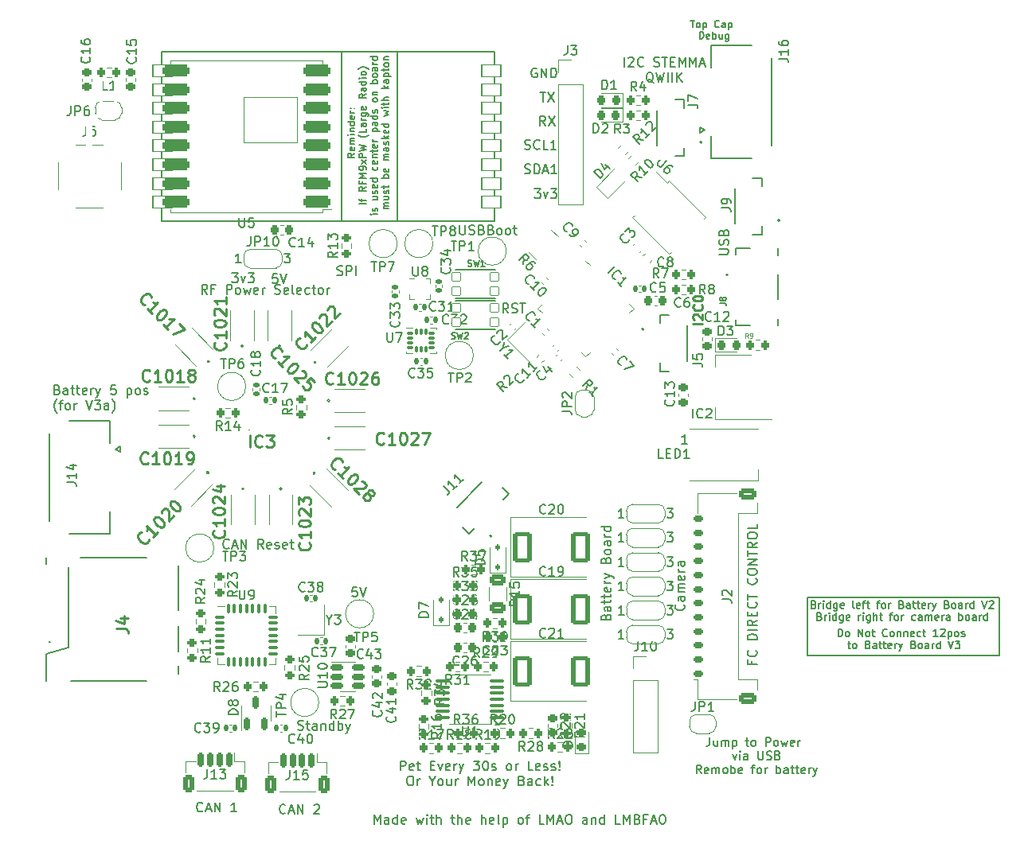
<source format=gbr>
%TF.GenerationSoftware,KiCad,Pcbnew,8.0.2-1*%
%TF.CreationDate,2024-09-20T01:44:26+01:00*%
%TF.ProjectId,FC_V4c_Express,46435f56-3463-45f4-9578-70726573732e,rev?*%
%TF.SameCoordinates,Original*%
%TF.FileFunction,Legend,Top*%
%TF.FilePolarity,Positive*%
%FSLAX46Y46*%
G04 Gerber Fmt 4.6, Leading zero omitted, Abs format (unit mm)*
G04 Created by KiCad (PCBNEW 8.0.2-1) date 2024-09-20 01:44:26*
%MOMM*%
%LPD*%
G01*
G04 APERTURE LIST*
G04 Aperture macros list*
%AMRoundRect*
0 Rectangle with rounded corners*
0 $1 Rounding radius*
0 $2 $3 $4 $5 $6 $7 $8 $9 X,Y pos of 4 corners*
0 Add a 4 corners polygon primitive as box body*
4,1,4,$2,$3,$4,$5,$6,$7,$8,$9,$2,$3,0*
0 Add four circle primitives for the rounded corners*
1,1,$1+$1,$2,$3*
1,1,$1+$1,$4,$5*
1,1,$1+$1,$6,$7*
1,1,$1+$1,$8,$9*
0 Add four rect primitives between the rounded corners*
20,1,$1+$1,$2,$3,$4,$5,0*
20,1,$1+$1,$4,$5,$6,$7,0*
20,1,$1+$1,$6,$7,$8,$9,0*
20,1,$1+$1,$8,$9,$2,$3,0*%
%AMRotRect*
0 Rectangle, with rotation*
0 The origin of the aperture is its center*
0 $1 length*
0 $2 width*
0 $3 Rotation angle, in degrees counterclockwise*
0 Add horizontal line*
21,1,$1,$2,0,0,$3*%
%AMFreePoly0*
4,1,19,0.550000,-0.750000,0.000000,-0.750000,0.000000,-0.744911,-0.071157,-0.744911,-0.207708,-0.704816,-0.327430,-0.627875,-0.420627,-0.520320,-0.479746,-0.390866,-0.500000,-0.250000,-0.500000,0.250000,-0.479746,0.390866,-0.420627,0.520320,-0.327430,0.627875,-0.207708,0.704816,-0.071157,0.744911,0.000000,0.744911,0.000000,0.750000,0.550000,0.750000,0.550000,-0.750000,0.550000,-0.750000,
$1*%
%AMFreePoly1*
4,1,19,0.000000,0.744911,0.071157,0.744911,0.207708,0.704816,0.327430,0.627875,0.420627,0.520320,0.479746,0.390866,0.500000,0.250000,0.500000,-0.250000,0.479746,-0.390866,0.420627,-0.520320,0.327430,-0.627875,0.207708,-0.704816,0.071157,-0.744911,0.000000,-0.744911,0.000000,-0.750000,-0.550000,-0.750000,-0.550000,0.750000,0.000000,0.750000,0.000000,0.744911,0.000000,0.744911,
$1*%
%AMFreePoly2*
4,1,19,0.500000,-0.750000,0.000000,-0.750000,0.000000,-0.744911,-0.071157,-0.744911,-0.207708,-0.704816,-0.327430,-0.627875,-0.420627,-0.520320,-0.479746,-0.390866,-0.500000,-0.250000,-0.500000,0.250000,-0.479746,0.390866,-0.420627,0.520320,-0.327430,0.627875,-0.207708,0.704816,-0.071157,0.744911,0.000000,0.744911,0.000000,0.750000,0.500000,0.750000,0.500000,-0.750000,0.500000,-0.750000,
$1*%
%AMFreePoly3*
4,1,19,0.000000,0.744911,0.071157,0.744911,0.207708,0.704816,0.327430,0.627875,0.420627,0.520320,0.479746,0.390866,0.500000,0.250000,0.500000,-0.250000,0.479746,-0.390866,0.420627,-0.520320,0.327430,-0.627875,0.207708,-0.704816,0.071157,-0.744911,0.000000,-0.744911,0.000000,-0.750000,-0.500000,-0.750000,-0.500000,0.750000,0.000000,0.750000,0.000000,0.744911,0.000000,0.744911,
$1*%
G04 Aperture macros list end*
%ADD10C,0.150000*%
%ADD11C,0.250000*%
%ADD12C,0.254000*%
%ADD13C,0.146304*%
%ADD14C,0.100000*%
%ADD15C,0.127000*%
%ADD16C,0.200000*%
%ADD17C,0.120000*%
%ADD18C,0.203200*%
%ADD19C,0.500000*%
%ADD20C,0.000000*%
%ADD21C,0.010000*%
%ADD22RotRect,1.200000X1.800000X45.000000*%
%ADD23RotRect,0.600000X1.550000X45.000000*%
%ADD24R,1.700000X1.700000*%
%ADD25O,1.700000X1.700000*%
%ADD26R,1.100000X0.700000*%
%ADD27R,0.930000X0.900000*%
%ADD28R,0.780000X1.050000*%
%ADD29R,3.330000X0.700000*%
%ADD30R,2.800000X0.860000*%
%ADD31R,1.830000X1.140000*%
%ADD32RoundRect,0.100000X0.637500X0.100000X-0.637500X0.100000X-0.637500X-0.100000X0.637500X-0.100000X0*%
%ADD33RoundRect,0.200000X-0.200000X-0.275000X0.200000X-0.275000X0.200000X0.275000X-0.200000X0.275000X0*%
%ADD34RoundRect,0.200000X-0.275000X0.200000X-0.275000X-0.200000X0.275000X-0.200000X0.275000X0.200000X0*%
%ADD35RoundRect,0.200000X0.200000X0.275000X-0.200000X0.275000X-0.200000X-0.275000X0.200000X-0.275000X0*%
%ADD36RoundRect,0.250000X-0.625000X0.312500X-0.625000X-0.312500X0.625000X-0.312500X0.625000X0.312500X0*%
%ADD37RoundRect,0.112500X0.112500X-0.187500X0.112500X0.187500X-0.112500X0.187500X-0.112500X-0.187500X0*%
%ADD38RoundRect,0.218750X0.256250X-0.218750X0.256250X0.218750X-0.256250X0.218750X-0.256250X-0.218750X0*%
%ADD39RoundRect,0.225000X0.225000X0.250000X-0.225000X0.250000X-0.225000X-0.250000X0.225000X-0.250000X0*%
%ADD40RoundRect,0.225000X-0.225000X-0.250000X0.225000X-0.250000X0.225000X0.250000X-0.225000X0.250000X0*%
%ADD41RoundRect,0.225000X-0.250000X0.225000X-0.250000X-0.225000X0.250000X-0.225000X0.250000X0.225000X0*%
%ADD42RoundRect,0.250000X-0.750000X-1.400000X0.750000X-1.400000X0.750000X1.400000X-0.750000X1.400000X0*%
%ADD43FreePoly0,0.000000*%
%ADD44R,1.000000X1.500000*%
%ADD45FreePoly1,0.000000*%
%ADD46RoundRect,0.140000X-0.021213X0.219203X-0.219203X0.021213X0.021213X-0.219203X0.219203X-0.021213X0*%
%ADD47C,2.050000*%
%ADD48C,2.250000*%
%ADD49C,2.000000*%
%ADD50C,5.000000*%
%ADD51RoundRect,0.150000X0.150000X0.625000X-0.150000X0.625000X-0.150000X-0.625000X0.150000X-0.625000X0*%
%ADD52RoundRect,0.250000X0.350000X0.650000X-0.350000X0.650000X-0.350000X-0.650000X0.350000X-0.650000X0*%
%ADD53R,2.000000X1.500000*%
%ADD54R,2.000000X3.800000*%
%ADD55R,1.550000X0.600000*%
%ADD56R,1.800000X1.200000*%
%ADD57RotRect,1.400000X1.400000X45.000000*%
%ADD58RoundRect,0.140000X0.021213X-0.219203X0.219203X-0.021213X-0.021213X0.219203X-0.219203X0.021213X0*%
%ADD59FreePoly2,90.000000*%
%ADD60FreePoly3,90.000000*%
%ADD61RoundRect,0.218750X0.218750X0.256250X-0.218750X0.256250X-0.218750X-0.256250X0.218750X-0.256250X0*%
%ADD62R,1.400000X1.400000*%
%ADD63RotRect,0.800000X0.500000X135.000000*%
%ADD64RotRect,0.800000X0.400000X135.000000*%
%ADD65RoundRect,0.225000X0.250000X-0.225000X0.250000X0.225000X-0.250000X0.225000X-0.250000X-0.225000X0*%
%ADD66RoundRect,0.218750X-0.218750X-0.256250X0.218750X-0.256250X0.218750X0.256250X-0.218750X0.256250X0*%
%ADD67RoundRect,0.140000X0.170000X-0.140000X0.170000X0.140000X-0.170000X0.140000X-0.170000X-0.140000X0*%
%ADD68RoundRect,0.050800X-0.450000X-0.450000X0.450000X-0.450000X0.450000X0.450000X-0.450000X0.450000X0*%
%ADD69RoundRect,0.140000X-0.140000X-0.170000X0.140000X-0.170000X0.140000X0.170000X-0.140000X0.170000X0*%
%ADD70RoundRect,0.140000X-0.170000X0.140000X-0.170000X-0.140000X0.170000X-0.140000X0.170000X0.140000X0*%
%ADD71RoundRect,0.225000X0.017678X-0.335876X0.335876X-0.017678X-0.017678X0.335876X-0.335876X0.017678X0*%
%ADD72RoundRect,0.135000X-0.035355X0.226274X-0.226274X0.035355X0.035355X-0.226274X0.226274X-0.035355X0*%
%ADD73RotRect,1.400000X1.400000X135.000000*%
%ADD74RotRect,1.150000X1.000000X315.000000*%
%ADD75RoundRect,0.140000X0.219203X0.021213X0.021213X0.219203X-0.219203X-0.021213X-0.021213X-0.219203X0*%
%ADD76RoundRect,0.140000X0.140000X0.170000X-0.140000X0.170000X-0.140000X-0.170000X0.140000X-0.170000X0*%
%ADD77FreePoly2,0.000000*%
%ADD78FreePoly3,0.000000*%
%ADD79R,1.000000X1.150000*%
%ADD80RoundRect,0.150000X-0.512500X-0.150000X0.512500X-0.150000X0.512500X0.150000X-0.512500X0.150000X0*%
%ADD81RoundRect,0.150000X0.150000X-0.512500X0.150000X0.512500X-0.150000X0.512500X-0.150000X-0.512500X0*%
%ADD82RoundRect,0.200000X0.053033X-0.335876X0.335876X-0.053033X-0.053033X0.335876X-0.335876X0.053033X0*%
%ADD83RoundRect,0.063500X1.000000X0.650000X-1.000000X0.650000X-1.000000X-0.650000X1.000000X-0.650000X0*%
%ADD84RoundRect,0.063500X2.849999X2.400000X-2.849999X2.400000X-2.849999X-2.400000X2.849999X-2.400000X0*%
%ADD85RoundRect,0.087500X-0.225000X-0.087500X0.225000X-0.087500X0.225000X0.087500X-0.225000X0.087500X0*%
%ADD86RoundRect,0.087500X-0.087500X-0.225000X0.087500X-0.225000X0.087500X0.225000X-0.087500X0.225000X0*%
%ADD87RoundRect,0.150000X-0.565685X0.353553X0.353553X-0.565685X0.565685X-0.353553X-0.353553X0.565685X0*%
%ADD88RoundRect,0.140000X-0.219203X-0.021213X-0.021213X-0.219203X0.219203X0.021213X0.021213X0.219203X0*%
%ADD89R,1.500000X0.900000*%
%ADD90RotRect,1.400000X1.400000X315.000000*%
%ADD91RoundRect,0.125000X0.000000X-0.176777X0.176777X0.000000X0.000000X0.176777X-0.176777X0.000000X0*%
%ADD92RoundRect,0.200000X0.335876X0.053033X0.053033X0.335876X-0.335876X-0.053033X-0.053033X-0.335876X0*%
%ADD93RoundRect,0.200000X0.275000X-0.200000X0.275000X0.200000X-0.275000X0.200000X-0.275000X-0.200000X0*%
%ADD94RoundRect,0.050000X-0.309359X0.238649X0.238649X-0.309359X0.309359X-0.238649X-0.238649X0.309359X0*%
%ADD95RoundRect,0.050000X-0.309359X-0.238649X-0.238649X-0.309359X0.309359X0.238649X0.238649X0.309359X0*%
%ADD96RotRect,3.200000X3.200000X315.000000*%
%ADD97RoundRect,0.317500X1.157500X0.317500X-1.157500X0.317500X-1.157500X-0.317500X1.157500X-0.317500X0*%
%ADD98R,0.375000X0.350000*%
%ADD99R,0.350000X0.375000*%
%ADD100RoundRect,0.075000X-0.437500X-0.075000X0.437500X-0.075000X0.437500X0.075000X-0.437500X0.075000X0*%
%ADD101RoundRect,0.075000X-0.075000X-0.437500X0.075000X-0.437500X0.075000X0.437500X-0.075000X0.437500X0*%
%ADD102R,4.250000X4.250000*%
%ADD103RotRect,1.400000X1.400000X225.000000*%
%ADD104R,0.500000X0.800000*%
%ADD105RoundRect,0.150000X0.350000X-0.150000X0.350000X0.150000X-0.350000X0.150000X-0.350000X-0.150000X0*%
%ADD106RoundRect,0.250000X0.650000X-0.375000X0.650000X0.375000X-0.650000X0.375000X-0.650000X-0.375000X0*%
%ADD107RoundRect,0.200000X-0.053033X0.335876X-0.335876X0.053033X0.053033X-0.335876X0.335876X-0.053033X0*%
%ADD108R,1.380000X0.450000*%
%ADD109O,2.416000X1.208000*%
%ADD110R,2.100000X1.475000*%
%ADD111R,1.900000X1.375000*%
%ADD112C,1.000000*%
G04 APERTURE END LIST*
D10*
X186247617Y-134459875D02*
X186247617Y-133459875D01*
X186247617Y-133459875D02*
X186628569Y-133459875D01*
X186628569Y-133459875D02*
X186723807Y-133507494D01*
X186723807Y-133507494D02*
X186771426Y-133555113D01*
X186771426Y-133555113D02*
X186819045Y-133650351D01*
X186819045Y-133650351D02*
X186819045Y-133793208D01*
X186819045Y-133793208D02*
X186771426Y-133888446D01*
X186771426Y-133888446D02*
X186723807Y-133936065D01*
X186723807Y-133936065D02*
X186628569Y-133983684D01*
X186628569Y-133983684D02*
X186247617Y-133983684D01*
X187628569Y-134412256D02*
X187533331Y-134459875D01*
X187533331Y-134459875D02*
X187342855Y-134459875D01*
X187342855Y-134459875D02*
X187247617Y-134412256D01*
X187247617Y-134412256D02*
X187199998Y-134317017D01*
X187199998Y-134317017D02*
X187199998Y-133936065D01*
X187199998Y-133936065D02*
X187247617Y-133840827D01*
X187247617Y-133840827D02*
X187342855Y-133793208D01*
X187342855Y-133793208D02*
X187533331Y-133793208D01*
X187533331Y-133793208D02*
X187628569Y-133840827D01*
X187628569Y-133840827D02*
X187676188Y-133936065D01*
X187676188Y-133936065D02*
X187676188Y-134031303D01*
X187676188Y-134031303D02*
X187199998Y-134126541D01*
X187961903Y-133793208D02*
X188342855Y-133793208D01*
X188104760Y-133459875D02*
X188104760Y-134317017D01*
X188104760Y-134317017D02*
X188152379Y-134412256D01*
X188152379Y-134412256D02*
X188247617Y-134459875D01*
X188247617Y-134459875D02*
X188342855Y-134459875D01*
X189438094Y-133936065D02*
X189771427Y-133936065D01*
X189914284Y-134459875D02*
X189438094Y-134459875D01*
X189438094Y-134459875D02*
X189438094Y-133459875D01*
X189438094Y-133459875D02*
X189914284Y-133459875D01*
X190247618Y-133793208D02*
X190485713Y-134459875D01*
X190485713Y-134459875D02*
X190723808Y-133793208D01*
X191485713Y-134412256D02*
X191390475Y-134459875D01*
X191390475Y-134459875D02*
X191199999Y-134459875D01*
X191199999Y-134459875D02*
X191104761Y-134412256D01*
X191104761Y-134412256D02*
X191057142Y-134317017D01*
X191057142Y-134317017D02*
X191057142Y-133936065D01*
X191057142Y-133936065D02*
X191104761Y-133840827D01*
X191104761Y-133840827D02*
X191199999Y-133793208D01*
X191199999Y-133793208D02*
X191390475Y-133793208D01*
X191390475Y-133793208D02*
X191485713Y-133840827D01*
X191485713Y-133840827D02*
X191533332Y-133936065D01*
X191533332Y-133936065D02*
X191533332Y-134031303D01*
X191533332Y-134031303D02*
X191057142Y-134126541D01*
X191961904Y-134459875D02*
X191961904Y-133793208D01*
X191961904Y-133983684D02*
X192009523Y-133888446D01*
X192009523Y-133888446D02*
X192057142Y-133840827D01*
X192057142Y-133840827D02*
X192152380Y-133793208D01*
X192152380Y-133793208D02*
X192247618Y-133793208D01*
X192485714Y-133793208D02*
X192723809Y-134459875D01*
X192961904Y-133793208D02*
X192723809Y-134459875D01*
X192723809Y-134459875D02*
X192628571Y-134697970D01*
X192628571Y-134697970D02*
X192580952Y-134745589D01*
X192580952Y-134745589D02*
X192485714Y-134793208D01*
X194009524Y-133459875D02*
X194628571Y-133459875D01*
X194628571Y-133459875D02*
X194295238Y-133840827D01*
X194295238Y-133840827D02*
X194438095Y-133840827D01*
X194438095Y-133840827D02*
X194533333Y-133888446D01*
X194533333Y-133888446D02*
X194580952Y-133936065D01*
X194580952Y-133936065D02*
X194628571Y-134031303D01*
X194628571Y-134031303D02*
X194628571Y-134269398D01*
X194628571Y-134269398D02*
X194580952Y-134364636D01*
X194580952Y-134364636D02*
X194533333Y-134412256D01*
X194533333Y-134412256D02*
X194438095Y-134459875D01*
X194438095Y-134459875D02*
X194152381Y-134459875D01*
X194152381Y-134459875D02*
X194057143Y-134412256D01*
X194057143Y-134412256D02*
X194009524Y-134364636D01*
X195247619Y-133459875D02*
X195342857Y-133459875D01*
X195342857Y-133459875D02*
X195438095Y-133507494D01*
X195438095Y-133507494D02*
X195485714Y-133555113D01*
X195485714Y-133555113D02*
X195533333Y-133650351D01*
X195533333Y-133650351D02*
X195580952Y-133840827D01*
X195580952Y-133840827D02*
X195580952Y-134078922D01*
X195580952Y-134078922D02*
X195533333Y-134269398D01*
X195533333Y-134269398D02*
X195485714Y-134364636D01*
X195485714Y-134364636D02*
X195438095Y-134412256D01*
X195438095Y-134412256D02*
X195342857Y-134459875D01*
X195342857Y-134459875D02*
X195247619Y-134459875D01*
X195247619Y-134459875D02*
X195152381Y-134412256D01*
X195152381Y-134412256D02*
X195104762Y-134364636D01*
X195104762Y-134364636D02*
X195057143Y-134269398D01*
X195057143Y-134269398D02*
X195009524Y-134078922D01*
X195009524Y-134078922D02*
X195009524Y-133840827D01*
X195009524Y-133840827D02*
X195057143Y-133650351D01*
X195057143Y-133650351D02*
X195104762Y-133555113D01*
X195104762Y-133555113D02*
X195152381Y-133507494D01*
X195152381Y-133507494D02*
X195247619Y-133459875D01*
X195961905Y-134412256D02*
X196057143Y-134459875D01*
X196057143Y-134459875D02*
X196247619Y-134459875D01*
X196247619Y-134459875D02*
X196342857Y-134412256D01*
X196342857Y-134412256D02*
X196390476Y-134317017D01*
X196390476Y-134317017D02*
X196390476Y-134269398D01*
X196390476Y-134269398D02*
X196342857Y-134174160D01*
X196342857Y-134174160D02*
X196247619Y-134126541D01*
X196247619Y-134126541D02*
X196104762Y-134126541D01*
X196104762Y-134126541D02*
X196009524Y-134078922D01*
X196009524Y-134078922D02*
X195961905Y-133983684D01*
X195961905Y-133983684D02*
X195961905Y-133936065D01*
X195961905Y-133936065D02*
X196009524Y-133840827D01*
X196009524Y-133840827D02*
X196104762Y-133793208D01*
X196104762Y-133793208D02*
X196247619Y-133793208D01*
X196247619Y-133793208D02*
X196342857Y-133840827D01*
X197723810Y-134459875D02*
X197628572Y-134412256D01*
X197628572Y-134412256D02*
X197580953Y-134364636D01*
X197580953Y-134364636D02*
X197533334Y-134269398D01*
X197533334Y-134269398D02*
X197533334Y-133983684D01*
X197533334Y-133983684D02*
X197580953Y-133888446D01*
X197580953Y-133888446D02*
X197628572Y-133840827D01*
X197628572Y-133840827D02*
X197723810Y-133793208D01*
X197723810Y-133793208D02*
X197866667Y-133793208D01*
X197866667Y-133793208D02*
X197961905Y-133840827D01*
X197961905Y-133840827D02*
X198009524Y-133888446D01*
X198009524Y-133888446D02*
X198057143Y-133983684D01*
X198057143Y-133983684D02*
X198057143Y-134269398D01*
X198057143Y-134269398D02*
X198009524Y-134364636D01*
X198009524Y-134364636D02*
X197961905Y-134412256D01*
X197961905Y-134412256D02*
X197866667Y-134459875D01*
X197866667Y-134459875D02*
X197723810Y-134459875D01*
X198485715Y-134459875D02*
X198485715Y-133793208D01*
X198485715Y-133983684D02*
X198533334Y-133888446D01*
X198533334Y-133888446D02*
X198580953Y-133840827D01*
X198580953Y-133840827D02*
X198676191Y-133793208D01*
X198676191Y-133793208D02*
X198771429Y-133793208D01*
X200342858Y-134459875D02*
X199866668Y-134459875D01*
X199866668Y-134459875D02*
X199866668Y-133459875D01*
X201057144Y-134412256D02*
X200961906Y-134459875D01*
X200961906Y-134459875D02*
X200771430Y-134459875D01*
X200771430Y-134459875D02*
X200676192Y-134412256D01*
X200676192Y-134412256D02*
X200628573Y-134317017D01*
X200628573Y-134317017D02*
X200628573Y-133936065D01*
X200628573Y-133936065D02*
X200676192Y-133840827D01*
X200676192Y-133840827D02*
X200771430Y-133793208D01*
X200771430Y-133793208D02*
X200961906Y-133793208D01*
X200961906Y-133793208D02*
X201057144Y-133840827D01*
X201057144Y-133840827D02*
X201104763Y-133936065D01*
X201104763Y-133936065D02*
X201104763Y-134031303D01*
X201104763Y-134031303D02*
X200628573Y-134126541D01*
X201485716Y-134412256D02*
X201580954Y-134459875D01*
X201580954Y-134459875D02*
X201771430Y-134459875D01*
X201771430Y-134459875D02*
X201866668Y-134412256D01*
X201866668Y-134412256D02*
X201914287Y-134317017D01*
X201914287Y-134317017D02*
X201914287Y-134269398D01*
X201914287Y-134269398D02*
X201866668Y-134174160D01*
X201866668Y-134174160D02*
X201771430Y-134126541D01*
X201771430Y-134126541D02*
X201628573Y-134126541D01*
X201628573Y-134126541D02*
X201533335Y-134078922D01*
X201533335Y-134078922D02*
X201485716Y-133983684D01*
X201485716Y-133983684D02*
X201485716Y-133936065D01*
X201485716Y-133936065D02*
X201533335Y-133840827D01*
X201533335Y-133840827D02*
X201628573Y-133793208D01*
X201628573Y-133793208D02*
X201771430Y-133793208D01*
X201771430Y-133793208D02*
X201866668Y-133840827D01*
X202295240Y-134412256D02*
X202390478Y-134459875D01*
X202390478Y-134459875D02*
X202580954Y-134459875D01*
X202580954Y-134459875D02*
X202676192Y-134412256D01*
X202676192Y-134412256D02*
X202723811Y-134317017D01*
X202723811Y-134317017D02*
X202723811Y-134269398D01*
X202723811Y-134269398D02*
X202676192Y-134174160D01*
X202676192Y-134174160D02*
X202580954Y-134126541D01*
X202580954Y-134126541D02*
X202438097Y-134126541D01*
X202438097Y-134126541D02*
X202342859Y-134078922D01*
X202342859Y-134078922D02*
X202295240Y-133983684D01*
X202295240Y-133983684D02*
X202295240Y-133936065D01*
X202295240Y-133936065D02*
X202342859Y-133840827D01*
X202342859Y-133840827D02*
X202438097Y-133793208D01*
X202438097Y-133793208D02*
X202580954Y-133793208D01*
X202580954Y-133793208D02*
X202676192Y-133840827D01*
X203152383Y-134364636D02*
X203200002Y-134412256D01*
X203200002Y-134412256D02*
X203152383Y-134459875D01*
X203152383Y-134459875D02*
X203104764Y-134412256D01*
X203104764Y-134412256D02*
X203152383Y-134364636D01*
X203152383Y-134364636D02*
X203152383Y-134459875D01*
X203152383Y-134078922D02*
X203104764Y-133507494D01*
X203104764Y-133507494D02*
X203152383Y-133459875D01*
X203152383Y-133459875D02*
X203200002Y-133507494D01*
X203200002Y-133507494D02*
X203152383Y-134078922D01*
X203152383Y-134078922D02*
X203152383Y-133459875D01*
X187199999Y-135069819D02*
X187390475Y-135069819D01*
X187390475Y-135069819D02*
X187485713Y-135117438D01*
X187485713Y-135117438D02*
X187580951Y-135212676D01*
X187580951Y-135212676D02*
X187628570Y-135403152D01*
X187628570Y-135403152D02*
X187628570Y-135736485D01*
X187628570Y-135736485D02*
X187580951Y-135926961D01*
X187580951Y-135926961D02*
X187485713Y-136022200D01*
X187485713Y-136022200D02*
X187390475Y-136069819D01*
X187390475Y-136069819D02*
X187199999Y-136069819D01*
X187199999Y-136069819D02*
X187104761Y-136022200D01*
X187104761Y-136022200D02*
X187009523Y-135926961D01*
X187009523Y-135926961D02*
X186961904Y-135736485D01*
X186961904Y-135736485D02*
X186961904Y-135403152D01*
X186961904Y-135403152D02*
X187009523Y-135212676D01*
X187009523Y-135212676D02*
X187104761Y-135117438D01*
X187104761Y-135117438D02*
X187199999Y-135069819D01*
X188057142Y-136069819D02*
X188057142Y-135403152D01*
X188057142Y-135593628D02*
X188104761Y-135498390D01*
X188104761Y-135498390D02*
X188152380Y-135450771D01*
X188152380Y-135450771D02*
X188247618Y-135403152D01*
X188247618Y-135403152D02*
X188342856Y-135403152D01*
X189628571Y-135593628D02*
X189628571Y-136069819D01*
X189295238Y-135069819D02*
X189628571Y-135593628D01*
X189628571Y-135593628D02*
X189961904Y-135069819D01*
X190438095Y-136069819D02*
X190342857Y-136022200D01*
X190342857Y-136022200D02*
X190295238Y-135974580D01*
X190295238Y-135974580D02*
X190247619Y-135879342D01*
X190247619Y-135879342D02*
X190247619Y-135593628D01*
X190247619Y-135593628D02*
X190295238Y-135498390D01*
X190295238Y-135498390D02*
X190342857Y-135450771D01*
X190342857Y-135450771D02*
X190438095Y-135403152D01*
X190438095Y-135403152D02*
X190580952Y-135403152D01*
X190580952Y-135403152D02*
X190676190Y-135450771D01*
X190676190Y-135450771D02*
X190723809Y-135498390D01*
X190723809Y-135498390D02*
X190771428Y-135593628D01*
X190771428Y-135593628D02*
X190771428Y-135879342D01*
X190771428Y-135879342D02*
X190723809Y-135974580D01*
X190723809Y-135974580D02*
X190676190Y-136022200D01*
X190676190Y-136022200D02*
X190580952Y-136069819D01*
X190580952Y-136069819D02*
X190438095Y-136069819D01*
X191628571Y-135403152D02*
X191628571Y-136069819D01*
X191200000Y-135403152D02*
X191200000Y-135926961D01*
X191200000Y-135926961D02*
X191247619Y-136022200D01*
X191247619Y-136022200D02*
X191342857Y-136069819D01*
X191342857Y-136069819D02*
X191485714Y-136069819D01*
X191485714Y-136069819D02*
X191580952Y-136022200D01*
X191580952Y-136022200D02*
X191628571Y-135974580D01*
X192104762Y-136069819D02*
X192104762Y-135403152D01*
X192104762Y-135593628D02*
X192152381Y-135498390D01*
X192152381Y-135498390D02*
X192200000Y-135450771D01*
X192200000Y-135450771D02*
X192295238Y-135403152D01*
X192295238Y-135403152D02*
X192390476Y-135403152D01*
X193485715Y-136069819D02*
X193485715Y-135069819D01*
X193485715Y-135069819D02*
X193819048Y-135784104D01*
X193819048Y-135784104D02*
X194152381Y-135069819D01*
X194152381Y-135069819D02*
X194152381Y-136069819D01*
X194771429Y-136069819D02*
X194676191Y-136022200D01*
X194676191Y-136022200D02*
X194628572Y-135974580D01*
X194628572Y-135974580D02*
X194580953Y-135879342D01*
X194580953Y-135879342D02*
X194580953Y-135593628D01*
X194580953Y-135593628D02*
X194628572Y-135498390D01*
X194628572Y-135498390D02*
X194676191Y-135450771D01*
X194676191Y-135450771D02*
X194771429Y-135403152D01*
X194771429Y-135403152D02*
X194914286Y-135403152D01*
X194914286Y-135403152D02*
X195009524Y-135450771D01*
X195009524Y-135450771D02*
X195057143Y-135498390D01*
X195057143Y-135498390D02*
X195104762Y-135593628D01*
X195104762Y-135593628D02*
X195104762Y-135879342D01*
X195104762Y-135879342D02*
X195057143Y-135974580D01*
X195057143Y-135974580D02*
X195009524Y-136022200D01*
X195009524Y-136022200D02*
X194914286Y-136069819D01*
X194914286Y-136069819D02*
X194771429Y-136069819D01*
X195533334Y-135403152D02*
X195533334Y-136069819D01*
X195533334Y-135498390D02*
X195580953Y-135450771D01*
X195580953Y-135450771D02*
X195676191Y-135403152D01*
X195676191Y-135403152D02*
X195819048Y-135403152D01*
X195819048Y-135403152D02*
X195914286Y-135450771D01*
X195914286Y-135450771D02*
X195961905Y-135546009D01*
X195961905Y-135546009D02*
X195961905Y-136069819D01*
X196819048Y-136022200D02*
X196723810Y-136069819D01*
X196723810Y-136069819D02*
X196533334Y-136069819D01*
X196533334Y-136069819D02*
X196438096Y-136022200D01*
X196438096Y-136022200D02*
X196390477Y-135926961D01*
X196390477Y-135926961D02*
X196390477Y-135546009D01*
X196390477Y-135546009D02*
X196438096Y-135450771D01*
X196438096Y-135450771D02*
X196533334Y-135403152D01*
X196533334Y-135403152D02*
X196723810Y-135403152D01*
X196723810Y-135403152D02*
X196819048Y-135450771D01*
X196819048Y-135450771D02*
X196866667Y-135546009D01*
X196866667Y-135546009D02*
X196866667Y-135641247D01*
X196866667Y-135641247D02*
X196390477Y-135736485D01*
X197200001Y-135403152D02*
X197438096Y-136069819D01*
X197676191Y-135403152D02*
X197438096Y-136069819D01*
X197438096Y-136069819D02*
X197342858Y-136307914D01*
X197342858Y-136307914D02*
X197295239Y-136355533D01*
X197295239Y-136355533D02*
X197200001Y-136403152D01*
X199152382Y-135546009D02*
X199295239Y-135593628D01*
X199295239Y-135593628D02*
X199342858Y-135641247D01*
X199342858Y-135641247D02*
X199390477Y-135736485D01*
X199390477Y-135736485D02*
X199390477Y-135879342D01*
X199390477Y-135879342D02*
X199342858Y-135974580D01*
X199342858Y-135974580D02*
X199295239Y-136022200D01*
X199295239Y-136022200D02*
X199200001Y-136069819D01*
X199200001Y-136069819D02*
X198819049Y-136069819D01*
X198819049Y-136069819D02*
X198819049Y-135069819D01*
X198819049Y-135069819D02*
X199152382Y-135069819D01*
X199152382Y-135069819D02*
X199247620Y-135117438D01*
X199247620Y-135117438D02*
X199295239Y-135165057D01*
X199295239Y-135165057D02*
X199342858Y-135260295D01*
X199342858Y-135260295D02*
X199342858Y-135355533D01*
X199342858Y-135355533D02*
X199295239Y-135450771D01*
X199295239Y-135450771D02*
X199247620Y-135498390D01*
X199247620Y-135498390D02*
X199152382Y-135546009D01*
X199152382Y-135546009D02*
X198819049Y-135546009D01*
X200247620Y-136069819D02*
X200247620Y-135546009D01*
X200247620Y-135546009D02*
X200200001Y-135450771D01*
X200200001Y-135450771D02*
X200104763Y-135403152D01*
X200104763Y-135403152D02*
X199914287Y-135403152D01*
X199914287Y-135403152D02*
X199819049Y-135450771D01*
X200247620Y-136022200D02*
X200152382Y-136069819D01*
X200152382Y-136069819D02*
X199914287Y-136069819D01*
X199914287Y-136069819D02*
X199819049Y-136022200D01*
X199819049Y-136022200D02*
X199771430Y-135926961D01*
X199771430Y-135926961D02*
X199771430Y-135831723D01*
X199771430Y-135831723D02*
X199819049Y-135736485D01*
X199819049Y-135736485D02*
X199914287Y-135688866D01*
X199914287Y-135688866D02*
X200152382Y-135688866D01*
X200152382Y-135688866D02*
X200247620Y-135641247D01*
X201152382Y-136022200D02*
X201057144Y-136069819D01*
X201057144Y-136069819D02*
X200866668Y-136069819D01*
X200866668Y-136069819D02*
X200771430Y-136022200D01*
X200771430Y-136022200D02*
X200723811Y-135974580D01*
X200723811Y-135974580D02*
X200676192Y-135879342D01*
X200676192Y-135879342D02*
X200676192Y-135593628D01*
X200676192Y-135593628D02*
X200723811Y-135498390D01*
X200723811Y-135498390D02*
X200771430Y-135450771D01*
X200771430Y-135450771D02*
X200866668Y-135403152D01*
X200866668Y-135403152D02*
X201057144Y-135403152D01*
X201057144Y-135403152D02*
X201152382Y-135450771D01*
X201580954Y-136069819D02*
X201580954Y-135069819D01*
X201676192Y-135688866D02*
X201961906Y-136069819D01*
X201961906Y-135403152D02*
X201580954Y-135784104D01*
X202390478Y-135974580D02*
X202438097Y-136022200D01*
X202438097Y-136022200D02*
X202390478Y-136069819D01*
X202390478Y-136069819D02*
X202342859Y-136022200D01*
X202342859Y-136022200D02*
X202390478Y-135974580D01*
X202390478Y-135974580D02*
X202390478Y-136069819D01*
X202390478Y-135688866D02*
X202342859Y-135117438D01*
X202342859Y-135117438D02*
X202390478Y-135069819D01*
X202390478Y-135069819D02*
X202438097Y-135117438D01*
X202438097Y-135117438D02*
X202390478Y-135688866D01*
X202390478Y-135688866D02*
X202390478Y-135069819D01*
X249900000Y-116100000D02*
X229500000Y-116100000D01*
X180000000Y-58000000D02*
X180000000Y-76000000D01*
X229500000Y-116100000D02*
X229500000Y-122200000D01*
X229500000Y-122200000D02*
X249900000Y-122200000D01*
X185900000Y-76000000D02*
X185900000Y-58000000D01*
X249900000Y-122200000D02*
X249900000Y-116100000D01*
X180000000Y-76000000D02*
X185000000Y-76000000D01*
X168331541Y-81549819D02*
X168950588Y-81549819D01*
X168950588Y-81549819D02*
X168617255Y-81930771D01*
X168617255Y-81930771D02*
X168760112Y-81930771D01*
X168760112Y-81930771D02*
X168855350Y-81978390D01*
X168855350Y-81978390D02*
X168902969Y-82026009D01*
X168902969Y-82026009D02*
X168950588Y-82121247D01*
X168950588Y-82121247D02*
X168950588Y-82359342D01*
X168950588Y-82359342D02*
X168902969Y-82454580D01*
X168902969Y-82454580D02*
X168855350Y-82502200D01*
X168855350Y-82502200D02*
X168760112Y-82549819D01*
X168760112Y-82549819D02*
X168474398Y-82549819D01*
X168474398Y-82549819D02*
X168379160Y-82502200D01*
X168379160Y-82502200D02*
X168331541Y-82454580D01*
X169283922Y-81883152D02*
X169522017Y-82549819D01*
X169522017Y-82549819D02*
X169760112Y-81883152D01*
X170045827Y-81549819D02*
X170664874Y-81549819D01*
X170664874Y-81549819D02*
X170331541Y-81930771D01*
X170331541Y-81930771D02*
X170474398Y-81930771D01*
X170474398Y-81930771D02*
X170569636Y-81978390D01*
X170569636Y-81978390D02*
X170617255Y-82026009D01*
X170617255Y-82026009D02*
X170664874Y-82121247D01*
X170664874Y-82121247D02*
X170664874Y-82359342D01*
X170664874Y-82359342D02*
X170617255Y-82454580D01*
X170617255Y-82454580D02*
X170569636Y-82502200D01*
X170569636Y-82502200D02*
X170474398Y-82549819D01*
X170474398Y-82549819D02*
X170188684Y-82549819D01*
X170188684Y-82549819D02*
X170093446Y-82502200D01*
X170093446Y-82502200D02*
X170045827Y-82454580D01*
X174008207Y-138974580D02*
X173960588Y-139022200D01*
X173960588Y-139022200D02*
X173817731Y-139069819D01*
X173817731Y-139069819D02*
X173722493Y-139069819D01*
X173722493Y-139069819D02*
X173579636Y-139022200D01*
X173579636Y-139022200D02*
X173484398Y-138926961D01*
X173484398Y-138926961D02*
X173436779Y-138831723D01*
X173436779Y-138831723D02*
X173389160Y-138641247D01*
X173389160Y-138641247D02*
X173389160Y-138498390D01*
X173389160Y-138498390D02*
X173436779Y-138307914D01*
X173436779Y-138307914D02*
X173484398Y-138212676D01*
X173484398Y-138212676D02*
X173579636Y-138117438D01*
X173579636Y-138117438D02*
X173722493Y-138069819D01*
X173722493Y-138069819D02*
X173817731Y-138069819D01*
X173817731Y-138069819D02*
X173960588Y-138117438D01*
X173960588Y-138117438D02*
X174008207Y-138165057D01*
X174389160Y-138784104D02*
X174865350Y-138784104D01*
X174293922Y-139069819D02*
X174627255Y-138069819D01*
X174627255Y-138069819D02*
X174960588Y-139069819D01*
X175293922Y-139069819D02*
X175293922Y-138069819D01*
X175293922Y-138069819D02*
X175865350Y-139069819D01*
X175865350Y-139069819D02*
X175865350Y-138069819D01*
X177055827Y-138165057D02*
X177103446Y-138117438D01*
X177103446Y-138117438D02*
X177198684Y-138069819D01*
X177198684Y-138069819D02*
X177436779Y-138069819D01*
X177436779Y-138069819D02*
X177532017Y-138117438D01*
X177532017Y-138117438D02*
X177579636Y-138165057D01*
X177579636Y-138165057D02*
X177627255Y-138260295D01*
X177627255Y-138260295D02*
X177627255Y-138355533D01*
X177627255Y-138355533D02*
X177579636Y-138498390D01*
X177579636Y-138498390D02*
X177008208Y-139069819D01*
X177008208Y-139069819D02*
X177627255Y-139069819D01*
X199479160Y-70902200D02*
X199622017Y-70949819D01*
X199622017Y-70949819D02*
X199860112Y-70949819D01*
X199860112Y-70949819D02*
X199955350Y-70902200D01*
X199955350Y-70902200D02*
X200002969Y-70854580D01*
X200002969Y-70854580D02*
X200050588Y-70759342D01*
X200050588Y-70759342D02*
X200050588Y-70664104D01*
X200050588Y-70664104D02*
X200002969Y-70568866D01*
X200002969Y-70568866D02*
X199955350Y-70521247D01*
X199955350Y-70521247D02*
X199860112Y-70473628D01*
X199860112Y-70473628D02*
X199669636Y-70426009D01*
X199669636Y-70426009D02*
X199574398Y-70378390D01*
X199574398Y-70378390D02*
X199526779Y-70330771D01*
X199526779Y-70330771D02*
X199479160Y-70235533D01*
X199479160Y-70235533D02*
X199479160Y-70140295D01*
X199479160Y-70140295D02*
X199526779Y-70045057D01*
X199526779Y-70045057D02*
X199574398Y-69997438D01*
X199574398Y-69997438D02*
X199669636Y-69949819D01*
X199669636Y-69949819D02*
X199907731Y-69949819D01*
X199907731Y-69949819D02*
X200050588Y-69997438D01*
X200479160Y-70949819D02*
X200479160Y-69949819D01*
X200479160Y-69949819D02*
X200717255Y-69949819D01*
X200717255Y-69949819D02*
X200860112Y-69997438D01*
X200860112Y-69997438D02*
X200955350Y-70092676D01*
X200955350Y-70092676D02*
X201002969Y-70187914D01*
X201002969Y-70187914D02*
X201050588Y-70378390D01*
X201050588Y-70378390D02*
X201050588Y-70521247D01*
X201050588Y-70521247D02*
X201002969Y-70711723D01*
X201002969Y-70711723D02*
X200955350Y-70806961D01*
X200955350Y-70806961D02*
X200860112Y-70902200D01*
X200860112Y-70902200D02*
X200717255Y-70949819D01*
X200717255Y-70949819D02*
X200479160Y-70949819D01*
X201431541Y-70664104D02*
X201907731Y-70664104D01*
X201336303Y-70949819D02*
X201669636Y-69949819D01*
X201669636Y-69949819D02*
X202002969Y-70949819D01*
X202860112Y-70949819D02*
X202288684Y-70949819D01*
X202574398Y-70949819D02*
X202574398Y-69949819D01*
X202574398Y-69949819D02*
X202479160Y-70092676D01*
X202479160Y-70092676D02*
X202383922Y-70187914D01*
X202383922Y-70187914D02*
X202288684Y-70235533D01*
X217082143Y-54642956D02*
X217510715Y-54642956D01*
X217296429Y-55392956D02*
X217296429Y-54642956D01*
X217867858Y-55392956D02*
X217796429Y-55357242D01*
X217796429Y-55357242D02*
X217760715Y-55321527D01*
X217760715Y-55321527D02*
X217725001Y-55250099D01*
X217725001Y-55250099D02*
X217725001Y-55035813D01*
X217725001Y-55035813D02*
X217760715Y-54964384D01*
X217760715Y-54964384D02*
X217796429Y-54928670D01*
X217796429Y-54928670D02*
X217867858Y-54892956D01*
X217867858Y-54892956D02*
X217975001Y-54892956D01*
X217975001Y-54892956D02*
X218046429Y-54928670D01*
X218046429Y-54928670D02*
X218082144Y-54964384D01*
X218082144Y-54964384D02*
X218117858Y-55035813D01*
X218117858Y-55035813D02*
X218117858Y-55250099D01*
X218117858Y-55250099D02*
X218082144Y-55321527D01*
X218082144Y-55321527D02*
X218046429Y-55357242D01*
X218046429Y-55357242D02*
X217975001Y-55392956D01*
X217975001Y-55392956D02*
X217867858Y-55392956D01*
X218439286Y-54892956D02*
X218439286Y-55642956D01*
X218439286Y-54928670D02*
X218510715Y-54892956D01*
X218510715Y-54892956D02*
X218653572Y-54892956D01*
X218653572Y-54892956D02*
X218725000Y-54928670D01*
X218725000Y-54928670D02*
X218760715Y-54964384D01*
X218760715Y-54964384D02*
X218796429Y-55035813D01*
X218796429Y-55035813D02*
X218796429Y-55250099D01*
X218796429Y-55250099D02*
X218760715Y-55321527D01*
X218760715Y-55321527D02*
X218725000Y-55357242D01*
X218725000Y-55357242D02*
X218653572Y-55392956D01*
X218653572Y-55392956D02*
X218510715Y-55392956D01*
X218510715Y-55392956D02*
X218439286Y-55357242D01*
X220117857Y-55321527D02*
X220082143Y-55357242D01*
X220082143Y-55357242D02*
X219975000Y-55392956D01*
X219975000Y-55392956D02*
X219903572Y-55392956D01*
X219903572Y-55392956D02*
X219796429Y-55357242D01*
X219796429Y-55357242D02*
X219725000Y-55285813D01*
X219725000Y-55285813D02*
X219689286Y-55214384D01*
X219689286Y-55214384D02*
X219653572Y-55071527D01*
X219653572Y-55071527D02*
X219653572Y-54964384D01*
X219653572Y-54964384D02*
X219689286Y-54821527D01*
X219689286Y-54821527D02*
X219725000Y-54750099D01*
X219725000Y-54750099D02*
X219796429Y-54678670D01*
X219796429Y-54678670D02*
X219903572Y-54642956D01*
X219903572Y-54642956D02*
X219975000Y-54642956D01*
X219975000Y-54642956D02*
X220082143Y-54678670D01*
X220082143Y-54678670D02*
X220117857Y-54714384D01*
X220760715Y-55392956D02*
X220760715Y-55000099D01*
X220760715Y-55000099D02*
X220725000Y-54928670D01*
X220725000Y-54928670D02*
X220653572Y-54892956D01*
X220653572Y-54892956D02*
X220510715Y-54892956D01*
X220510715Y-54892956D02*
X220439286Y-54928670D01*
X220760715Y-55357242D02*
X220689286Y-55392956D01*
X220689286Y-55392956D02*
X220510715Y-55392956D01*
X220510715Y-55392956D02*
X220439286Y-55357242D01*
X220439286Y-55357242D02*
X220403572Y-55285813D01*
X220403572Y-55285813D02*
X220403572Y-55214384D01*
X220403572Y-55214384D02*
X220439286Y-55142956D01*
X220439286Y-55142956D02*
X220510715Y-55107242D01*
X220510715Y-55107242D02*
X220689286Y-55107242D01*
X220689286Y-55107242D02*
X220760715Y-55071527D01*
X221117857Y-54892956D02*
X221117857Y-55642956D01*
X221117857Y-54928670D02*
X221189286Y-54892956D01*
X221189286Y-54892956D02*
X221332143Y-54892956D01*
X221332143Y-54892956D02*
X221403571Y-54928670D01*
X221403571Y-54928670D02*
X221439286Y-54964384D01*
X221439286Y-54964384D02*
X221475000Y-55035813D01*
X221475000Y-55035813D02*
X221475000Y-55250099D01*
X221475000Y-55250099D02*
X221439286Y-55321527D01*
X221439286Y-55321527D02*
X221403571Y-55357242D01*
X221403571Y-55357242D02*
X221332143Y-55392956D01*
X221332143Y-55392956D02*
X221189286Y-55392956D01*
X221189286Y-55392956D02*
X221117857Y-55357242D01*
X218064286Y-56600414D02*
X218064286Y-55850414D01*
X218064286Y-55850414D02*
X218242857Y-55850414D01*
X218242857Y-55850414D02*
X218350000Y-55886128D01*
X218350000Y-55886128D02*
X218421429Y-55957557D01*
X218421429Y-55957557D02*
X218457143Y-56028985D01*
X218457143Y-56028985D02*
X218492857Y-56171842D01*
X218492857Y-56171842D02*
X218492857Y-56278985D01*
X218492857Y-56278985D02*
X218457143Y-56421842D01*
X218457143Y-56421842D02*
X218421429Y-56493271D01*
X218421429Y-56493271D02*
X218350000Y-56564700D01*
X218350000Y-56564700D02*
X218242857Y-56600414D01*
X218242857Y-56600414D02*
X218064286Y-56600414D01*
X219100000Y-56564700D02*
X219028572Y-56600414D01*
X219028572Y-56600414D02*
X218885715Y-56600414D01*
X218885715Y-56600414D02*
X218814286Y-56564700D01*
X218814286Y-56564700D02*
X218778572Y-56493271D01*
X218778572Y-56493271D02*
X218778572Y-56207557D01*
X218778572Y-56207557D02*
X218814286Y-56136128D01*
X218814286Y-56136128D02*
X218885715Y-56100414D01*
X218885715Y-56100414D02*
X219028572Y-56100414D01*
X219028572Y-56100414D02*
X219100000Y-56136128D01*
X219100000Y-56136128D02*
X219135715Y-56207557D01*
X219135715Y-56207557D02*
X219135715Y-56278985D01*
X219135715Y-56278985D02*
X218778572Y-56350414D01*
X219457143Y-56600414D02*
X219457143Y-55850414D01*
X219457143Y-56136128D02*
X219528572Y-56100414D01*
X219528572Y-56100414D02*
X219671429Y-56100414D01*
X219671429Y-56100414D02*
X219742857Y-56136128D01*
X219742857Y-56136128D02*
X219778572Y-56171842D01*
X219778572Y-56171842D02*
X219814286Y-56243271D01*
X219814286Y-56243271D02*
X219814286Y-56457557D01*
X219814286Y-56457557D02*
X219778572Y-56528985D01*
X219778572Y-56528985D02*
X219742857Y-56564700D01*
X219742857Y-56564700D02*
X219671429Y-56600414D01*
X219671429Y-56600414D02*
X219528572Y-56600414D01*
X219528572Y-56600414D02*
X219457143Y-56564700D01*
X220457143Y-56100414D02*
X220457143Y-56600414D01*
X220135714Y-56100414D02*
X220135714Y-56493271D01*
X220135714Y-56493271D02*
X220171428Y-56564700D01*
X220171428Y-56564700D02*
X220242857Y-56600414D01*
X220242857Y-56600414D02*
X220350000Y-56600414D01*
X220350000Y-56600414D02*
X220421428Y-56564700D01*
X220421428Y-56564700D02*
X220457143Y-56528985D01*
X221135714Y-56100414D02*
X221135714Y-56707557D01*
X221135714Y-56707557D02*
X221099999Y-56778985D01*
X221099999Y-56778985D02*
X221064285Y-56814700D01*
X221064285Y-56814700D02*
X220992856Y-56850414D01*
X220992856Y-56850414D02*
X220885714Y-56850414D01*
X220885714Y-56850414D02*
X220814285Y-56814700D01*
X221135714Y-56564700D02*
X221064285Y-56600414D01*
X221064285Y-56600414D02*
X220921428Y-56600414D01*
X220921428Y-56600414D02*
X220849999Y-56564700D01*
X220849999Y-56564700D02*
X220814285Y-56528985D01*
X220814285Y-56528985D02*
X220778571Y-56457557D01*
X220778571Y-56457557D02*
X220778571Y-56243271D01*
X220778571Y-56243271D02*
X220814285Y-56171842D01*
X220814285Y-56171842D02*
X220849999Y-56136128D01*
X220849999Y-56136128D02*
X220921428Y-56100414D01*
X220921428Y-56100414D02*
X221064285Y-56100414D01*
X221064285Y-56100414D02*
X221135714Y-56136128D01*
X199469160Y-68322200D02*
X199612017Y-68369819D01*
X199612017Y-68369819D02*
X199850112Y-68369819D01*
X199850112Y-68369819D02*
X199945350Y-68322200D01*
X199945350Y-68322200D02*
X199992969Y-68274580D01*
X199992969Y-68274580D02*
X200040588Y-68179342D01*
X200040588Y-68179342D02*
X200040588Y-68084104D01*
X200040588Y-68084104D02*
X199992969Y-67988866D01*
X199992969Y-67988866D02*
X199945350Y-67941247D01*
X199945350Y-67941247D02*
X199850112Y-67893628D01*
X199850112Y-67893628D02*
X199659636Y-67846009D01*
X199659636Y-67846009D02*
X199564398Y-67798390D01*
X199564398Y-67798390D02*
X199516779Y-67750771D01*
X199516779Y-67750771D02*
X199469160Y-67655533D01*
X199469160Y-67655533D02*
X199469160Y-67560295D01*
X199469160Y-67560295D02*
X199516779Y-67465057D01*
X199516779Y-67465057D02*
X199564398Y-67417438D01*
X199564398Y-67417438D02*
X199659636Y-67369819D01*
X199659636Y-67369819D02*
X199897731Y-67369819D01*
X199897731Y-67369819D02*
X200040588Y-67417438D01*
X201040588Y-68274580D02*
X200992969Y-68322200D01*
X200992969Y-68322200D02*
X200850112Y-68369819D01*
X200850112Y-68369819D02*
X200754874Y-68369819D01*
X200754874Y-68369819D02*
X200612017Y-68322200D01*
X200612017Y-68322200D02*
X200516779Y-68226961D01*
X200516779Y-68226961D02*
X200469160Y-68131723D01*
X200469160Y-68131723D02*
X200421541Y-67941247D01*
X200421541Y-67941247D02*
X200421541Y-67798390D01*
X200421541Y-67798390D02*
X200469160Y-67607914D01*
X200469160Y-67607914D02*
X200516779Y-67512676D01*
X200516779Y-67512676D02*
X200612017Y-67417438D01*
X200612017Y-67417438D02*
X200754874Y-67369819D01*
X200754874Y-67369819D02*
X200850112Y-67369819D01*
X200850112Y-67369819D02*
X200992969Y-67417438D01*
X200992969Y-67417438D02*
X201040588Y-67465057D01*
X201945350Y-68369819D02*
X201469160Y-68369819D01*
X201469160Y-68369819D02*
X201469160Y-67369819D01*
X202802493Y-68369819D02*
X202231065Y-68369819D01*
X202516779Y-68369819D02*
X202516779Y-67369819D01*
X202516779Y-67369819D02*
X202421541Y-67512676D01*
X202421541Y-67512676D02*
X202326303Y-67607914D01*
X202326303Y-67607914D02*
X202231065Y-67655533D01*
D11*
X218364619Y-86897431D02*
X217364619Y-86897431D01*
X217459857Y-86468860D02*
X217412238Y-86421241D01*
X217412238Y-86421241D02*
X217364619Y-86326003D01*
X217364619Y-86326003D02*
X217364619Y-86087908D01*
X217364619Y-86087908D02*
X217412238Y-85992670D01*
X217412238Y-85992670D02*
X217459857Y-85945051D01*
X217459857Y-85945051D02*
X217555095Y-85897432D01*
X217555095Y-85897432D02*
X217650333Y-85897432D01*
X217650333Y-85897432D02*
X217793190Y-85945051D01*
X217793190Y-85945051D02*
X218364619Y-86516479D01*
X218364619Y-86516479D02*
X218364619Y-85897432D01*
X218269380Y-84897432D02*
X218317000Y-84945051D01*
X218317000Y-84945051D02*
X218364619Y-85087908D01*
X218364619Y-85087908D02*
X218364619Y-85183146D01*
X218364619Y-85183146D02*
X218317000Y-85326003D01*
X218317000Y-85326003D02*
X218221761Y-85421241D01*
X218221761Y-85421241D02*
X218126523Y-85468860D01*
X218126523Y-85468860D02*
X217936047Y-85516479D01*
X217936047Y-85516479D02*
X217793190Y-85516479D01*
X217793190Y-85516479D02*
X217602714Y-85468860D01*
X217602714Y-85468860D02*
X217507476Y-85421241D01*
X217507476Y-85421241D02*
X217412238Y-85326003D01*
X217412238Y-85326003D02*
X217364619Y-85183146D01*
X217364619Y-85183146D02*
X217364619Y-85087908D01*
X217364619Y-85087908D02*
X217412238Y-84945051D01*
X217412238Y-84945051D02*
X217459857Y-84897432D01*
X217364619Y-84278384D02*
X217364619Y-84183146D01*
X217364619Y-84183146D02*
X217412238Y-84087908D01*
X217412238Y-84087908D02*
X217459857Y-84040289D01*
X217459857Y-84040289D02*
X217555095Y-83992670D01*
X217555095Y-83992670D02*
X217745571Y-83945051D01*
X217745571Y-83945051D02*
X217983666Y-83945051D01*
X217983666Y-83945051D02*
X218174142Y-83992670D01*
X218174142Y-83992670D02*
X218269380Y-84040289D01*
X218269380Y-84040289D02*
X218317000Y-84087908D01*
X218317000Y-84087908D02*
X218364619Y-84183146D01*
X218364619Y-84183146D02*
X218364619Y-84278384D01*
X218364619Y-84278384D02*
X218317000Y-84373622D01*
X218317000Y-84373622D02*
X218269380Y-84421241D01*
X218269380Y-84421241D02*
X218174142Y-84468860D01*
X218174142Y-84468860D02*
X217983666Y-84516479D01*
X217983666Y-84516479D02*
X217745571Y-84516479D01*
X217745571Y-84516479D02*
X217555095Y-84468860D01*
X217555095Y-84468860D02*
X217459857Y-84421241D01*
X217459857Y-84421241D02*
X217412238Y-84373622D01*
X217412238Y-84373622D02*
X217364619Y-84278384D01*
D10*
X210061905Y-59559875D02*
X210061905Y-58559875D01*
X210490476Y-58655113D02*
X210538095Y-58607494D01*
X210538095Y-58607494D02*
X210633333Y-58559875D01*
X210633333Y-58559875D02*
X210871428Y-58559875D01*
X210871428Y-58559875D02*
X210966666Y-58607494D01*
X210966666Y-58607494D02*
X211014285Y-58655113D01*
X211014285Y-58655113D02*
X211061904Y-58750351D01*
X211061904Y-58750351D02*
X211061904Y-58845589D01*
X211061904Y-58845589D02*
X211014285Y-58988446D01*
X211014285Y-58988446D02*
X210442857Y-59559875D01*
X210442857Y-59559875D02*
X211061904Y-59559875D01*
X212061904Y-59464636D02*
X212014285Y-59512256D01*
X212014285Y-59512256D02*
X211871428Y-59559875D01*
X211871428Y-59559875D02*
X211776190Y-59559875D01*
X211776190Y-59559875D02*
X211633333Y-59512256D01*
X211633333Y-59512256D02*
X211538095Y-59417017D01*
X211538095Y-59417017D02*
X211490476Y-59321779D01*
X211490476Y-59321779D02*
X211442857Y-59131303D01*
X211442857Y-59131303D02*
X211442857Y-58988446D01*
X211442857Y-58988446D02*
X211490476Y-58797970D01*
X211490476Y-58797970D02*
X211538095Y-58702732D01*
X211538095Y-58702732D02*
X211633333Y-58607494D01*
X211633333Y-58607494D02*
X211776190Y-58559875D01*
X211776190Y-58559875D02*
X211871428Y-58559875D01*
X211871428Y-58559875D02*
X212014285Y-58607494D01*
X212014285Y-58607494D02*
X212061904Y-58655113D01*
X213204762Y-59512256D02*
X213347619Y-59559875D01*
X213347619Y-59559875D02*
X213585714Y-59559875D01*
X213585714Y-59559875D02*
X213680952Y-59512256D01*
X213680952Y-59512256D02*
X213728571Y-59464636D01*
X213728571Y-59464636D02*
X213776190Y-59369398D01*
X213776190Y-59369398D02*
X213776190Y-59274160D01*
X213776190Y-59274160D02*
X213728571Y-59178922D01*
X213728571Y-59178922D02*
X213680952Y-59131303D01*
X213680952Y-59131303D02*
X213585714Y-59083684D01*
X213585714Y-59083684D02*
X213395238Y-59036065D01*
X213395238Y-59036065D02*
X213300000Y-58988446D01*
X213300000Y-58988446D02*
X213252381Y-58940827D01*
X213252381Y-58940827D02*
X213204762Y-58845589D01*
X213204762Y-58845589D02*
X213204762Y-58750351D01*
X213204762Y-58750351D02*
X213252381Y-58655113D01*
X213252381Y-58655113D02*
X213300000Y-58607494D01*
X213300000Y-58607494D02*
X213395238Y-58559875D01*
X213395238Y-58559875D02*
X213633333Y-58559875D01*
X213633333Y-58559875D02*
X213776190Y-58607494D01*
X214061905Y-58559875D02*
X214633333Y-58559875D01*
X214347619Y-59559875D02*
X214347619Y-58559875D01*
X214966667Y-59036065D02*
X215300000Y-59036065D01*
X215442857Y-59559875D02*
X214966667Y-59559875D01*
X214966667Y-59559875D02*
X214966667Y-58559875D01*
X214966667Y-58559875D02*
X215442857Y-58559875D01*
X215871429Y-59559875D02*
X215871429Y-58559875D01*
X215871429Y-58559875D02*
X216204762Y-59274160D01*
X216204762Y-59274160D02*
X216538095Y-58559875D01*
X216538095Y-58559875D02*
X216538095Y-59559875D01*
X217014286Y-59559875D02*
X217014286Y-58559875D01*
X217014286Y-58559875D02*
X217347619Y-59274160D01*
X217347619Y-59274160D02*
X217680952Y-58559875D01*
X217680952Y-58559875D02*
X217680952Y-59559875D01*
X218109524Y-59274160D02*
X218585714Y-59274160D01*
X218014286Y-59559875D02*
X218347619Y-58559875D01*
X218347619Y-58559875D02*
X218680952Y-59559875D01*
X213133333Y-61265057D02*
X213038095Y-61217438D01*
X213038095Y-61217438D02*
X212942857Y-61122200D01*
X212942857Y-61122200D02*
X212800000Y-60979342D01*
X212800000Y-60979342D02*
X212704762Y-60931723D01*
X212704762Y-60931723D02*
X212609524Y-60931723D01*
X212657143Y-61169819D02*
X212561905Y-61122200D01*
X212561905Y-61122200D02*
X212466667Y-61026961D01*
X212466667Y-61026961D02*
X212419048Y-60836485D01*
X212419048Y-60836485D02*
X212419048Y-60503152D01*
X212419048Y-60503152D02*
X212466667Y-60312676D01*
X212466667Y-60312676D02*
X212561905Y-60217438D01*
X212561905Y-60217438D02*
X212657143Y-60169819D01*
X212657143Y-60169819D02*
X212847619Y-60169819D01*
X212847619Y-60169819D02*
X212942857Y-60217438D01*
X212942857Y-60217438D02*
X213038095Y-60312676D01*
X213038095Y-60312676D02*
X213085714Y-60503152D01*
X213085714Y-60503152D02*
X213085714Y-60836485D01*
X213085714Y-60836485D02*
X213038095Y-61026961D01*
X213038095Y-61026961D02*
X212942857Y-61122200D01*
X212942857Y-61122200D02*
X212847619Y-61169819D01*
X212847619Y-61169819D02*
X212657143Y-61169819D01*
X213419048Y-60169819D02*
X213657143Y-61169819D01*
X213657143Y-61169819D02*
X213847619Y-60455533D01*
X213847619Y-60455533D02*
X214038095Y-61169819D01*
X214038095Y-61169819D02*
X214276191Y-60169819D01*
X214657143Y-61169819D02*
X214657143Y-60169819D01*
X215133333Y-61169819D02*
X215133333Y-60169819D01*
X215609523Y-61169819D02*
X215609523Y-60169819D01*
X216180951Y-61169819D02*
X215752380Y-60598390D01*
X216180951Y-60169819D02*
X215609523Y-60741247D01*
X200730588Y-59767438D02*
X200635350Y-59719819D01*
X200635350Y-59719819D02*
X200492493Y-59719819D01*
X200492493Y-59719819D02*
X200349636Y-59767438D01*
X200349636Y-59767438D02*
X200254398Y-59862676D01*
X200254398Y-59862676D02*
X200206779Y-59957914D01*
X200206779Y-59957914D02*
X200159160Y-60148390D01*
X200159160Y-60148390D02*
X200159160Y-60291247D01*
X200159160Y-60291247D02*
X200206779Y-60481723D01*
X200206779Y-60481723D02*
X200254398Y-60576961D01*
X200254398Y-60576961D02*
X200349636Y-60672200D01*
X200349636Y-60672200D02*
X200492493Y-60719819D01*
X200492493Y-60719819D02*
X200587731Y-60719819D01*
X200587731Y-60719819D02*
X200730588Y-60672200D01*
X200730588Y-60672200D02*
X200778207Y-60624580D01*
X200778207Y-60624580D02*
X200778207Y-60291247D01*
X200778207Y-60291247D02*
X200587731Y-60291247D01*
X201206779Y-60719819D02*
X201206779Y-59719819D01*
X201206779Y-59719819D02*
X201778207Y-60719819D01*
X201778207Y-60719819D02*
X201778207Y-59719819D01*
X202254398Y-60719819D02*
X202254398Y-59719819D01*
X202254398Y-59719819D02*
X202492493Y-59719819D01*
X202492493Y-59719819D02*
X202635350Y-59767438D01*
X202635350Y-59767438D02*
X202730588Y-59862676D01*
X202730588Y-59862676D02*
X202778207Y-59957914D01*
X202778207Y-59957914D02*
X202825826Y-60148390D01*
X202825826Y-60148390D02*
X202825826Y-60291247D01*
X202825826Y-60291247D02*
X202778207Y-60481723D01*
X202778207Y-60481723D02*
X202730588Y-60576961D01*
X202730588Y-60576961D02*
X202635350Y-60672200D01*
X202635350Y-60672200D02*
X202492493Y-60719819D01*
X202492493Y-60719819D02*
X202254398Y-60719819D01*
X200511541Y-72579819D02*
X201130588Y-72579819D01*
X201130588Y-72579819D02*
X200797255Y-72960771D01*
X200797255Y-72960771D02*
X200940112Y-72960771D01*
X200940112Y-72960771D02*
X201035350Y-73008390D01*
X201035350Y-73008390D02*
X201082969Y-73056009D01*
X201082969Y-73056009D02*
X201130588Y-73151247D01*
X201130588Y-73151247D02*
X201130588Y-73389342D01*
X201130588Y-73389342D02*
X201082969Y-73484580D01*
X201082969Y-73484580D02*
X201035350Y-73532200D01*
X201035350Y-73532200D02*
X200940112Y-73579819D01*
X200940112Y-73579819D02*
X200654398Y-73579819D01*
X200654398Y-73579819D02*
X200559160Y-73532200D01*
X200559160Y-73532200D02*
X200511541Y-73484580D01*
X201463922Y-72913152D02*
X201702017Y-73579819D01*
X201702017Y-73579819D02*
X201940112Y-72913152D01*
X202225827Y-72579819D02*
X202844874Y-72579819D01*
X202844874Y-72579819D02*
X202511541Y-72960771D01*
X202511541Y-72960771D02*
X202654398Y-72960771D01*
X202654398Y-72960771D02*
X202749636Y-73008390D01*
X202749636Y-73008390D02*
X202797255Y-73056009D01*
X202797255Y-73056009D02*
X202844874Y-73151247D01*
X202844874Y-73151247D02*
X202844874Y-73389342D01*
X202844874Y-73389342D02*
X202797255Y-73484580D01*
X202797255Y-73484580D02*
X202749636Y-73532200D01*
X202749636Y-73532200D02*
X202654398Y-73579819D01*
X202654398Y-73579819D02*
X202368684Y-73579819D01*
X202368684Y-73579819D02*
X202273446Y-73532200D01*
X202273446Y-73532200D02*
X202225827Y-73484580D01*
X183436779Y-140169819D02*
X183436779Y-139169819D01*
X183436779Y-139169819D02*
X183770112Y-139884104D01*
X183770112Y-139884104D02*
X184103445Y-139169819D01*
X184103445Y-139169819D02*
X184103445Y-140169819D01*
X185008207Y-140169819D02*
X185008207Y-139646009D01*
X185008207Y-139646009D02*
X184960588Y-139550771D01*
X184960588Y-139550771D02*
X184865350Y-139503152D01*
X184865350Y-139503152D02*
X184674874Y-139503152D01*
X184674874Y-139503152D02*
X184579636Y-139550771D01*
X185008207Y-140122200D02*
X184912969Y-140169819D01*
X184912969Y-140169819D02*
X184674874Y-140169819D01*
X184674874Y-140169819D02*
X184579636Y-140122200D01*
X184579636Y-140122200D02*
X184532017Y-140026961D01*
X184532017Y-140026961D02*
X184532017Y-139931723D01*
X184532017Y-139931723D02*
X184579636Y-139836485D01*
X184579636Y-139836485D02*
X184674874Y-139788866D01*
X184674874Y-139788866D02*
X184912969Y-139788866D01*
X184912969Y-139788866D02*
X185008207Y-139741247D01*
X185912969Y-140169819D02*
X185912969Y-139169819D01*
X185912969Y-140122200D02*
X185817731Y-140169819D01*
X185817731Y-140169819D02*
X185627255Y-140169819D01*
X185627255Y-140169819D02*
X185532017Y-140122200D01*
X185532017Y-140122200D02*
X185484398Y-140074580D01*
X185484398Y-140074580D02*
X185436779Y-139979342D01*
X185436779Y-139979342D02*
X185436779Y-139693628D01*
X185436779Y-139693628D02*
X185484398Y-139598390D01*
X185484398Y-139598390D02*
X185532017Y-139550771D01*
X185532017Y-139550771D02*
X185627255Y-139503152D01*
X185627255Y-139503152D02*
X185817731Y-139503152D01*
X185817731Y-139503152D02*
X185912969Y-139550771D01*
X186770112Y-140122200D02*
X186674874Y-140169819D01*
X186674874Y-140169819D02*
X186484398Y-140169819D01*
X186484398Y-140169819D02*
X186389160Y-140122200D01*
X186389160Y-140122200D02*
X186341541Y-140026961D01*
X186341541Y-140026961D02*
X186341541Y-139646009D01*
X186341541Y-139646009D02*
X186389160Y-139550771D01*
X186389160Y-139550771D02*
X186484398Y-139503152D01*
X186484398Y-139503152D02*
X186674874Y-139503152D01*
X186674874Y-139503152D02*
X186770112Y-139550771D01*
X186770112Y-139550771D02*
X186817731Y-139646009D01*
X186817731Y-139646009D02*
X186817731Y-139741247D01*
X186817731Y-139741247D02*
X186341541Y-139836485D01*
X187912970Y-139503152D02*
X188103446Y-140169819D01*
X188103446Y-140169819D02*
X188293922Y-139693628D01*
X188293922Y-139693628D02*
X188484398Y-140169819D01*
X188484398Y-140169819D02*
X188674874Y-139503152D01*
X189055827Y-140169819D02*
X189055827Y-139503152D01*
X189055827Y-139169819D02*
X189008208Y-139217438D01*
X189008208Y-139217438D02*
X189055827Y-139265057D01*
X189055827Y-139265057D02*
X189103446Y-139217438D01*
X189103446Y-139217438D02*
X189055827Y-139169819D01*
X189055827Y-139169819D02*
X189055827Y-139265057D01*
X189389160Y-139503152D02*
X189770112Y-139503152D01*
X189532017Y-139169819D02*
X189532017Y-140026961D01*
X189532017Y-140026961D02*
X189579636Y-140122200D01*
X189579636Y-140122200D02*
X189674874Y-140169819D01*
X189674874Y-140169819D02*
X189770112Y-140169819D01*
X190103446Y-140169819D02*
X190103446Y-139169819D01*
X190532017Y-140169819D02*
X190532017Y-139646009D01*
X190532017Y-139646009D02*
X190484398Y-139550771D01*
X190484398Y-139550771D02*
X190389160Y-139503152D01*
X190389160Y-139503152D02*
X190246303Y-139503152D01*
X190246303Y-139503152D02*
X190151065Y-139550771D01*
X190151065Y-139550771D02*
X190103446Y-139598390D01*
X191627256Y-139503152D02*
X192008208Y-139503152D01*
X191770113Y-139169819D02*
X191770113Y-140026961D01*
X191770113Y-140026961D02*
X191817732Y-140122200D01*
X191817732Y-140122200D02*
X191912970Y-140169819D01*
X191912970Y-140169819D02*
X192008208Y-140169819D01*
X192341542Y-140169819D02*
X192341542Y-139169819D01*
X192770113Y-140169819D02*
X192770113Y-139646009D01*
X192770113Y-139646009D02*
X192722494Y-139550771D01*
X192722494Y-139550771D02*
X192627256Y-139503152D01*
X192627256Y-139503152D02*
X192484399Y-139503152D01*
X192484399Y-139503152D02*
X192389161Y-139550771D01*
X192389161Y-139550771D02*
X192341542Y-139598390D01*
X193627256Y-140122200D02*
X193532018Y-140169819D01*
X193532018Y-140169819D02*
X193341542Y-140169819D01*
X193341542Y-140169819D02*
X193246304Y-140122200D01*
X193246304Y-140122200D02*
X193198685Y-140026961D01*
X193198685Y-140026961D02*
X193198685Y-139646009D01*
X193198685Y-139646009D02*
X193246304Y-139550771D01*
X193246304Y-139550771D02*
X193341542Y-139503152D01*
X193341542Y-139503152D02*
X193532018Y-139503152D01*
X193532018Y-139503152D02*
X193627256Y-139550771D01*
X193627256Y-139550771D02*
X193674875Y-139646009D01*
X193674875Y-139646009D02*
X193674875Y-139741247D01*
X193674875Y-139741247D02*
X193198685Y-139836485D01*
X194865352Y-140169819D02*
X194865352Y-139169819D01*
X195293923Y-140169819D02*
X195293923Y-139646009D01*
X195293923Y-139646009D02*
X195246304Y-139550771D01*
X195246304Y-139550771D02*
X195151066Y-139503152D01*
X195151066Y-139503152D02*
X195008209Y-139503152D01*
X195008209Y-139503152D02*
X194912971Y-139550771D01*
X194912971Y-139550771D02*
X194865352Y-139598390D01*
X196151066Y-140122200D02*
X196055828Y-140169819D01*
X196055828Y-140169819D02*
X195865352Y-140169819D01*
X195865352Y-140169819D02*
X195770114Y-140122200D01*
X195770114Y-140122200D02*
X195722495Y-140026961D01*
X195722495Y-140026961D02*
X195722495Y-139646009D01*
X195722495Y-139646009D02*
X195770114Y-139550771D01*
X195770114Y-139550771D02*
X195865352Y-139503152D01*
X195865352Y-139503152D02*
X196055828Y-139503152D01*
X196055828Y-139503152D02*
X196151066Y-139550771D01*
X196151066Y-139550771D02*
X196198685Y-139646009D01*
X196198685Y-139646009D02*
X196198685Y-139741247D01*
X196198685Y-139741247D02*
X195722495Y-139836485D01*
X196770114Y-140169819D02*
X196674876Y-140122200D01*
X196674876Y-140122200D02*
X196627257Y-140026961D01*
X196627257Y-140026961D02*
X196627257Y-139169819D01*
X197151067Y-139503152D02*
X197151067Y-140503152D01*
X197151067Y-139550771D02*
X197246305Y-139503152D01*
X197246305Y-139503152D02*
X197436781Y-139503152D01*
X197436781Y-139503152D02*
X197532019Y-139550771D01*
X197532019Y-139550771D02*
X197579638Y-139598390D01*
X197579638Y-139598390D02*
X197627257Y-139693628D01*
X197627257Y-139693628D02*
X197627257Y-139979342D01*
X197627257Y-139979342D02*
X197579638Y-140074580D01*
X197579638Y-140074580D02*
X197532019Y-140122200D01*
X197532019Y-140122200D02*
X197436781Y-140169819D01*
X197436781Y-140169819D02*
X197246305Y-140169819D01*
X197246305Y-140169819D02*
X197151067Y-140122200D01*
X198960591Y-140169819D02*
X198865353Y-140122200D01*
X198865353Y-140122200D02*
X198817734Y-140074580D01*
X198817734Y-140074580D02*
X198770115Y-139979342D01*
X198770115Y-139979342D02*
X198770115Y-139693628D01*
X198770115Y-139693628D02*
X198817734Y-139598390D01*
X198817734Y-139598390D02*
X198865353Y-139550771D01*
X198865353Y-139550771D02*
X198960591Y-139503152D01*
X198960591Y-139503152D02*
X199103448Y-139503152D01*
X199103448Y-139503152D02*
X199198686Y-139550771D01*
X199198686Y-139550771D02*
X199246305Y-139598390D01*
X199246305Y-139598390D02*
X199293924Y-139693628D01*
X199293924Y-139693628D02*
X199293924Y-139979342D01*
X199293924Y-139979342D02*
X199246305Y-140074580D01*
X199246305Y-140074580D02*
X199198686Y-140122200D01*
X199198686Y-140122200D02*
X199103448Y-140169819D01*
X199103448Y-140169819D02*
X198960591Y-140169819D01*
X199579639Y-139503152D02*
X199960591Y-139503152D01*
X199722496Y-140169819D02*
X199722496Y-139312676D01*
X199722496Y-139312676D02*
X199770115Y-139217438D01*
X199770115Y-139217438D02*
X199865353Y-139169819D01*
X199865353Y-139169819D02*
X199960591Y-139169819D01*
X201532020Y-140169819D02*
X201055830Y-140169819D01*
X201055830Y-140169819D02*
X201055830Y-139169819D01*
X201865354Y-140169819D02*
X201865354Y-139169819D01*
X201865354Y-139169819D02*
X202198687Y-139884104D01*
X202198687Y-139884104D02*
X202532020Y-139169819D01*
X202532020Y-139169819D02*
X202532020Y-140169819D01*
X202960592Y-139884104D02*
X203436782Y-139884104D01*
X202865354Y-140169819D02*
X203198687Y-139169819D01*
X203198687Y-139169819D02*
X203532020Y-140169819D01*
X204055830Y-139169819D02*
X204246306Y-139169819D01*
X204246306Y-139169819D02*
X204341544Y-139217438D01*
X204341544Y-139217438D02*
X204436782Y-139312676D01*
X204436782Y-139312676D02*
X204484401Y-139503152D01*
X204484401Y-139503152D02*
X204484401Y-139836485D01*
X204484401Y-139836485D02*
X204436782Y-140026961D01*
X204436782Y-140026961D02*
X204341544Y-140122200D01*
X204341544Y-140122200D02*
X204246306Y-140169819D01*
X204246306Y-140169819D02*
X204055830Y-140169819D01*
X204055830Y-140169819D02*
X203960592Y-140122200D01*
X203960592Y-140122200D02*
X203865354Y-140026961D01*
X203865354Y-140026961D02*
X203817735Y-139836485D01*
X203817735Y-139836485D02*
X203817735Y-139503152D01*
X203817735Y-139503152D02*
X203865354Y-139312676D01*
X203865354Y-139312676D02*
X203960592Y-139217438D01*
X203960592Y-139217438D02*
X204055830Y-139169819D01*
X206103449Y-140169819D02*
X206103449Y-139646009D01*
X206103449Y-139646009D02*
X206055830Y-139550771D01*
X206055830Y-139550771D02*
X205960592Y-139503152D01*
X205960592Y-139503152D02*
X205770116Y-139503152D01*
X205770116Y-139503152D02*
X205674878Y-139550771D01*
X206103449Y-140122200D02*
X206008211Y-140169819D01*
X206008211Y-140169819D02*
X205770116Y-140169819D01*
X205770116Y-140169819D02*
X205674878Y-140122200D01*
X205674878Y-140122200D02*
X205627259Y-140026961D01*
X205627259Y-140026961D02*
X205627259Y-139931723D01*
X205627259Y-139931723D02*
X205674878Y-139836485D01*
X205674878Y-139836485D02*
X205770116Y-139788866D01*
X205770116Y-139788866D02*
X206008211Y-139788866D01*
X206008211Y-139788866D02*
X206103449Y-139741247D01*
X206579640Y-139503152D02*
X206579640Y-140169819D01*
X206579640Y-139598390D02*
X206627259Y-139550771D01*
X206627259Y-139550771D02*
X206722497Y-139503152D01*
X206722497Y-139503152D02*
X206865354Y-139503152D01*
X206865354Y-139503152D02*
X206960592Y-139550771D01*
X206960592Y-139550771D02*
X207008211Y-139646009D01*
X207008211Y-139646009D02*
X207008211Y-140169819D01*
X207912973Y-140169819D02*
X207912973Y-139169819D01*
X207912973Y-140122200D02*
X207817735Y-140169819D01*
X207817735Y-140169819D02*
X207627259Y-140169819D01*
X207627259Y-140169819D02*
X207532021Y-140122200D01*
X207532021Y-140122200D02*
X207484402Y-140074580D01*
X207484402Y-140074580D02*
X207436783Y-139979342D01*
X207436783Y-139979342D02*
X207436783Y-139693628D01*
X207436783Y-139693628D02*
X207484402Y-139598390D01*
X207484402Y-139598390D02*
X207532021Y-139550771D01*
X207532021Y-139550771D02*
X207627259Y-139503152D01*
X207627259Y-139503152D02*
X207817735Y-139503152D01*
X207817735Y-139503152D02*
X207912973Y-139550771D01*
X209627259Y-140169819D02*
X209151069Y-140169819D01*
X209151069Y-140169819D02*
X209151069Y-139169819D01*
X209960593Y-140169819D02*
X209960593Y-139169819D01*
X209960593Y-139169819D02*
X210293926Y-139884104D01*
X210293926Y-139884104D02*
X210627259Y-139169819D01*
X210627259Y-139169819D02*
X210627259Y-140169819D01*
X211436783Y-139646009D02*
X211579640Y-139693628D01*
X211579640Y-139693628D02*
X211627259Y-139741247D01*
X211627259Y-139741247D02*
X211674878Y-139836485D01*
X211674878Y-139836485D02*
X211674878Y-139979342D01*
X211674878Y-139979342D02*
X211627259Y-140074580D01*
X211627259Y-140074580D02*
X211579640Y-140122200D01*
X211579640Y-140122200D02*
X211484402Y-140169819D01*
X211484402Y-140169819D02*
X211103450Y-140169819D01*
X211103450Y-140169819D02*
X211103450Y-139169819D01*
X211103450Y-139169819D02*
X211436783Y-139169819D01*
X211436783Y-139169819D02*
X211532021Y-139217438D01*
X211532021Y-139217438D02*
X211579640Y-139265057D01*
X211579640Y-139265057D02*
X211627259Y-139360295D01*
X211627259Y-139360295D02*
X211627259Y-139455533D01*
X211627259Y-139455533D02*
X211579640Y-139550771D01*
X211579640Y-139550771D02*
X211532021Y-139598390D01*
X211532021Y-139598390D02*
X211436783Y-139646009D01*
X211436783Y-139646009D02*
X211103450Y-139646009D01*
X212436783Y-139646009D02*
X212103450Y-139646009D01*
X212103450Y-140169819D02*
X212103450Y-139169819D01*
X212103450Y-139169819D02*
X212579640Y-139169819D01*
X212912974Y-139884104D02*
X213389164Y-139884104D01*
X212817736Y-140169819D02*
X213151069Y-139169819D01*
X213151069Y-139169819D02*
X213484402Y-140169819D01*
X214008212Y-139169819D02*
X214198688Y-139169819D01*
X214198688Y-139169819D02*
X214293926Y-139217438D01*
X214293926Y-139217438D02*
X214389164Y-139312676D01*
X214389164Y-139312676D02*
X214436783Y-139503152D01*
X214436783Y-139503152D02*
X214436783Y-139836485D01*
X214436783Y-139836485D02*
X214389164Y-140026961D01*
X214389164Y-140026961D02*
X214293926Y-140122200D01*
X214293926Y-140122200D02*
X214198688Y-140169819D01*
X214198688Y-140169819D02*
X214008212Y-140169819D01*
X214008212Y-140169819D02*
X213912974Y-140122200D01*
X213912974Y-140122200D02*
X213817736Y-140026961D01*
X213817736Y-140026961D02*
X213770117Y-139836485D01*
X213770117Y-139836485D02*
X213770117Y-139503152D01*
X213770117Y-139503152D02*
X213817736Y-139312676D01*
X213817736Y-139312676D02*
X213912974Y-139217438D01*
X213912974Y-139217438D02*
X214008212Y-139169819D01*
X223616009Y-122809887D02*
X223616009Y-123143220D01*
X224139819Y-123143220D02*
X223139819Y-123143220D01*
X223139819Y-123143220D02*
X223139819Y-122667030D01*
X224044580Y-121714649D02*
X224092200Y-121762268D01*
X224092200Y-121762268D02*
X224139819Y-121905125D01*
X224139819Y-121905125D02*
X224139819Y-122000363D01*
X224139819Y-122000363D02*
X224092200Y-122143220D01*
X224092200Y-122143220D02*
X223996961Y-122238458D01*
X223996961Y-122238458D02*
X223901723Y-122286077D01*
X223901723Y-122286077D02*
X223711247Y-122333696D01*
X223711247Y-122333696D02*
X223568390Y-122333696D01*
X223568390Y-122333696D02*
X223377914Y-122286077D01*
X223377914Y-122286077D02*
X223282676Y-122238458D01*
X223282676Y-122238458D02*
X223187438Y-122143220D01*
X223187438Y-122143220D02*
X223139819Y-122000363D01*
X223139819Y-122000363D02*
X223139819Y-121905125D01*
X223139819Y-121905125D02*
X223187438Y-121762268D01*
X223187438Y-121762268D02*
X223235057Y-121714649D01*
X224139819Y-120524172D02*
X223139819Y-120524172D01*
X223139819Y-120524172D02*
X223139819Y-120286077D01*
X223139819Y-120286077D02*
X223187438Y-120143220D01*
X223187438Y-120143220D02*
X223282676Y-120047982D01*
X223282676Y-120047982D02*
X223377914Y-120000363D01*
X223377914Y-120000363D02*
X223568390Y-119952744D01*
X223568390Y-119952744D02*
X223711247Y-119952744D01*
X223711247Y-119952744D02*
X223901723Y-120000363D01*
X223901723Y-120000363D02*
X223996961Y-120047982D01*
X223996961Y-120047982D02*
X224092200Y-120143220D01*
X224092200Y-120143220D02*
X224139819Y-120286077D01*
X224139819Y-120286077D02*
X224139819Y-120524172D01*
X224139819Y-119524172D02*
X223139819Y-119524172D01*
X224139819Y-118476554D02*
X223663628Y-118809887D01*
X224139819Y-119047982D02*
X223139819Y-119047982D01*
X223139819Y-119047982D02*
X223139819Y-118667030D01*
X223139819Y-118667030D02*
X223187438Y-118571792D01*
X223187438Y-118571792D02*
X223235057Y-118524173D01*
X223235057Y-118524173D02*
X223330295Y-118476554D01*
X223330295Y-118476554D02*
X223473152Y-118476554D01*
X223473152Y-118476554D02*
X223568390Y-118524173D01*
X223568390Y-118524173D02*
X223616009Y-118571792D01*
X223616009Y-118571792D02*
X223663628Y-118667030D01*
X223663628Y-118667030D02*
X223663628Y-119047982D01*
X223616009Y-118047982D02*
X223616009Y-117714649D01*
X224139819Y-117571792D02*
X224139819Y-118047982D01*
X224139819Y-118047982D02*
X223139819Y-118047982D01*
X223139819Y-118047982D02*
X223139819Y-117571792D01*
X224044580Y-116571792D02*
X224092200Y-116619411D01*
X224092200Y-116619411D02*
X224139819Y-116762268D01*
X224139819Y-116762268D02*
X224139819Y-116857506D01*
X224139819Y-116857506D02*
X224092200Y-117000363D01*
X224092200Y-117000363D02*
X223996961Y-117095601D01*
X223996961Y-117095601D02*
X223901723Y-117143220D01*
X223901723Y-117143220D02*
X223711247Y-117190839D01*
X223711247Y-117190839D02*
X223568390Y-117190839D01*
X223568390Y-117190839D02*
X223377914Y-117143220D01*
X223377914Y-117143220D02*
X223282676Y-117095601D01*
X223282676Y-117095601D02*
X223187438Y-117000363D01*
X223187438Y-117000363D02*
X223139819Y-116857506D01*
X223139819Y-116857506D02*
X223139819Y-116762268D01*
X223139819Y-116762268D02*
X223187438Y-116619411D01*
X223187438Y-116619411D02*
X223235057Y-116571792D01*
X223139819Y-116286077D02*
X223139819Y-115714649D01*
X224139819Y-116000363D02*
X223139819Y-116000363D01*
X224044580Y-114047982D02*
X224092200Y-114095601D01*
X224092200Y-114095601D02*
X224139819Y-114238458D01*
X224139819Y-114238458D02*
X224139819Y-114333696D01*
X224139819Y-114333696D02*
X224092200Y-114476553D01*
X224092200Y-114476553D02*
X223996961Y-114571791D01*
X223996961Y-114571791D02*
X223901723Y-114619410D01*
X223901723Y-114619410D02*
X223711247Y-114667029D01*
X223711247Y-114667029D02*
X223568390Y-114667029D01*
X223568390Y-114667029D02*
X223377914Y-114619410D01*
X223377914Y-114619410D02*
X223282676Y-114571791D01*
X223282676Y-114571791D02*
X223187438Y-114476553D01*
X223187438Y-114476553D02*
X223139819Y-114333696D01*
X223139819Y-114333696D02*
X223139819Y-114238458D01*
X223139819Y-114238458D02*
X223187438Y-114095601D01*
X223187438Y-114095601D02*
X223235057Y-114047982D01*
X223139819Y-113428934D02*
X223139819Y-113238458D01*
X223139819Y-113238458D02*
X223187438Y-113143220D01*
X223187438Y-113143220D02*
X223282676Y-113047982D01*
X223282676Y-113047982D02*
X223473152Y-113000363D01*
X223473152Y-113000363D02*
X223806485Y-113000363D01*
X223806485Y-113000363D02*
X223996961Y-113047982D01*
X223996961Y-113047982D02*
X224092200Y-113143220D01*
X224092200Y-113143220D02*
X224139819Y-113238458D01*
X224139819Y-113238458D02*
X224139819Y-113428934D01*
X224139819Y-113428934D02*
X224092200Y-113524172D01*
X224092200Y-113524172D02*
X223996961Y-113619410D01*
X223996961Y-113619410D02*
X223806485Y-113667029D01*
X223806485Y-113667029D02*
X223473152Y-113667029D01*
X223473152Y-113667029D02*
X223282676Y-113619410D01*
X223282676Y-113619410D02*
X223187438Y-113524172D01*
X223187438Y-113524172D02*
X223139819Y-113428934D01*
X224139819Y-112571791D02*
X223139819Y-112571791D01*
X223139819Y-112571791D02*
X224139819Y-112000363D01*
X224139819Y-112000363D02*
X223139819Y-112000363D01*
X223139819Y-111667029D02*
X223139819Y-111095601D01*
X224139819Y-111381315D02*
X223139819Y-111381315D01*
X224139819Y-110190839D02*
X223663628Y-110524172D01*
X224139819Y-110762267D02*
X223139819Y-110762267D01*
X223139819Y-110762267D02*
X223139819Y-110381315D01*
X223139819Y-110381315D02*
X223187438Y-110286077D01*
X223187438Y-110286077D02*
X223235057Y-110238458D01*
X223235057Y-110238458D02*
X223330295Y-110190839D01*
X223330295Y-110190839D02*
X223473152Y-110190839D01*
X223473152Y-110190839D02*
X223568390Y-110238458D01*
X223568390Y-110238458D02*
X223616009Y-110286077D01*
X223616009Y-110286077D02*
X223663628Y-110381315D01*
X223663628Y-110381315D02*
X223663628Y-110762267D01*
X223139819Y-109571791D02*
X223139819Y-109381315D01*
X223139819Y-109381315D02*
X223187438Y-109286077D01*
X223187438Y-109286077D02*
X223282676Y-109190839D01*
X223282676Y-109190839D02*
X223473152Y-109143220D01*
X223473152Y-109143220D02*
X223806485Y-109143220D01*
X223806485Y-109143220D02*
X223996961Y-109190839D01*
X223996961Y-109190839D02*
X224092200Y-109286077D01*
X224092200Y-109286077D02*
X224139819Y-109381315D01*
X224139819Y-109381315D02*
X224139819Y-109571791D01*
X224139819Y-109571791D02*
X224092200Y-109667029D01*
X224092200Y-109667029D02*
X223996961Y-109762267D01*
X223996961Y-109762267D02*
X223806485Y-109809886D01*
X223806485Y-109809886D02*
X223473152Y-109809886D01*
X223473152Y-109809886D02*
X223282676Y-109762267D01*
X223282676Y-109762267D02*
X223187438Y-109667029D01*
X223187438Y-109667029D02*
X223139819Y-109571791D01*
X224139819Y-108238458D02*
X224139819Y-108714648D01*
X224139819Y-108714648D02*
X223139819Y-108714648D01*
X230209521Y-116787292D02*
X230323807Y-116825387D01*
X230323807Y-116825387D02*
X230361902Y-116863483D01*
X230361902Y-116863483D02*
X230399998Y-116939673D01*
X230399998Y-116939673D02*
X230399998Y-117053959D01*
X230399998Y-117053959D02*
X230361902Y-117130149D01*
X230361902Y-117130149D02*
X230323807Y-117168245D01*
X230323807Y-117168245D02*
X230247617Y-117206340D01*
X230247617Y-117206340D02*
X229942855Y-117206340D01*
X229942855Y-117206340D02*
X229942855Y-116406340D01*
X229942855Y-116406340D02*
X230209521Y-116406340D01*
X230209521Y-116406340D02*
X230285712Y-116444435D01*
X230285712Y-116444435D02*
X230323807Y-116482530D01*
X230323807Y-116482530D02*
X230361902Y-116558721D01*
X230361902Y-116558721D02*
X230361902Y-116634911D01*
X230361902Y-116634911D02*
X230323807Y-116711102D01*
X230323807Y-116711102D02*
X230285712Y-116749197D01*
X230285712Y-116749197D02*
X230209521Y-116787292D01*
X230209521Y-116787292D02*
X229942855Y-116787292D01*
X230742855Y-117206340D02*
X230742855Y-116673006D01*
X230742855Y-116825387D02*
X230780950Y-116749197D01*
X230780950Y-116749197D02*
X230819045Y-116711102D01*
X230819045Y-116711102D02*
X230895236Y-116673006D01*
X230895236Y-116673006D02*
X230971426Y-116673006D01*
X231238093Y-117206340D02*
X231238093Y-116673006D01*
X231238093Y-116406340D02*
X231199997Y-116444435D01*
X231199997Y-116444435D02*
X231238093Y-116482530D01*
X231238093Y-116482530D02*
X231276188Y-116444435D01*
X231276188Y-116444435D02*
X231238093Y-116406340D01*
X231238093Y-116406340D02*
X231238093Y-116482530D01*
X231961902Y-117206340D02*
X231961902Y-116406340D01*
X231961902Y-117168245D02*
X231885711Y-117206340D01*
X231885711Y-117206340D02*
X231733330Y-117206340D01*
X231733330Y-117206340D02*
X231657140Y-117168245D01*
X231657140Y-117168245D02*
X231619045Y-117130149D01*
X231619045Y-117130149D02*
X231580949Y-117053959D01*
X231580949Y-117053959D02*
X231580949Y-116825387D01*
X231580949Y-116825387D02*
X231619045Y-116749197D01*
X231619045Y-116749197D02*
X231657140Y-116711102D01*
X231657140Y-116711102D02*
X231733330Y-116673006D01*
X231733330Y-116673006D02*
X231885711Y-116673006D01*
X231885711Y-116673006D02*
X231961902Y-116711102D01*
X232685712Y-116673006D02*
X232685712Y-117320625D01*
X232685712Y-117320625D02*
X232647617Y-117396816D01*
X232647617Y-117396816D02*
X232609521Y-117434911D01*
X232609521Y-117434911D02*
X232533331Y-117473006D01*
X232533331Y-117473006D02*
X232419045Y-117473006D01*
X232419045Y-117473006D02*
X232342855Y-117434911D01*
X232685712Y-117168245D02*
X232609521Y-117206340D01*
X232609521Y-117206340D02*
X232457140Y-117206340D01*
X232457140Y-117206340D02*
X232380950Y-117168245D01*
X232380950Y-117168245D02*
X232342855Y-117130149D01*
X232342855Y-117130149D02*
X232304759Y-117053959D01*
X232304759Y-117053959D02*
X232304759Y-116825387D01*
X232304759Y-116825387D02*
X232342855Y-116749197D01*
X232342855Y-116749197D02*
X232380950Y-116711102D01*
X232380950Y-116711102D02*
X232457140Y-116673006D01*
X232457140Y-116673006D02*
X232609521Y-116673006D01*
X232609521Y-116673006D02*
X232685712Y-116711102D01*
X233371427Y-117168245D02*
X233295236Y-117206340D01*
X233295236Y-117206340D02*
X233142855Y-117206340D01*
X233142855Y-117206340D02*
X233066665Y-117168245D01*
X233066665Y-117168245D02*
X233028569Y-117092054D01*
X233028569Y-117092054D02*
X233028569Y-116787292D01*
X233028569Y-116787292D02*
X233066665Y-116711102D01*
X233066665Y-116711102D02*
X233142855Y-116673006D01*
X233142855Y-116673006D02*
X233295236Y-116673006D01*
X233295236Y-116673006D02*
X233371427Y-116711102D01*
X233371427Y-116711102D02*
X233409522Y-116787292D01*
X233409522Y-116787292D02*
X233409522Y-116863483D01*
X233409522Y-116863483D02*
X233028569Y-116939673D01*
X234476188Y-117206340D02*
X234399998Y-117168245D01*
X234399998Y-117168245D02*
X234361903Y-117092054D01*
X234361903Y-117092054D02*
X234361903Y-116406340D01*
X235085713Y-117168245D02*
X235009522Y-117206340D01*
X235009522Y-117206340D02*
X234857141Y-117206340D01*
X234857141Y-117206340D02*
X234780951Y-117168245D01*
X234780951Y-117168245D02*
X234742855Y-117092054D01*
X234742855Y-117092054D02*
X234742855Y-116787292D01*
X234742855Y-116787292D02*
X234780951Y-116711102D01*
X234780951Y-116711102D02*
X234857141Y-116673006D01*
X234857141Y-116673006D02*
X235009522Y-116673006D01*
X235009522Y-116673006D02*
X235085713Y-116711102D01*
X235085713Y-116711102D02*
X235123808Y-116787292D01*
X235123808Y-116787292D02*
X235123808Y-116863483D01*
X235123808Y-116863483D02*
X234742855Y-116939673D01*
X235352379Y-116673006D02*
X235657141Y-116673006D01*
X235466665Y-117206340D02*
X235466665Y-116520625D01*
X235466665Y-116520625D02*
X235504760Y-116444435D01*
X235504760Y-116444435D02*
X235580950Y-116406340D01*
X235580950Y-116406340D02*
X235657141Y-116406340D01*
X235809522Y-116673006D02*
X236114284Y-116673006D01*
X235923808Y-116406340D02*
X235923808Y-117092054D01*
X235923808Y-117092054D02*
X235961903Y-117168245D01*
X235961903Y-117168245D02*
X236038093Y-117206340D01*
X236038093Y-117206340D02*
X236114284Y-117206340D01*
X236876189Y-116673006D02*
X237180951Y-116673006D01*
X236990475Y-117206340D02*
X236990475Y-116520625D01*
X236990475Y-116520625D02*
X237028570Y-116444435D01*
X237028570Y-116444435D02*
X237104760Y-116406340D01*
X237104760Y-116406340D02*
X237180951Y-116406340D01*
X237561903Y-117206340D02*
X237485713Y-117168245D01*
X237485713Y-117168245D02*
X237447618Y-117130149D01*
X237447618Y-117130149D02*
X237409522Y-117053959D01*
X237409522Y-117053959D02*
X237409522Y-116825387D01*
X237409522Y-116825387D02*
X237447618Y-116749197D01*
X237447618Y-116749197D02*
X237485713Y-116711102D01*
X237485713Y-116711102D02*
X237561903Y-116673006D01*
X237561903Y-116673006D02*
X237676189Y-116673006D01*
X237676189Y-116673006D02*
X237752380Y-116711102D01*
X237752380Y-116711102D02*
X237790475Y-116749197D01*
X237790475Y-116749197D02*
X237828570Y-116825387D01*
X237828570Y-116825387D02*
X237828570Y-117053959D01*
X237828570Y-117053959D02*
X237790475Y-117130149D01*
X237790475Y-117130149D02*
X237752380Y-117168245D01*
X237752380Y-117168245D02*
X237676189Y-117206340D01*
X237676189Y-117206340D02*
X237561903Y-117206340D01*
X238171428Y-117206340D02*
X238171428Y-116673006D01*
X238171428Y-116825387D02*
X238209523Y-116749197D01*
X238209523Y-116749197D02*
X238247618Y-116711102D01*
X238247618Y-116711102D02*
X238323809Y-116673006D01*
X238323809Y-116673006D02*
X238399999Y-116673006D01*
X239542856Y-116787292D02*
X239657142Y-116825387D01*
X239657142Y-116825387D02*
X239695237Y-116863483D01*
X239695237Y-116863483D02*
X239733333Y-116939673D01*
X239733333Y-116939673D02*
X239733333Y-117053959D01*
X239733333Y-117053959D02*
X239695237Y-117130149D01*
X239695237Y-117130149D02*
X239657142Y-117168245D01*
X239657142Y-117168245D02*
X239580952Y-117206340D01*
X239580952Y-117206340D02*
X239276190Y-117206340D01*
X239276190Y-117206340D02*
X239276190Y-116406340D01*
X239276190Y-116406340D02*
X239542856Y-116406340D01*
X239542856Y-116406340D02*
X239619047Y-116444435D01*
X239619047Y-116444435D02*
X239657142Y-116482530D01*
X239657142Y-116482530D02*
X239695237Y-116558721D01*
X239695237Y-116558721D02*
X239695237Y-116634911D01*
X239695237Y-116634911D02*
X239657142Y-116711102D01*
X239657142Y-116711102D02*
X239619047Y-116749197D01*
X239619047Y-116749197D02*
X239542856Y-116787292D01*
X239542856Y-116787292D02*
X239276190Y-116787292D01*
X240419047Y-117206340D02*
X240419047Y-116787292D01*
X240419047Y-116787292D02*
X240380952Y-116711102D01*
X240380952Y-116711102D02*
X240304761Y-116673006D01*
X240304761Y-116673006D02*
X240152380Y-116673006D01*
X240152380Y-116673006D02*
X240076190Y-116711102D01*
X240419047Y-117168245D02*
X240342856Y-117206340D01*
X240342856Y-117206340D02*
X240152380Y-117206340D01*
X240152380Y-117206340D02*
X240076190Y-117168245D01*
X240076190Y-117168245D02*
X240038094Y-117092054D01*
X240038094Y-117092054D02*
X240038094Y-117015864D01*
X240038094Y-117015864D02*
X240076190Y-116939673D01*
X240076190Y-116939673D02*
X240152380Y-116901578D01*
X240152380Y-116901578D02*
X240342856Y-116901578D01*
X240342856Y-116901578D02*
X240419047Y-116863483D01*
X240685714Y-116673006D02*
X240990476Y-116673006D01*
X240800000Y-116406340D02*
X240800000Y-117092054D01*
X240800000Y-117092054D02*
X240838095Y-117168245D01*
X240838095Y-117168245D02*
X240914285Y-117206340D01*
X240914285Y-117206340D02*
X240990476Y-117206340D01*
X241142857Y-116673006D02*
X241447619Y-116673006D01*
X241257143Y-116406340D02*
X241257143Y-117092054D01*
X241257143Y-117092054D02*
X241295238Y-117168245D01*
X241295238Y-117168245D02*
X241371428Y-117206340D01*
X241371428Y-117206340D02*
X241447619Y-117206340D01*
X242019048Y-117168245D02*
X241942857Y-117206340D01*
X241942857Y-117206340D02*
X241790476Y-117206340D01*
X241790476Y-117206340D02*
X241714286Y-117168245D01*
X241714286Y-117168245D02*
X241676190Y-117092054D01*
X241676190Y-117092054D02*
X241676190Y-116787292D01*
X241676190Y-116787292D02*
X241714286Y-116711102D01*
X241714286Y-116711102D02*
X241790476Y-116673006D01*
X241790476Y-116673006D02*
X241942857Y-116673006D01*
X241942857Y-116673006D02*
X242019048Y-116711102D01*
X242019048Y-116711102D02*
X242057143Y-116787292D01*
X242057143Y-116787292D02*
X242057143Y-116863483D01*
X242057143Y-116863483D02*
X241676190Y-116939673D01*
X242400000Y-117206340D02*
X242400000Y-116673006D01*
X242400000Y-116825387D02*
X242438095Y-116749197D01*
X242438095Y-116749197D02*
X242476190Y-116711102D01*
X242476190Y-116711102D02*
X242552381Y-116673006D01*
X242552381Y-116673006D02*
X242628571Y-116673006D01*
X242819047Y-116673006D02*
X243009523Y-117206340D01*
X243200000Y-116673006D02*
X243009523Y-117206340D01*
X243009523Y-117206340D02*
X242933333Y-117396816D01*
X242933333Y-117396816D02*
X242895238Y-117434911D01*
X242895238Y-117434911D02*
X242819047Y-117473006D01*
X244380952Y-116787292D02*
X244495238Y-116825387D01*
X244495238Y-116825387D02*
X244533333Y-116863483D01*
X244533333Y-116863483D02*
X244571429Y-116939673D01*
X244571429Y-116939673D02*
X244571429Y-117053959D01*
X244571429Y-117053959D02*
X244533333Y-117130149D01*
X244533333Y-117130149D02*
X244495238Y-117168245D01*
X244495238Y-117168245D02*
X244419048Y-117206340D01*
X244419048Y-117206340D02*
X244114286Y-117206340D01*
X244114286Y-117206340D02*
X244114286Y-116406340D01*
X244114286Y-116406340D02*
X244380952Y-116406340D01*
X244380952Y-116406340D02*
X244457143Y-116444435D01*
X244457143Y-116444435D02*
X244495238Y-116482530D01*
X244495238Y-116482530D02*
X244533333Y-116558721D01*
X244533333Y-116558721D02*
X244533333Y-116634911D01*
X244533333Y-116634911D02*
X244495238Y-116711102D01*
X244495238Y-116711102D02*
X244457143Y-116749197D01*
X244457143Y-116749197D02*
X244380952Y-116787292D01*
X244380952Y-116787292D02*
X244114286Y-116787292D01*
X245028571Y-117206340D02*
X244952381Y-117168245D01*
X244952381Y-117168245D02*
X244914286Y-117130149D01*
X244914286Y-117130149D02*
X244876190Y-117053959D01*
X244876190Y-117053959D02*
X244876190Y-116825387D01*
X244876190Y-116825387D02*
X244914286Y-116749197D01*
X244914286Y-116749197D02*
X244952381Y-116711102D01*
X244952381Y-116711102D02*
X245028571Y-116673006D01*
X245028571Y-116673006D02*
X245142857Y-116673006D01*
X245142857Y-116673006D02*
X245219048Y-116711102D01*
X245219048Y-116711102D02*
X245257143Y-116749197D01*
X245257143Y-116749197D02*
X245295238Y-116825387D01*
X245295238Y-116825387D02*
X245295238Y-117053959D01*
X245295238Y-117053959D02*
X245257143Y-117130149D01*
X245257143Y-117130149D02*
X245219048Y-117168245D01*
X245219048Y-117168245D02*
X245142857Y-117206340D01*
X245142857Y-117206340D02*
X245028571Y-117206340D01*
X245980953Y-117206340D02*
X245980953Y-116787292D01*
X245980953Y-116787292D02*
X245942858Y-116711102D01*
X245942858Y-116711102D02*
X245866667Y-116673006D01*
X245866667Y-116673006D02*
X245714286Y-116673006D01*
X245714286Y-116673006D02*
X245638096Y-116711102D01*
X245980953Y-117168245D02*
X245904762Y-117206340D01*
X245904762Y-117206340D02*
X245714286Y-117206340D01*
X245714286Y-117206340D02*
X245638096Y-117168245D01*
X245638096Y-117168245D02*
X245600000Y-117092054D01*
X245600000Y-117092054D02*
X245600000Y-117015864D01*
X245600000Y-117015864D02*
X245638096Y-116939673D01*
X245638096Y-116939673D02*
X245714286Y-116901578D01*
X245714286Y-116901578D02*
X245904762Y-116901578D01*
X245904762Y-116901578D02*
X245980953Y-116863483D01*
X246361906Y-117206340D02*
X246361906Y-116673006D01*
X246361906Y-116825387D02*
X246400001Y-116749197D01*
X246400001Y-116749197D02*
X246438096Y-116711102D01*
X246438096Y-116711102D02*
X246514287Y-116673006D01*
X246514287Y-116673006D02*
X246590477Y-116673006D01*
X247200001Y-117206340D02*
X247200001Y-116406340D01*
X247200001Y-117168245D02*
X247123810Y-117206340D01*
X247123810Y-117206340D02*
X246971429Y-117206340D01*
X246971429Y-117206340D02*
X246895239Y-117168245D01*
X246895239Y-117168245D02*
X246857144Y-117130149D01*
X246857144Y-117130149D02*
X246819048Y-117053959D01*
X246819048Y-117053959D02*
X246819048Y-116825387D01*
X246819048Y-116825387D02*
X246857144Y-116749197D01*
X246857144Y-116749197D02*
X246895239Y-116711102D01*
X246895239Y-116711102D02*
X246971429Y-116673006D01*
X246971429Y-116673006D02*
X247123810Y-116673006D01*
X247123810Y-116673006D02*
X247200001Y-116711102D01*
X248076192Y-116406340D02*
X248342859Y-117206340D01*
X248342859Y-117206340D02*
X248609525Y-116406340D01*
X248838096Y-116482530D02*
X248876192Y-116444435D01*
X248876192Y-116444435D02*
X248952382Y-116406340D01*
X248952382Y-116406340D02*
X249142858Y-116406340D01*
X249142858Y-116406340D02*
X249219049Y-116444435D01*
X249219049Y-116444435D02*
X249257144Y-116482530D01*
X249257144Y-116482530D02*
X249295239Y-116558721D01*
X249295239Y-116558721D02*
X249295239Y-116634911D01*
X249295239Y-116634911D02*
X249257144Y-116749197D01*
X249257144Y-116749197D02*
X248800001Y-117206340D01*
X248800001Y-117206340D02*
X249295239Y-117206340D01*
X230819045Y-118075247D02*
X230933331Y-118113342D01*
X230933331Y-118113342D02*
X230971426Y-118151438D01*
X230971426Y-118151438D02*
X231009522Y-118227628D01*
X231009522Y-118227628D02*
X231009522Y-118341914D01*
X231009522Y-118341914D02*
X230971426Y-118418104D01*
X230971426Y-118418104D02*
X230933331Y-118456200D01*
X230933331Y-118456200D02*
X230857141Y-118494295D01*
X230857141Y-118494295D02*
X230552379Y-118494295D01*
X230552379Y-118494295D02*
X230552379Y-117694295D01*
X230552379Y-117694295D02*
X230819045Y-117694295D01*
X230819045Y-117694295D02*
X230895236Y-117732390D01*
X230895236Y-117732390D02*
X230933331Y-117770485D01*
X230933331Y-117770485D02*
X230971426Y-117846676D01*
X230971426Y-117846676D02*
X230971426Y-117922866D01*
X230971426Y-117922866D02*
X230933331Y-117999057D01*
X230933331Y-117999057D02*
X230895236Y-118037152D01*
X230895236Y-118037152D02*
X230819045Y-118075247D01*
X230819045Y-118075247D02*
X230552379Y-118075247D01*
X231352379Y-118494295D02*
X231352379Y-117960961D01*
X231352379Y-118113342D02*
X231390474Y-118037152D01*
X231390474Y-118037152D02*
X231428569Y-117999057D01*
X231428569Y-117999057D02*
X231504760Y-117960961D01*
X231504760Y-117960961D02*
X231580950Y-117960961D01*
X231847617Y-118494295D02*
X231847617Y-117960961D01*
X231847617Y-117694295D02*
X231809521Y-117732390D01*
X231809521Y-117732390D02*
X231847617Y-117770485D01*
X231847617Y-117770485D02*
X231885712Y-117732390D01*
X231885712Y-117732390D02*
X231847617Y-117694295D01*
X231847617Y-117694295D02*
X231847617Y-117770485D01*
X232571426Y-118494295D02*
X232571426Y-117694295D01*
X232571426Y-118456200D02*
X232495235Y-118494295D01*
X232495235Y-118494295D02*
X232342854Y-118494295D01*
X232342854Y-118494295D02*
X232266664Y-118456200D01*
X232266664Y-118456200D02*
X232228569Y-118418104D01*
X232228569Y-118418104D02*
X232190473Y-118341914D01*
X232190473Y-118341914D02*
X232190473Y-118113342D01*
X232190473Y-118113342D02*
X232228569Y-118037152D01*
X232228569Y-118037152D02*
X232266664Y-117999057D01*
X232266664Y-117999057D02*
X232342854Y-117960961D01*
X232342854Y-117960961D02*
X232495235Y-117960961D01*
X232495235Y-117960961D02*
X232571426Y-117999057D01*
X233295236Y-117960961D02*
X233295236Y-118608580D01*
X233295236Y-118608580D02*
X233257141Y-118684771D01*
X233257141Y-118684771D02*
X233219045Y-118722866D01*
X233219045Y-118722866D02*
X233142855Y-118760961D01*
X233142855Y-118760961D02*
X233028569Y-118760961D01*
X233028569Y-118760961D02*
X232952379Y-118722866D01*
X233295236Y-118456200D02*
X233219045Y-118494295D01*
X233219045Y-118494295D02*
X233066664Y-118494295D01*
X233066664Y-118494295D02*
X232990474Y-118456200D01*
X232990474Y-118456200D02*
X232952379Y-118418104D01*
X232952379Y-118418104D02*
X232914283Y-118341914D01*
X232914283Y-118341914D02*
X232914283Y-118113342D01*
X232914283Y-118113342D02*
X232952379Y-118037152D01*
X232952379Y-118037152D02*
X232990474Y-117999057D01*
X232990474Y-117999057D02*
X233066664Y-117960961D01*
X233066664Y-117960961D02*
X233219045Y-117960961D01*
X233219045Y-117960961D02*
X233295236Y-117999057D01*
X233980951Y-118456200D02*
X233904760Y-118494295D01*
X233904760Y-118494295D02*
X233752379Y-118494295D01*
X233752379Y-118494295D02*
X233676189Y-118456200D01*
X233676189Y-118456200D02*
X233638093Y-118380009D01*
X233638093Y-118380009D02*
X233638093Y-118075247D01*
X233638093Y-118075247D02*
X233676189Y-117999057D01*
X233676189Y-117999057D02*
X233752379Y-117960961D01*
X233752379Y-117960961D02*
X233904760Y-117960961D01*
X233904760Y-117960961D02*
X233980951Y-117999057D01*
X233980951Y-117999057D02*
X234019046Y-118075247D01*
X234019046Y-118075247D02*
X234019046Y-118151438D01*
X234019046Y-118151438D02*
X233638093Y-118227628D01*
X234971427Y-118494295D02*
X234971427Y-117960961D01*
X234971427Y-118113342D02*
X235009522Y-118037152D01*
X235009522Y-118037152D02*
X235047617Y-117999057D01*
X235047617Y-117999057D02*
X235123808Y-117960961D01*
X235123808Y-117960961D02*
X235199998Y-117960961D01*
X235466665Y-118494295D02*
X235466665Y-117960961D01*
X235466665Y-117694295D02*
X235428569Y-117732390D01*
X235428569Y-117732390D02*
X235466665Y-117770485D01*
X235466665Y-117770485D02*
X235504760Y-117732390D01*
X235504760Y-117732390D02*
X235466665Y-117694295D01*
X235466665Y-117694295D02*
X235466665Y-117770485D01*
X236190474Y-117960961D02*
X236190474Y-118608580D01*
X236190474Y-118608580D02*
X236152379Y-118684771D01*
X236152379Y-118684771D02*
X236114283Y-118722866D01*
X236114283Y-118722866D02*
X236038093Y-118760961D01*
X236038093Y-118760961D02*
X235923807Y-118760961D01*
X235923807Y-118760961D02*
X235847617Y-118722866D01*
X236190474Y-118456200D02*
X236114283Y-118494295D01*
X236114283Y-118494295D02*
X235961902Y-118494295D01*
X235961902Y-118494295D02*
X235885712Y-118456200D01*
X235885712Y-118456200D02*
X235847617Y-118418104D01*
X235847617Y-118418104D02*
X235809521Y-118341914D01*
X235809521Y-118341914D02*
X235809521Y-118113342D01*
X235809521Y-118113342D02*
X235847617Y-118037152D01*
X235847617Y-118037152D02*
X235885712Y-117999057D01*
X235885712Y-117999057D02*
X235961902Y-117960961D01*
X235961902Y-117960961D02*
X236114283Y-117960961D01*
X236114283Y-117960961D02*
X236190474Y-117999057D01*
X236571427Y-118494295D02*
X236571427Y-117694295D01*
X236914284Y-118494295D02*
X236914284Y-118075247D01*
X236914284Y-118075247D02*
X236876189Y-117999057D01*
X236876189Y-117999057D02*
X236799998Y-117960961D01*
X236799998Y-117960961D02*
X236685712Y-117960961D01*
X236685712Y-117960961D02*
X236609522Y-117999057D01*
X236609522Y-117999057D02*
X236571427Y-118037152D01*
X237180951Y-117960961D02*
X237485713Y-117960961D01*
X237295237Y-117694295D02*
X237295237Y-118380009D01*
X237295237Y-118380009D02*
X237333332Y-118456200D01*
X237333332Y-118456200D02*
X237409522Y-118494295D01*
X237409522Y-118494295D02*
X237485713Y-118494295D01*
X238247618Y-117960961D02*
X238552380Y-117960961D01*
X238361904Y-118494295D02*
X238361904Y-117808580D01*
X238361904Y-117808580D02*
X238399999Y-117732390D01*
X238399999Y-117732390D02*
X238476189Y-117694295D01*
X238476189Y-117694295D02*
X238552380Y-117694295D01*
X238933332Y-118494295D02*
X238857142Y-118456200D01*
X238857142Y-118456200D02*
X238819047Y-118418104D01*
X238819047Y-118418104D02*
X238780951Y-118341914D01*
X238780951Y-118341914D02*
X238780951Y-118113342D01*
X238780951Y-118113342D02*
X238819047Y-118037152D01*
X238819047Y-118037152D02*
X238857142Y-117999057D01*
X238857142Y-117999057D02*
X238933332Y-117960961D01*
X238933332Y-117960961D02*
X239047618Y-117960961D01*
X239047618Y-117960961D02*
X239123809Y-117999057D01*
X239123809Y-117999057D02*
X239161904Y-118037152D01*
X239161904Y-118037152D02*
X239199999Y-118113342D01*
X239199999Y-118113342D02*
X239199999Y-118341914D01*
X239199999Y-118341914D02*
X239161904Y-118418104D01*
X239161904Y-118418104D02*
X239123809Y-118456200D01*
X239123809Y-118456200D02*
X239047618Y-118494295D01*
X239047618Y-118494295D02*
X238933332Y-118494295D01*
X239542857Y-118494295D02*
X239542857Y-117960961D01*
X239542857Y-118113342D02*
X239580952Y-118037152D01*
X239580952Y-118037152D02*
X239619047Y-117999057D01*
X239619047Y-117999057D02*
X239695238Y-117960961D01*
X239695238Y-117960961D02*
X239771428Y-117960961D01*
X240990476Y-118456200D02*
X240914285Y-118494295D01*
X240914285Y-118494295D02*
X240761904Y-118494295D01*
X240761904Y-118494295D02*
X240685714Y-118456200D01*
X240685714Y-118456200D02*
X240647619Y-118418104D01*
X240647619Y-118418104D02*
X240609523Y-118341914D01*
X240609523Y-118341914D02*
X240609523Y-118113342D01*
X240609523Y-118113342D02*
X240647619Y-118037152D01*
X240647619Y-118037152D02*
X240685714Y-117999057D01*
X240685714Y-117999057D02*
X240761904Y-117960961D01*
X240761904Y-117960961D02*
X240914285Y-117960961D01*
X240914285Y-117960961D02*
X240990476Y-117999057D01*
X241676190Y-118494295D02*
X241676190Y-118075247D01*
X241676190Y-118075247D02*
X241638095Y-117999057D01*
X241638095Y-117999057D02*
X241561904Y-117960961D01*
X241561904Y-117960961D02*
X241409523Y-117960961D01*
X241409523Y-117960961D02*
X241333333Y-117999057D01*
X241676190Y-118456200D02*
X241599999Y-118494295D01*
X241599999Y-118494295D02*
X241409523Y-118494295D01*
X241409523Y-118494295D02*
X241333333Y-118456200D01*
X241333333Y-118456200D02*
X241295237Y-118380009D01*
X241295237Y-118380009D02*
X241295237Y-118303819D01*
X241295237Y-118303819D02*
X241333333Y-118227628D01*
X241333333Y-118227628D02*
X241409523Y-118189533D01*
X241409523Y-118189533D02*
X241599999Y-118189533D01*
X241599999Y-118189533D02*
X241676190Y-118151438D01*
X242057143Y-118494295D02*
X242057143Y-117960961D01*
X242057143Y-118037152D02*
X242095238Y-117999057D01*
X242095238Y-117999057D02*
X242171428Y-117960961D01*
X242171428Y-117960961D02*
X242285714Y-117960961D01*
X242285714Y-117960961D02*
X242361905Y-117999057D01*
X242361905Y-117999057D02*
X242400000Y-118075247D01*
X242400000Y-118075247D02*
X242400000Y-118494295D01*
X242400000Y-118075247D02*
X242438095Y-117999057D01*
X242438095Y-117999057D02*
X242514286Y-117960961D01*
X242514286Y-117960961D02*
X242628571Y-117960961D01*
X242628571Y-117960961D02*
X242704762Y-117999057D01*
X242704762Y-117999057D02*
X242742857Y-118075247D01*
X242742857Y-118075247D02*
X242742857Y-118494295D01*
X243428572Y-118456200D02*
X243352381Y-118494295D01*
X243352381Y-118494295D02*
X243200000Y-118494295D01*
X243200000Y-118494295D02*
X243123810Y-118456200D01*
X243123810Y-118456200D02*
X243085714Y-118380009D01*
X243085714Y-118380009D02*
X243085714Y-118075247D01*
X243085714Y-118075247D02*
X243123810Y-117999057D01*
X243123810Y-117999057D02*
X243200000Y-117960961D01*
X243200000Y-117960961D02*
X243352381Y-117960961D01*
X243352381Y-117960961D02*
X243428572Y-117999057D01*
X243428572Y-117999057D02*
X243466667Y-118075247D01*
X243466667Y-118075247D02*
X243466667Y-118151438D01*
X243466667Y-118151438D02*
X243085714Y-118227628D01*
X243809524Y-118494295D02*
X243809524Y-117960961D01*
X243809524Y-118113342D02*
X243847619Y-118037152D01*
X243847619Y-118037152D02*
X243885714Y-117999057D01*
X243885714Y-117999057D02*
X243961905Y-117960961D01*
X243961905Y-117960961D02*
X244038095Y-117960961D01*
X244647619Y-118494295D02*
X244647619Y-118075247D01*
X244647619Y-118075247D02*
X244609524Y-117999057D01*
X244609524Y-117999057D02*
X244533333Y-117960961D01*
X244533333Y-117960961D02*
X244380952Y-117960961D01*
X244380952Y-117960961D02*
X244304762Y-117999057D01*
X244647619Y-118456200D02*
X244571428Y-118494295D01*
X244571428Y-118494295D02*
X244380952Y-118494295D01*
X244380952Y-118494295D02*
X244304762Y-118456200D01*
X244304762Y-118456200D02*
X244266666Y-118380009D01*
X244266666Y-118380009D02*
X244266666Y-118303819D01*
X244266666Y-118303819D02*
X244304762Y-118227628D01*
X244304762Y-118227628D02*
X244380952Y-118189533D01*
X244380952Y-118189533D02*
X244571428Y-118189533D01*
X244571428Y-118189533D02*
X244647619Y-118151438D01*
X245638096Y-118494295D02*
X245638096Y-117694295D01*
X245638096Y-117999057D02*
X245714286Y-117960961D01*
X245714286Y-117960961D02*
X245866667Y-117960961D01*
X245866667Y-117960961D02*
X245942858Y-117999057D01*
X245942858Y-117999057D02*
X245980953Y-118037152D01*
X245980953Y-118037152D02*
X246019048Y-118113342D01*
X246019048Y-118113342D02*
X246019048Y-118341914D01*
X246019048Y-118341914D02*
X245980953Y-118418104D01*
X245980953Y-118418104D02*
X245942858Y-118456200D01*
X245942858Y-118456200D02*
X245866667Y-118494295D01*
X245866667Y-118494295D02*
X245714286Y-118494295D01*
X245714286Y-118494295D02*
X245638096Y-118456200D01*
X246476191Y-118494295D02*
X246400001Y-118456200D01*
X246400001Y-118456200D02*
X246361906Y-118418104D01*
X246361906Y-118418104D02*
X246323810Y-118341914D01*
X246323810Y-118341914D02*
X246323810Y-118113342D01*
X246323810Y-118113342D02*
X246361906Y-118037152D01*
X246361906Y-118037152D02*
X246400001Y-117999057D01*
X246400001Y-117999057D02*
X246476191Y-117960961D01*
X246476191Y-117960961D02*
X246590477Y-117960961D01*
X246590477Y-117960961D02*
X246666668Y-117999057D01*
X246666668Y-117999057D02*
X246704763Y-118037152D01*
X246704763Y-118037152D02*
X246742858Y-118113342D01*
X246742858Y-118113342D02*
X246742858Y-118341914D01*
X246742858Y-118341914D02*
X246704763Y-118418104D01*
X246704763Y-118418104D02*
X246666668Y-118456200D01*
X246666668Y-118456200D02*
X246590477Y-118494295D01*
X246590477Y-118494295D02*
X246476191Y-118494295D01*
X247428573Y-118494295D02*
X247428573Y-118075247D01*
X247428573Y-118075247D02*
X247390478Y-117999057D01*
X247390478Y-117999057D02*
X247314287Y-117960961D01*
X247314287Y-117960961D02*
X247161906Y-117960961D01*
X247161906Y-117960961D02*
X247085716Y-117999057D01*
X247428573Y-118456200D02*
X247352382Y-118494295D01*
X247352382Y-118494295D02*
X247161906Y-118494295D01*
X247161906Y-118494295D02*
X247085716Y-118456200D01*
X247085716Y-118456200D02*
X247047620Y-118380009D01*
X247047620Y-118380009D02*
X247047620Y-118303819D01*
X247047620Y-118303819D02*
X247085716Y-118227628D01*
X247085716Y-118227628D02*
X247161906Y-118189533D01*
X247161906Y-118189533D02*
X247352382Y-118189533D01*
X247352382Y-118189533D02*
X247428573Y-118151438D01*
X247809526Y-118494295D02*
X247809526Y-117960961D01*
X247809526Y-118113342D02*
X247847621Y-118037152D01*
X247847621Y-118037152D02*
X247885716Y-117999057D01*
X247885716Y-117999057D02*
X247961907Y-117960961D01*
X247961907Y-117960961D02*
X248038097Y-117960961D01*
X248647621Y-118494295D02*
X248647621Y-117694295D01*
X248647621Y-118456200D02*
X248571430Y-118494295D01*
X248571430Y-118494295D02*
X248419049Y-118494295D01*
X248419049Y-118494295D02*
X248342859Y-118456200D01*
X248342859Y-118456200D02*
X248304764Y-118418104D01*
X248304764Y-118418104D02*
X248266668Y-118341914D01*
X248266668Y-118341914D02*
X248266668Y-118113342D01*
X248266668Y-118113342D02*
X248304764Y-118037152D01*
X248304764Y-118037152D02*
X248342859Y-117999057D01*
X248342859Y-117999057D02*
X248419049Y-117960961D01*
X248419049Y-117960961D02*
X248571430Y-117960961D01*
X248571430Y-117960961D02*
X248647621Y-117999057D01*
X201648207Y-65839819D02*
X201314874Y-65363628D01*
X201076779Y-65839819D02*
X201076779Y-64839819D01*
X201076779Y-64839819D02*
X201457731Y-64839819D01*
X201457731Y-64839819D02*
X201552969Y-64887438D01*
X201552969Y-64887438D02*
X201600588Y-64935057D01*
X201600588Y-64935057D02*
X201648207Y-65030295D01*
X201648207Y-65030295D02*
X201648207Y-65173152D01*
X201648207Y-65173152D02*
X201600588Y-65268390D01*
X201600588Y-65268390D02*
X201552969Y-65316009D01*
X201552969Y-65316009D02*
X201457731Y-65363628D01*
X201457731Y-65363628D02*
X201076779Y-65363628D01*
X201981541Y-64839819D02*
X202648207Y-65839819D01*
X202648207Y-64839819D02*
X201981541Y-65839819D01*
X173152969Y-81629819D02*
X172676779Y-81629819D01*
X172676779Y-81629819D02*
X172629160Y-82106009D01*
X172629160Y-82106009D02*
X172676779Y-82058390D01*
X172676779Y-82058390D02*
X172772017Y-82010771D01*
X172772017Y-82010771D02*
X173010112Y-82010771D01*
X173010112Y-82010771D02*
X173105350Y-82058390D01*
X173105350Y-82058390D02*
X173152969Y-82106009D01*
X173152969Y-82106009D02*
X173200588Y-82201247D01*
X173200588Y-82201247D02*
X173200588Y-82439342D01*
X173200588Y-82439342D02*
X173152969Y-82534580D01*
X173152969Y-82534580D02*
X173105350Y-82582200D01*
X173105350Y-82582200D02*
X173010112Y-82629819D01*
X173010112Y-82629819D02*
X172772017Y-82629819D01*
X172772017Y-82629819D02*
X172676779Y-82582200D01*
X172676779Y-82582200D02*
X172629160Y-82534580D01*
X173486303Y-81629819D02*
X173819636Y-82629819D01*
X173819636Y-82629819D02*
X174152969Y-81629819D01*
X197708207Y-85769819D02*
X197374874Y-85293628D01*
X197136779Y-85769819D02*
X197136779Y-84769819D01*
X197136779Y-84769819D02*
X197517731Y-84769819D01*
X197517731Y-84769819D02*
X197612969Y-84817438D01*
X197612969Y-84817438D02*
X197660588Y-84865057D01*
X197660588Y-84865057D02*
X197708207Y-84960295D01*
X197708207Y-84960295D02*
X197708207Y-85103152D01*
X197708207Y-85103152D02*
X197660588Y-85198390D01*
X197660588Y-85198390D02*
X197612969Y-85246009D01*
X197612969Y-85246009D02*
X197517731Y-85293628D01*
X197517731Y-85293628D02*
X197136779Y-85293628D01*
X198089160Y-85722200D02*
X198232017Y-85769819D01*
X198232017Y-85769819D02*
X198470112Y-85769819D01*
X198470112Y-85769819D02*
X198565350Y-85722200D01*
X198565350Y-85722200D02*
X198612969Y-85674580D01*
X198612969Y-85674580D02*
X198660588Y-85579342D01*
X198660588Y-85579342D02*
X198660588Y-85484104D01*
X198660588Y-85484104D02*
X198612969Y-85388866D01*
X198612969Y-85388866D02*
X198565350Y-85341247D01*
X198565350Y-85341247D02*
X198470112Y-85293628D01*
X198470112Y-85293628D02*
X198279636Y-85246009D01*
X198279636Y-85246009D02*
X198184398Y-85198390D01*
X198184398Y-85198390D02*
X198136779Y-85150771D01*
X198136779Y-85150771D02*
X198089160Y-85055533D01*
X198089160Y-85055533D02*
X198089160Y-84960295D01*
X198089160Y-84960295D02*
X198136779Y-84865057D01*
X198136779Y-84865057D02*
X198184398Y-84817438D01*
X198184398Y-84817438D02*
X198279636Y-84769819D01*
X198279636Y-84769819D02*
X198517731Y-84769819D01*
X198517731Y-84769819D02*
X198660588Y-84817438D01*
X198946303Y-84769819D02*
X199517731Y-84769819D01*
X199232017Y-85769819D02*
X199232017Y-84769819D01*
X175346660Y-130122200D02*
X175489517Y-130169819D01*
X175489517Y-130169819D02*
X175727612Y-130169819D01*
X175727612Y-130169819D02*
X175822850Y-130122200D01*
X175822850Y-130122200D02*
X175870469Y-130074580D01*
X175870469Y-130074580D02*
X175918088Y-129979342D01*
X175918088Y-129979342D02*
X175918088Y-129884104D01*
X175918088Y-129884104D02*
X175870469Y-129788866D01*
X175870469Y-129788866D02*
X175822850Y-129741247D01*
X175822850Y-129741247D02*
X175727612Y-129693628D01*
X175727612Y-129693628D02*
X175537136Y-129646009D01*
X175537136Y-129646009D02*
X175441898Y-129598390D01*
X175441898Y-129598390D02*
X175394279Y-129550771D01*
X175394279Y-129550771D02*
X175346660Y-129455533D01*
X175346660Y-129455533D02*
X175346660Y-129360295D01*
X175346660Y-129360295D02*
X175394279Y-129265057D01*
X175394279Y-129265057D02*
X175441898Y-129217438D01*
X175441898Y-129217438D02*
X175537136Y-129169819D01*
X175537136Y-129169819D02*
X175775231Y-129169819D01*
X175775231Y-129169819D02*
X175918088Y-129217438D01*
X176203803Y-129503152D02*
X176584755Y-129503152D01*
X176346660Y-129169819D02*
X176346660Y-130026961D01*
X176346660Y-130026961D02*
X176394279Y-130122200D01*
X176394279Y-130122200D02*
X176489517Y-130169819D01*
X176489517Y-130169819D02*
X176584755Y-130169819D01*
X177346660Y-130169819D02*
X177346660Y-129646009D01*
X177346660Y-129646009D02*
X177299041Y-129550771D01*
X177299041Y-129550771D02*
X177203803Y-129503152D01*
X177203803Y-129503152D02*
X177013327Y-129503152D01*
X177013327Y-129503152D02*
X176918089Y-129550771D01*
X177346660Y-130122200D02*
X177251422Y-130169819D01*
X177251422Y-130169819D02*
X177013327Y-130169819D01*
X177013327Y-130169819D02*
X176918089Y-130122200D01*
X176918089Y-130122200D02*
X176870470Y-130026961D01*
X176870470Y-130026961D02*
X176870470Y-129931723D01*
X176870470Y-129931723D02*
X176918089Y-129836485D01*
X176918089Y-129836485D02*
X177013327Y-129788866D01*
X177013327Y-129788866D02*
X177251422Y-129788866D01*
X177251422Y-129788866D02*
X177346660Y-129741247D01*
X177822851Y-129503152D02*
X177822851Y-130169819D01*
X177822851Y-129598390D02*
X177870470Y-129550771D01*
X177870470Y-129550771D02*
X177965708Y-129503152D01*
X177965708Y-129503152D02*
X178108565Y-129503152D01*
X178108565Y-129503152D02*
X178203803Y-129550771D01*
X178203803Y-129550771D02*
X178251422Y-129646009D01*
X178251422Y-129646009D02*
X178251422Y-130169819D01*
X179156184Y-130169819D02*
X179156184Y-129169819D01*
X179156184Y-130122200D02*
X179060946Y-130169819D01*
X179060946Y-130169819D02*
X178870470Y-130169819D01*
X178870470Y-130169819D02*
X178775232Y-130122200D01*
X178775232Y-130122200D02*
X178727613Y-130074580D01*
X178727613Y-130074580D02*
X178679994Y-129979342D01*
X178679994Y-129979342D02*
X178679994Y-129693628D01*
X178679994Y-129693628D02*
X178727613Y-129598390D01*
X178727613Y-129598390D02*
X178775232Y-129550771D01*
X178775232Y-129550771D02*
X178870470Y-129503152D01*
X178870470Y-129503152D02*
X179060946Y-129503152D01*
X179060946Y-129503152D02*
X179156184Y-129550771D01*
X179632375Y-130169819D02*
X179632375Y-129169819D01*
X179632375Y-129550771D02*
X179727613Y-129503152D01*
X179727613Y-129503152D02*
X179918089Y-129503152D01*
X179918089Y-129503152D02*
X180013327Y-129550771D01*
X180013327Y-129550771D02*
X180060946Y-129598390D01*
X180060946Y-129598390D02*
X180108565Y-129693628D01*
X180108565Y-129693628D02*
X180108565Y-129979342D01*
X180108565Y-129979342D02*
X180060946Y-130074580D01*
X180060946Y-130074580D02*
X180013327Y-130122200D01*
X180013327Y-130122200D02*
X179918089Y-130169819D01*
X179918089Y-130169819D02*
X179727613Y-130169819D01*
X179727613Y-130169819D02*
X179632375Y-130122200D01*
X180441899Y-129503152D02*
X180679994Y-130169819D01*
X180918089Y-129503152D02*
X180679994Y-130169819D01*
X180679994Y-130169819D02*
X180584756Y-130407914D01*
X180584756Y-130407914D02*
X180537137Y-130455533D01*
X180537137Y-130455533D02*
X180441899Y-130503152D01*
X219128571Y-130984157D02*
X219128571Y-131627014D01*
X219128571Y-131627014D02*
X219085714Y-131755585D01*
X219085714Y-131755585D02*
X219000000Y-131841300D01*
X219000000Y-131841300D02*
X218871428Y-131884157D01*
X218871428Y-131884157D02*
X218785714Y-131884157D01*
X219942857Y-131284157D02*
X219942857Y-131884157D01*
X219557142Y-131284157D02*
X219557142Y-131755585D01*
X219557142Y-131755585D02*
X219599999Y-131841300D01*
X219599999Y-131841300D02*
X219685714Y-131884157D01*
X219685714Y-131884157D02*
X219814285Y-131884157D01*
X219814285Y-131884157D02*
X219899999Y-131841300D01*
X219899999Y-131841300D02*
X219942857Y-131798442D01*
X220371428Y-131884157D02*
X220371428Y-131284157D01*
X220371428Y-131369871D02*
X220414285Y-131327014D01*
X220414285Y-131327014D02*
X220500000Y-131284157D01*
X220500000Y-131284157D02*
X220628571Y-131284157D01*
X220628571Y-131284157D02*
X220714285Y-131327014D01*
X220714285Y-131327014D02*
X220757143Y-131412728D01*
X220757143Y-131412728D02*
X220757143Y-131884157D01*
X220757143Y-131412728D02*
X220800000Y-131327014D01*
X220800000Y-131327014D02*
X220885714Y-131284157D01*
X220885714Y-131284157D02*
X221014285Y-131284157D01*
X221014285Y-131284157D02*
X221100000Y-131327014D01*
X221100000Y-131327014D02*
X221142857Y-131412728D01*
X221142857Y-131412728D02*
X221142857Y-131884157D01*
X221571428Y-131284157D02*
X221571428Y-132184157D01*
X221571428Y-131327014D02*
X221657143Y-131284157D01*
X221657143Y-131284157D02*
X221828571Y-131284157D01*
X221828571Y-131284157D02*
X221914285Y-131327014D01*
X221914285Y-131327014D02*
X221957143Y-131369871D01*
X221957143Y-131369871D02*
X222000000Y-131455585D01*
X222000000Y-131455585D02*
X222000000Y-131712728D01*
X222000000Y-131712728D02*
X221957143Y-131798442D01*
X221957143Y-131798442D02*
X221914285Y-131841300D01*
X221914285Y-131841300D02*
X221828571Y-131884157D01*
X221828571Y-131884157D02*
X221657143Y-131884157D01*
X221657143Y-131884157D02*
X221571428Y-131841300D01*
X222942857Y-131284157D02*
X223285714Y-131284157D01*
X223071428Y-130984157D02*
X223071428Y-131755585D01*
X223071428Y-131755585D02*
X223114285Y-131841300D01*
X223114285Y-131841300D02*
X223200000Y-131884157D01*
X223200000Y-131884157D02*
X223285714Y-131884157D01*
X223714286Y-131884157D02*
X223628571Y-131841300D01*
X223628571Y-131841300D02*
X223585714Y-131798442D01*
X223585714Y-131798442D02*
X223542857Y-131712728D01*
X223542857Y-131712728D02*
X223542857Y-131455585D01*
X223542857Y-131455585D02*
X223585714Y-131369871D01*
X223585714Y-131369871D02*
X223628571Y-131327014D01*
X223628571Y-131327014D02*
X223714286Y-131284157D01*
X223714286Y-131284157D02*
X223842857Y-131284157D01*
X223842857Y-131284157D02*
X223928571Y-131327014D01*
X223928571Y-131327014D02*
X223971429Y-131369871D01*
X223971429Y-131369871D02*
X224014286Y-131455585D01*
X224014286Y-131455585D02*
X224014286Y-131712728D01*
X224014286Y-131712728D02*
X223971429Y-131798442D01*
X223971429Y-131798442D02*
X223928571Y-131841300D01*
X223928571Y-131841300D02*
X223842857Y-131884157D01*
X223842857Y-131884157D02*
X223714286Y-131884157D01*
X225085714Y-131884157D02*
X225085714Y-130984157D01*
X225085714Y-130984157D02*
X225428571Y-130984157D01*
X225428571Y-130984157D02*
X225514286Y-131027014D01*
X225514286Y-131027014D02*
X225557143Y-131069871D01*
X225557143Y-131069871D02*
X225600000Y-131155585D01*
X225600000Y-131155585D02*
X225600000Y-131284157D01*
X225600000Y-131284157D02*
X225557143Y-131369871D01*
X225557143Y-131369871D02*
X225514286Y-131412728D01*
X225514286Y-131412728D02*
X225428571Y-131455585D01*
X225428571Y-131455585D02*
X225085714Y-131455585D01*
X226114286Y-131884157D02*
X226028571Y-131841300D01*
X226028571Y-131841300D02*
X225985714Y-131798442D01*
X225985714Y-131798442D02*
X225942857Y-131712728D01*
X225942857Y-131712728D02*
X225942857Y-131455585D01*
X225942857Y-131455585D02*
X225985714Y-131369871D01*
X225985714Y-131369871D02*
X226028571Y-131327014D01*
X226028571Y-131327014D02*
X226114286Y-131284157D01*
X226114286Y-131284157D02*
X226242857Y-131284157D01*
X226242857Y-131284157D02*
X226328571Y-131327014D01*
X226328571Y-131327014D02*
X226371429Y-131369871D01*
X226371429Y-131369871D02*
X226414286Y-131455585D01*
X226414286Y-131455585D02*
X226414286Y-131712728D01*
X226414286Y-131712728D02*
X226371429Y-131798442D01*
X226371429Y-131798442D02*
X226328571Y-131841300D01*
X226328571Y-131841300D02*
X226242857Y-131884157D01*
X226242857Y-131884157D02*
X226114286Y-131884157D01*
X226714286Y-131284157D02*
X226885715Y-131884157D01*
X226885715Y-131884157D02*
X227057143Y-131455585D01*
X227057143Y-131455585D02*
X227228572Y-131884157D01*
X227228572Y-131884157D02*
X227400000Y-131284157D01*
X228085714Y-131841300D02*
X228000000Y-131884157D01*
X228000000Y-131884157D02*
X227828572Y-131884157D01*
X227828572Y-131884157D02*
X227742857Y-131841300D01*
X227742857Y-131841300D02*
X227700000Y-131755585D01*
X227700000Y-131755585D02*
X227700000Y-131412728D01*
X227700000Y-131412728D02*
X227742857Y-131327014D01*
X227742857Y-131327014D02*
X227828572Y-131284157D01*
X227828572Y-131284157D02*
X228000000Y-131284157D01*
X228000000Y-131284157D02*
X228085714Y-131327014D01*
X228085714Y-131327014D02*
X228128572Y-131412728D01*
X228128572Y-131412728D02*
X228128572Y-131498442D01*
X228128572Y-131498442D02*
X227700000Y-131584157D01*
X228514286Y-131884157D02*
X228514286Y-131284157D01*
X228514286Y-131455585D02*
X228557143Y-131369871D01*
X228557143Y-131369871D02*
X228600001Y-131327014D01*
X228600001Y-131327014D02*
X228685715Y-131284157D01*
X228685715Y-131284157D02*
X228771429Y-131284157D01*
X221571429Y-132733107D02*
X221785715Y-133333107D01*
X221785715Y-133333107D02*
X222000000Y-132733107D01*
X222342857Y-133333107D02*
X222342857Y-132733107D01*
X222342857Y-132433107D02*
X222300000Y-132475964D01*
X222300000Y-132475964D02*
X222342857Y-132518821D01*
X222342857Y-132518821D02*
X222385714Y-132475964D01*
X222385714Y-132475964D02*
X222342857Y-132433107D01*
X222342857Y-132433107D02*
X222342857Y-132518821D01*
X223157143Y-133333107D02*
X223157143Y-132861678D01*
X223157143Y-132861678D02*
X223114285Y-132775964D01*
X223114285Y-132775964D02*
X223028571Y-132733107D01*
X223028571Y-132733107D02*
X222857143Y-132733107D01*
X222857143Y-132733107D02*
X222771428Y-132775964D01*
X223157143Y-133290250D02*
X223071428Y-133333107D01*
X223071428Y-133333107D02*
X222857143Y-133333107D01*
X222857143Y-133333107D02*
X222771428Y-133290250D01*
X222771428Y-133290250D02*
X222728571Y-133204535D01*
X222728571Y-133204535D02*
X222728571Y-133118821D01*
X222728571Y-133118821D02*
X222771428Y-133033107D01*
X222771428Y-133033107D02*
X222857143Y-132990250D01*
X222857143Y-132990250D02*
X223071428Y-132990250D01*
X223071428Y-132990250D02*
X223157143Y-132947392D01*
X224271428Y-132433107D02*
X224271428Y-133161678D01*
X224271428Y-133161678D02*
X224314285Y-133247392D01*
X224314285Y-133247392D02*
X224357143Y-133290250D01*
X224357143Y-133290250D02*
X224442857Y-133333107D01*
X224442857Y-133333107D02*
X224614285Y-133333107D01*
X224614285Y-133333107D02*
X224700000Y-133290250D01*
X224700000Y-133290250D02*
X224742857Y-133247392D01*
X224742857Y-133247392D02*
X224785714Y-133161678D01*
X224785714Y-133161678D02*
X224785714Y-132433107D01*
X225171428Y-133290250D02*
X225300000Y-133333107D01*
X225300000Y-133333107D02*
X225514285Y-133333107D01*
X225514285Y-133333107D02*
X225600000Y-133290250D01*
X225600000Y-133290250D02*
X225642857Y-133247392D01*
X225642857Y-133247392D02*
X225685714Y-133161678D01*
X225685714Y-133161678D02*
X225685714Y-133075964D01*
X225685714Y-133075964D02*
X225642857Y-132990250D01*
X225642857Y-132990250D02*
X225600000Y-132947392D01*
X225600000Y-132947392D02*
X225514285Y-132904535D01*
X225514285Y-132904535D02*
X225342857Y-132861678D01*
X225342857Y-132861678D02*
X225257142Y-132818821D01*
X225257142Y-132818821D02*
X225214285Y-132775964D01*
X225214285Y-132775964D02*
X225171428Y-132690250D01*
X225171428Y-132690250D02*
X225171428Y-132604535D01*
X225171428Y-132604535D02*
X225214285Y-132518821D01*
X225214285Y-132518821D02*
X225257142Y-132475964D01*
X225257142Y-132475964D02*
X225342857Y-132433107D01*
X225342857Y-132433107D02*
X225557142Y-132433107D01*
X225557142Y-132433107D02*
X225685714Y-132475964D01*
X226371428Y-132861678D02*
X226500000Y-132904535D01*
X226500000Y-132904535D02*
X226542857Y-132947392D01*
X226542857Y-132947392D02*
X226585714Y-133033107D01*
X226585714Y-133033107D02*
X226585714Y-133161678D01*
X226585714Y-133161678D02*
X226542857Y-133247392D01*
X226542857Y-133247392D02*
X226500000Y-133290250D01*
X226500000Y-133290250D02*
X226414285Y-133333107D01*
X226414285Y-133333107D02*
X226071428Y-133333107D01*
X226071428Y-133333107D02*
X226071428Y-132433107D01*
X226071428Y-132433107D02*
X226371428Y-132433107D01*
X226371428Y-132433107D02*
X226457143Y-132475964D01*
X226457143Y-132475964D02*
X226500000Y-132518821D01*
X226500000Y-132518821D02*
X226542857Y-132604535D01*
X226542857Y-132604535D02*
X226542857Y-132690250D01*
X226542857Y-132690250D02*
X226500000Y-132775964D01*
X226500000Y-132775964D02*
X226457143Y-132818821D01*
X226457143Y-132818821D02*
X226371428Y-132861678D01*
X226371428Y-132861678D02*
X226071428Y-132861678D01*
X218228570Y-134782057D02*
X217928570Y-134353485D01*
X217714284Y-134782057D02*
X217714284Y-133882057D01*
X217714284Y-133882057D02*
X218057141Y-133882057D01*
X218057141Y-133882057D02*
X218142856Y-133924914D01*
X218142856Y-133924914D02*
X218185713Y-133967771D01*
X218185713Y-133967771D02*
X218228570Y-134053485D01*
X218228570Y-134053485D02*
X218228570Y-134182057D01*
X218228570Y-134182057D02*
X218185713Y-134267771D01*
X218185713Y-134267771D02*
X218142856Y-134310628D01*
X218142856Y-134310628D02*
X218057141Y-134353485D01*
X218057141Y-134353485D02*
X217714284Y-134353485D01*
X218957141Y-134739200D02*
X218871427Y-134782057D01*
X218871427Y-134782057D02*
X218699999Y-134782057D01*
X218699999Y-134782057D02*
X218614284Y-134739200D01*
X218614284Y-134739200D02*
X218571427Y-134653485D01*
X218571427Y-134653485D02*
X218571427Y-134310628D01*
X218571427Y-134310628D02*
X218614284Y-134224914D01*
X218614284Y-134224914D02*
X218699999Y-134182057D01*
X218699999Y-134182057D02*
X218871427Y-134182057D01*
X218871427Y-134182057D02*
X218957141Y-134224914D01*
X218957141Y-134224914D02*
X218999999Y-134310628D01*
X218999999Y-134310628D02*
X218999999Y-134396342D01*
X218999999Y-134396342D02*
X218571427Y-134482057D01*
X219385713Y-134782057D02*
X219385713Y-134182057D01*
X219385713Y-134267771D02*
X219428570Y-134224914D01*
X219428570Y-134224914D02*
X219514285Y-134182057D01*
X219514285Y-134182057D02*
X219642856Y-134182057D01*
X219642856Y-134182057D02*
X219728570Y-134224914D01*
X219728570Y-134224914D02*
X219771428Y-134310628D01*
X219771428Y-134310628D02*
X219771428Y-134782057D01*
X219771428Y-134310628D02*
X219814285Y-134224914D01*
X219814285Y-134224914D02*
X219899999Y-134182057D01*
X219899999Y-134182057D02*
X220028570Y-134182057D01*
X220028570Y-134182057D02*
X220114285Y-134224914D01*
X220114285Y-134224914D02*
X220157142Y-134310628D01*
X220157142Y-134310628D02*
X220157142Y-134782057D01*
X220714285Y-134782057D02*
X220628570Y-134739200D01*
X220628570Y-134739200D02*
X220585713Y-134696342D01*
X220585713Y-134696342D02*
X220542856Y-134610628D01*
X220542856Y-134610628D02*
X220542856Y-134353485D01*
X220542856Y-134353485D02*
X220585713Y-134267771D01*
X220585713Y-134267771D02*
X220628570Y-134224914D01*
X220628570Y-134224914D02*
X220714285Y-134182057D01*
X220714285Y-134182057D02*
X220842856Y-134182057D01*
X220842856Y-134182057D02*
X220928570Y-134224914D01*
X220928570Y-134224914D02*
X220971428Y-134267771D01*
X220971428Y-134267771D02*
X221014285Y-134353485D01*
X221014285Y-134353485D02*
X221014285Y-134610628D01*
X221014285Y-134610628D02*
X220971428Y-134696342D01*
X220971428Y-134696342D02*
X220928570Y-134739200D01*
X220928570Y-134739200D02*
X220842856Y-134782057D01*
X220842856Y-134782057D02*
X220714285Y-134782057D01*
X221399999Y-134782057D02*
X221399999Y-133882057D01*
X221399999Y-134224914D02*
X221485714Y-134182057D01*
X221485714Y-134182057D02*
X221657142Y-134182057D01*
X221657142Y-134182057D02*
X221742856Y-134224914D01*
X221742856Y-134224914D02*
X221785714Y-134267771D01*
X221785714Y-134267771D02*
X221828571Y-134353485D01*
X221828571Y-134353485D02*
X221828571Y-134610628D01*
X221828571Y-134610628D02*
X221785714Y-134696342D01*
X221785714Y-134696342D02*
X221742856Y-134739200D01*
X221742856Y-134739200D02*
X221657142Y-134782057D01*
X221657142Y-134782057D02*
X221485714Y-134782057D01*
X221485714Y-134782057D02*
X221399999Y-134739200D01*
X222557142Y-134739200D02*
X222471428Y-134782057D01*
X222471428Y-134782057D02*
X222300000Y-134782057D01*
X222300000Y-134782057D02*
X222214285Y-134739200D01*
X222214285Y-134739200D02*
X222171428Y-134653485D01*
X222171428Y-134653485D02*
X222171428Y-134310628D01*
X222171428Y-134310628D02*
X222214285Y-134224914D01*
X222214285Y-134224914D02*
X222300000Y-134182057D01*
X222300000Y-134182057D02*
X222471428Y-134182057D01*
X222471428Y-134182057D02*
X222557142Y-134224914D01*
X222557142Y-134224914D02*
X222600000Y-134310628D01*
X222600000Y-134310628D02*
X222600000Y-134396342D01*
X222600000Y-134396342D02*
X222171428Y-134482057D01*
X223542857Y-134182057D02*
X223885714Y-134182057D01*
X223671428Y-134782057D02*
X223671428Y-134010628D01*
X223671428Y-134010628D02*
X223714285Y-133924914D01*
X223714285Y-133924914D02*
X223800000Y-133882057D01*
X223800000Y-133882057D02*
X223885714Y-133882057D01*
X224314286Y-134782057D02*
X224228571Y-134739200D01*
X224228571Y-134739200D02*
X224185714Y-134696342D01*
X224185714Y-134696342D02*
X224142857Y-134610628D01*
X224142857Y-134610628D02*
X224142857Y-134353485D01*
X224142857Y-134353485D02*
X224185714Y-134267771D01*
X224185714Y-134267771D02*
X224228571Y-134224914D01*
X224228571Y-134224914D02*
X224314286Y-134182057D01*
X224314286Y-134182057D02*
X224442857Y-134182057D01*
X224442857Y-134182057D02*
X224528571Y-134224914D01*
X224528571Y-134224914D02*
X224571429Y-134267771D01*
X224571429Y-134267771D02*
X224614286Y-134353485D01*
X224614286Y-134353485D02*
X224614286Y-134610628D01*
X224614286Y-134610628D02*
X224571429Y-134696342D01*
X224571429Y-134696342D02*
X224528571Y-134739200D01*
X224528571Y-134739200D02*
X224442857Y-134782057D01*
X224442857Y-134782057D02*
X224314286Y-134782057D01*
X225000000Y-134782057D02*
X225000000Y-134182057D01*
X225000000Y-134353485D02*
X225042857Y-134267771D01*
X225042857Y-134267771D02*
X225085715Y-134224914D01*
X225085715Y-134224914D02*
X225171429Y-134182057D01*
X225171429Y-134182057D02*
X225257143Y-134182057D01*
X226242857Y-134782057D02*
X226242857Y-133882057D01*
X226242857Y-134224914D02*
X226328572Y-134182057D01*
X226328572Y-134182057D02*
X226500000Y-134182057D01*
X226500000Y-134182057D02*
X226585714Y-134224914D01*
X226585714Y-134224914D02*
X226628572Y-134267771D01*
X226628572Y-134267771D02*
X226671429Y-134353485D01*
X226671429Y-134353485D02*
X226671429Y-134610628D01*
X226671429Y-134610628D02*
X226628572Y-134696342D01*
X226628572Y-134696342D02*
X226585714Y-134739200D01*
X226585714Y-134739200D02*
X226500000Y-134782057D01*
X226500000Y-134782057D02*
X226328572Y-134782057D01*
X226328572Y-134782057D02*
X226242857Y-134739200D01*
X227442858Y-134782057D02*
X227442858Y-134310628D01*
X227442858Y-134310628D02*
X227400000Y-134224914D01*
X227400000Y-134224914D02*
X227314286Y-134182057D01*
X227314286Y-134182057D02*
X227142858Y-134182057D01*
X227142858Y-134182057D02*
X227057143Y-134224914D01*
X227442858Y-134739200D02*
X227357143Y-134782057D01*
X227357143Y-134782057D02*
X227142858Y-134782057D01*
X227142858Y-134782057D02*
X227057143Y-134739200D01*
X227057143Y-134739200D02*
X227014286Y-134653485D01*
X227014286Y-134653485D02*
X227014286Y-134567771D01*
X227014286Y-134567771D02*
X227057143Y-134482057D01*
X227057143Y-134482057D02*
X227142858Y-134439200D01*
X227142858Y-134439200D02*
X227357143Y-134439200D01*
X227357143Y-134439200D02*
X227442858Y-134396342D01*
X227742858Y-134182057D02*
X228085715Y-134182057D01*
X227871429Y-133882057D02*
X227871429Y-134653485D01*
X227871429Y-134653485D02*
X227914286Y-134739200D01*
X227914286Y-134739200D02*
X228000001Y-134782057D01*
X228000001Y-134782057D02*
X228085715Y-134782057D01*
X228257144Y-134182057D02*
X228600001Y-134182057D01*
X228385715Y-133882057D02*
X228385715Y-134653485D01*
X228385715Y-134653485D02*
X228428572Y-134739200D01*
X228428572Y-134739200D02*
X228514287Y-134782057D01*
X228514287Y-134782057D02*
X228600001Y-134782057D01*
X229242858Y-134739200D02*
X229157144Y-134782057D01*
X229157144Y-134782057D02*
X228985716Y-134782057D01*
X228985716Y-134782057D02*
X228900001Y-134739200D01*
X228900001Y-134739200D02*
X228857144Y-134653485D01*
X228857144Y-134653485D02*
X228857144Y-134310628D01*
X228857144Y-134310628D02*
X228900001Y-134224914D01*
X228900001Y-134224914D02*
X228985716Y-134182057D01*
X228985716Y-134182057D02*
X229157144Y-134182057D01*
X229157144Y-134182057D02*
X229242858Y-134224914D01*
X229242858Y-134224914D02*
X229285716Y-134310628D01*
X229285716Y-134310628D02*
X229285716Y-134396342D01*
X229285716Y-134396342D02*
X228857144Y-134482057D01*
X229671430Y-134782057D02*
X229671430Y-134182057D01*
X229671430Y-134353485D02*
X229714287Y-134267771D01*
X229714287Y-134267771D02*
X229757145Y-134224914D01*
X229757145Y-134224914D02*
X229842859Y-134182057D01*
X229842859Y-134182057D02*
X229928573Y-134182057D01*
X230142859Y-134182057D02*
X230357145Y-134782057D01*
X230571430Y-134182057D02*
X230357145Y-134782057D01*
X230357145Y-134782057D02*
X230271430Y-134996342D01*
X230271430Y-134996342D02*
X230228573Y-135039200D01*
X230228573Y-135039200D02*
X230142859Y-135082057D01*
X220119819Y-79533220D02*
X220929342Y-79533220D01*
X220929342Y-79533220D02*
X221024580Y-79485601D01*
X221024580Y-79485601D02*
X221072200Y-79437982D01*
X221072200Y-79437982D02*
X221119819Y-79342744D01*
X221119819Y-79342744D02*
X221119819Y-79152268D01*
X221119819Y-79152268D02*
X221072200Y-79057030D01*
X221072200Y-79057030D02*
X221024580Y-79009411D01*
X221024580Y-79009411D02*
X220929342Y-78961792D01*
X220929342Y-78961792D02*
X220119819Y-78961792D01*
X221072200Y-78533220D02*
X221119819Y-78390363D01*
X221119819Y-78390363D02*
X221119819Y-78152268D01*
X221119819Y-78152268D02*
X221072200Y-78057030D01*
X221072200Y-78057030D02*
X221024580Y-78009411D01*
X221024580Y-78009411D02*
X220929342Y-77961792D01*
X220929342Y-77961792D02*
X220834104Y-77961792D01*
X220834104Y-77961792D02*
X220738866Y-78009411D01*
X220738866Y-78009411D02*
X220691247Y-78057030D01*
X220691247Y-78057030D02*
X220643628Y-78152268D01*
X220643628Y-78152268D02*
X220596009Y-78342744D01*
X220596009Y-78342744D02*
X220548390Y-78437982D01*
X220548390Y-78437982D02*
X220500771Y-78485601D01*
X220500771Y-78485601D02*
X220405533Y-78533220D01*
X220405533Y-78533220D02*
X220310295Y-78533220D01*
X220310295Y-78533220D02*
X220215057Y-78485601D01*
X220215057Y-78485601D02*
X220167438Y-78437982D01*
X220167438Y-78437982D02*
X220119819Y-78342744D01*
X220119819Y-78342744D02*
X220119819Y-78104649D01*
X220119819Y-78104649D02*
X220167438Y-77961792D01*
X220596009Y-77199887D02*
X220643628Y-77057030D01*
X220643628Y-77057030D02*
X220691247Y-77009411D01*
X220691247Y-77009411D02*
X220786485Y-76961792D01*
X220786485Y-76961792D02*
X220929342Y-76961792D01*
X220929342Y-76961792D02*
X221024580Y-77009411D01*
X221024580Y-77009411D02*
X221072200Y-77057030D01*
X221072200Y-77057030D02*
X221119819Y-77152268D01*
X221119819Y-77152268D02*
X221119819Y-77533220D01*
X221119819Y-77533220D02*
X220119819Y-77533220D01*
X220119819Y-77533220D02*
X220119819Y-77199887D01*
X220119819Y-77199887D02*
X220167438Y-77104649D01*
X220167438Y-77104649D02*
X220215057Y-77057030D01*
X220215057Y-77057030D02*
X220310295Y-77009411D01*
X220310295Y-77009411D02*
X220405533Y-77009411D01*
X220405533Y-77009411D02*
X220500771Y-77057030D01*
X220500771Y-77057030D02*
X220548390Y-77104649D01*
X220548390Y-77104649D02*
X220596009Y-77199887D01*
X220596009Y-77199887D02*
X220596009Y-77533220D01*
X165208207Y-138774580D02*
X165160588Y-138822200D01*
X165160588Y-138822200D02*
X165017731Y-138869819D01*
X165017731Y-138869819D02*
X164922493Y-138869819D01*
X164922493Y-138869819D02*
X164779636Y-138822200D01*
X164779636Y-138822200D02*
X164684398Y-138726961D01*
X164684398Y-138726961D02*
X164636779Y-138631723D01*
X164636779Y-138631723D02*
X164589160Y-138441247D01*
X164589160Y-138441247D02*
X164589160Y-138298390D01*
X164589160Y-138298390D02*
X164636779Y-138107914D01*
X164636779Y-138107914D02*
X164684398Y-138012676D01*
X164684398Y-138012676D02*
X164779636Y-137917438D01*
X164779636Y-137917438D02*
X164922493Y-137869819D01*
X164922493Y-137869819D02*
X165017731Y-137869819D01*
X165017731Y-137869819D02*
X165160588Y-137917438D01*
X165160588Y-137917438D02*
X165208207Y-137965057D01*
X165589160Y-138584104D02*
X166065350Y-138584104D01*
X165493922Y-138869819D02*
X165827255Y-137869819D01*
X165827255Y-137869819D02*
X166160588Y-138869819D01*
X166493922Y-138869819D02*
X166493922Y-137869819D01*
X166493922Y-137869819D02*
X167065350Y-138869819D01*
X167065350Y-138869819D02*
X167065350Y-137869819D01*
X168827255Y-138869819D02*
X168255827Y-138869819D01*
X168541541Y-138869819D02*
X168541541Y-137869819D01*
X168541541Y-137869819D02*
X168446303Y-138012676D01*
X168446303Y-138012676D02*
X168351065Y-138107914D01*
X168351065Y-138107914D02*
X168255827Y-138155533D01*
X216354580Y-116831792D02*
X216402200Y-116879411D01*
X216402200Y-116879411D02*
X216449819Y-117022268D01*
X216449819Y-117022268D02*
X216449819Y-117117506D01*
X216449819Y-117117506D02*
X216402200Y-117260363D01*
X216402200Y-117260363D02*
X216306961Y-117355601D01*
X216306961Y-117355601D02*
X216211723Y-117403220D01*
X216211723Y-117403220D02*
X216021247Y-117450839D01*
X216021247Y-117450839D02*
X215878390Y-117450839D01*
X215878390Y-117450839D02*
X215687914Y-117403220D01*
X215687914Y-117403220D02*
X215592676Y-117355601D01*
X215592676Y-117355601D02*
X215497438Y-117260363D01*
X215497438Y-117260363D02*
X215449819Y-117117506D01*
X215449819Y-117117506D02*
X215449819Y-117022268D01*
X215449819Y-117022268D02*
X215497438Y-116879411D01*
X215497438Y-116879411D02*
X215545057Y-116831792D01*
X216449819Y-115974649D02*
X215926009Y-115974649D01*
X215926009Y-115974649D02*
X215830771Y-116022268D01*
X215830771Y-116022268D02*
X215783152Y-116117506D01*
X215783152Y-116117506D02*
X215783152Y-116307982D01*
X215783152Y-116307982D02*
X215830771Y-116403220D01*
X216402200Y-115974649D02*
X216449819Y-116069887D01*
X216449819Y-116069887D02*
X216449819Y-116307982D01*
X216449819Y-116307982D02*
X216402200Y-116403220D01*
X216402200Y-116403220D02*
X216306961Y-116450839D01*
X216306961Y-116450839D02*
X216211723Y-116450839D01*
X216211723Y-116450839D02*
X216116485Y-116403220D01*
X216116485Y-116403220D02*
X216068866Y-116307982D01*
X216068866Y-116307982D02*
X216068866Y-116069887D01*
X216068866Y-116069887D02*
X216021247Y-115974649D01*
X216449819Y-115498458D02*
X215783152Y-115498458D01*
X215878390Y-115498458D02*
X215830771Y-115450839D01*
X215830771Y-115450839D02*
X215783152Y-115355601D01*
X215783152Y-115355601D02*
X215783152Y-115212744D01*
X215783152Y-115212744D02*
X215830771Y-115117506D01*
X215830771Y-115117506D02*
X215926009Y-115069887D01*
X215926009Y-115069887D02*
X216449819Y-115069887D01*
X215926009Y-115069887D02*
X215830771Y-115022268D01*
X215830771Y-115022268D02*
X215783152Y-114927030D01*
X215783152Y-114927030D02*
X215783152Y-114784173D01*
X215783152Y-114784173D02*
X215830771Y-114688934D01*
X215830771Y-114688934D02*
X215926009Y-114641315D01*
X215926009Y-114641315D02*
X216449819Y-114641315D01*
X216402200Y-113784173D02*
X216449819Y-113879411D01*
X216449819Y-113879411D02*
X216449819Y-114069887D01*
X216449819Y-114069887D02*
X216402200Y-114165125D01*
X216402200Y-114165125D02*
X216306961Y-114212744D01*
X216306961Y-114212744D02*
X215926009Y-114212744D01*
X215926009Y-114212744D02*
X215830771Y-114165125D01*
X215830771Y-114165125D02*
X215783152Y-114069887D01*
X215783152Y-114069887D02*
X215783152Y-113879411D01*
X215783152Y-113879411D02*
X215830771Y-113784173D01*
X215830771Y-113784173D02*
X215926009Y-113736554D01*
X215926009Y-113736554D02*
X216021247Y-113736554D01*
X216021247Y-113736554D02*
X216116485Y-114212744D01*
X216449819Y-113307982D02*
X215783152Y-113307982D01*
X215973628Y-113307982D02*
X215878390Y-113260363D01*
X215878390Y-113260363D02*
X215830771Y-113212744D01*
X215830771Y-113212744D02*
X215783152Y-113117506D01*
X215783152Y-113117506D02*
X215783152Y-113022268D01*
X216449819Y-112260363D02*
X215926009Y-112260363D01*
X215926009Y-112260363D02*
X215830771Y-112307982D01*
X215830771Y-112307982D02*
X215783152Y-112403220D01*
X215783152Y-112403220D02*
X215783152Y-112593696D01*
X215783152Y-112593696D02*
X215830771Y-112688934D01*
X216402200Y-112260363D02*
X216449819Y-112355601D01*
X216449819Y-112355601D02*
X216449819Y-112593696D01*
X216449819Y-112593696D02*
X216402200Y-112688934D01*
X216402200Y-112688934D02*
X216306961Y-112736553D01*
X216306961Y-112736553D02*
X216211723Y-112736553D01*
X216211723Y-112736553D02*
X216116485Y-112688934D01*
X216116485Y-112688934D02*
X216068866Y-112593696D01*
X216068866Y-112593696D02*
X216068866Y-112355601D01*
X216068866Y-112355601D02*
X216021247Y-112260363D01*
X149770112Y-93936065D02*
X149912969Y-93983684D01*
X149912969Y-93983684D02*
X149960588Y-94031303D01*
X149960588Y-94031303D02*
X150008207Y-94126541D01*
X150008207Y-94126541D02*
X150008207Y-94269398D01*
X150008207Y-94269398D02*
X149960588Y-94364636D01*
X149960588Y-94364636D02*
X149912969Y-94412256D01*
X149912969Y-94412256D02*
X149817731Y-94459875D01*
X149817731Y-94459875D02*
X149436779Y-94459875D01*
X149436779Y-94459875D02*
X149436779Y-93459875D01*
X149436779Y-93459875D02*
X149770112Y-93459875D01*
X149770112Y-93459875D02*
X149865350Y-93507494D01*
X149865350Y-93507494D02*
X149912969Y-93555113D01*
X149912969Y-93555113D02*
X149960588Y-93650351D01*
X149960588Y-93650351D02*
X149960588Y-93745589D01*
X149960588Y-93745589D02*
X149912969Y-93840827D01*
X149912969Y-93840827D02*
X149865350Y-93888446D01*
X149865350Y-93888446D02*
X149770112Y-93936065D01*
X149770112Y-93936065D02*
X149436779Y-93936065D01*
X150865350Y-94459875D02*
X150865350Y-93936065D01*
X150865350Y-93936065D02*
X150817731Y-93840827D01*
X150817731Y-93840827D02*
X150722493Y-93793208D01*
X150722493Y-93793208D02*
X150532017Y-93793208D01*
X150532017Y-93793208D02*
X150436779Y-93840827D01*
X150865350Y-94412256D02*
X150770112Y-94459875D01*
X150770112Y-94459875D02*
X150532017Y-94459875D01*
X150532017Y-94459875D02*
X150436779Y-94412256D01*
X150436779Y-94412256D02*
X150389160Y-94317017D01*
X150389160Y-94317017D02*
X150389160Y-94221779D01*
X150389160Y-94221779D02*
X150436779Y-94126541D01*
X150436779Y-94126541D02*
X150532017Y-94078922D01*
X150532017Y-94078922D02*
X150770112Y-94078922D01*
X150770112Y-94078922D02*
X150865350Y-94031303D01*
X151198684Y-93793208D02*
X151579636Y-93793208D01*
X151341541Y-93459875D02*
X151341541Y-94317017D01*
X151341541Y-94317017D02*
X151389160Y-94412256D01*
X151389160Y-94412256D02*
X151484398Y-94459875D01*
X151484398Y-94459875D02*
X151579636Y-94459875D01*
X151770113Y-93793208D02*
X152151065Y-93793208D01*
X151912970Y-93459875D02*
X151912970Y-94317017D01*
X151912970Y-94317017D02*
X151960589Y-94412256D01*
X151960589Y-94412256D02*
X152055827Y-94459875D01*
X152055827Y-94459875D02*
X152151065Y-94459875D01*
X152865351Y-94412256D02*
X152770113Y-94459875D01*
X152770113Y-94459875D02*
X152579637Y-94459875D01*
X152579637Y-94459875D02*
X152484399Y-94412256D01*
X152484399Y-94412256D02*
X152436780Y-94317017D01*
X152436780Y-94317017D02*
X152436780Y-93936065D01*
X152436780Y-93936065D02*
X152484399Y-93840827D01*
X152484399Y-93840827D02*
X152579637Y-93793208D01*
X152579637Y-93793208D02*
X152770113Y-93793208D01*
X152770113Y-93793208D02*
X152865351Y-93840827D01*
X152865351Y-93840827D02*
X152912970Y-93936065D01*
X152912970Y-93936065D02*
X152912970Y-94031303D01*
X152912970Y-94031303D02*
X152436780Y-94126541D01*
X153341542Y-94459875D02*
X153341542Y-93793208D01*
X153341542Y-93983684D02*
X153389161Y-93888446D01*
X153389161Y-93888446D02*
X153436780Y-93840827D01*
X153436780Y-93840827D02*
X153532018Y-93793208D01*
X153532018Y-93793208D02*
X153627256Y-93793208D01*
X153865352Y-93793208D02*
X154103447Y-94459875D01*
X154341542Y-93793208D02*
X154103447Y-94459875D01*
X154103447Y-94459875D02*
X154008209Y-94697970D01*
X154008209Y-94697970D02*
X153960590Y-94745589D01*
X153960590Y-94745589D02*
X153865352Y-94793208D01*
X155960590Y-93459875D02*
X155484400Y-93459875D01*
X155484400Y-93459875D02*
X155436781Y-93936065D01*
X155436781Y-93936065D02*
X155484400Y-93888446D01*
X155484400Y-93888446D02*
X155579638Y-93840827D01*
X155579638Y-93840827D02*
X155817733Y-93840827D01*
X155817733Y-93840827D02*
X155912971Y-93888446D01*
X155912971Y-93888446D02*
X155960590Y-93936065D01*
X155960590Y-93936065D02*
X156008209Y-94031303D01*
X156008209Y-94031303D02*
X156008209Y-94269398D01*
X156008209Y-94269398D02*
X155960590Y-94364636D01*
X155960590Y-94364636D02*
X155912971Y-94412256D01*
X155912971Y-94412256D02*
X155817733Y-94459875D01*
X155817733Y-94459875D02*
X155579638Y-94459875D01*
X155579638Y-94459875D02*
X155484400Y-94412256D01*
X155484400Y-94412256D02*
X155436781Y-94364636D01*
X157198686Y-93793208D02*
X157198686Y-94793208D01*
X157198686Y-93840827D02*
X157293924Y-93793208D01*
X157293924Y-93793208D02*
X157484400Y-93793208D01*
X157484400Y-93793208D02*
X157579638Y-93840827D01*
X157579638Y-93840827D02*
X157627257Y-93888446D01*
X157627257Y-93888446D02*
X157674876Y-93983684D01*
X157674876Y-93983684D02*
X157674876Y-94269398D01*
X157674876Y-94269398D02*
X157627257Y-94364636D01*
X157627257Y-94364636D02*
X157579638Y-94412256D01*
X157579638Y-94412256D02*
X157484400Y-94459875D01*
X157484400Y-94459875D02*
X157293924Y-94459875D01*
X157293924Y-94459875D02*
X157198686Y-94412256D01*
X158246305Y-94459875D02*
X158151067Y-94412256D01*
X158151067Y-94412256D02*
X158103448Y-94364636D01*
X158103448Y-94364636D02*
X158055829Y-94269398D01*
X158055829Y-94269398D02*
X158055829Y-93983684D01*
X158055829Y-93983684D02*
X158103448Y-93888446D01*
X158103448Y-93888446D02*
X158151067Y-93840827D01*
X158151067Y-93840827D02*
X158246305Y-93793208D01*
X158246305Y-93793208D02*
X158389162Y-93793208D01*
X158389162Y-93793208D02*
X158484400Y-93840827D01*
X158484400Y-93840827D02*
X158532019Y-93888446D01*
X158532019Y-93888446D02*
X158579638Y-93983684D01*
X158579638Y-93983684D02*
X158579638Y-94269398D01*
X158579638Y-94269398D02*
X158532019Y-94364636D01*
X158532019Y-94364636D02*
X158484400Y-94412256D01*
X158484400Y-94412256D02*
X158389162Y-94459875D01*
X158389162Y-94459875D02*
X158246305Y-94459875D01*
X158960591Y-94412256D02*
X159055829Y-94459875D01*
X159055829Y-94459875D02*
X159246305Y-94459875D01*
X159246305Y-94459875D02*
X159341543Y-94412256D01*
X159341543Y-94412256D02*
X159389162Y-94317017D01*
X159389162Y-94317017D02*
X159389162Y-94269398D01*
X159389162Y-94269398D02*
X159341543Y-94174160D01*
X159341543Y-94174160D02*
X159246305Y-94126541D01*
X159246305Y-94126541D02*
X159103448Y-94126541D01*
X159103448Y-94126541D02*
X159008210Y-94078922D01*
X159008210Y-94078922D02*
X158960591Y-93983684D01*
X158960591Y-93983684D02*
X158960591Y-93936065D01*
X158960591Y-93936065D02*
X159008210Y-93840827D01*
X159008210Y-93840827D02*
X159103448Y-93793208D01*
X159103448Y-93793208D02*
X159246305Y-93793208D01*
X159246305Y-93793208D02*
X159341543Y-93840827D01*
X149722493Y-96450771D02*
X149674874Y-96403152D01*
X149674874Y-96403152D02*
X149579636Y-96260295D01*
X149579636Y-96260295D02*
X149532017Y-96165057D01*
X149532017Y-96165057D02*
X149484398Y-96022200D01*
X149484398Y-96022200D02*
X149436779Y-95784104D01*
X149436779Y-95784104D02*
X149436779Y-95593628D01*
X149436779Y-95593628D02*
X149484398Y-95355533D01*
X149484398Y-95355533D02*
X149532017Y-95212676D01*
X149532017Y-95212676D02*
X149579636Y-95117438D01*
X149579636Y-95117438D02*
X149674874Y-94974580D01*
X149674874Y-94974580D02*
X149722493Y-94926961D01*
X149960589Y-95403152D02*
X150341541Y-95403152D01*
X150103446Y-96069819D02*
X150103446Y-95212676D01*
X150103446Y-95212676D02*
X150151065Y-95117438D01*
X150151065Y-95117438D02*
X150246303Y-95069819D01*
X150246303Y-95069819D02*
X150341541Y-95069819D01*
X150817732Y-96069819D02*
X150722494Y-96022200D01*
X150722494Y-96022200D02*
X150674875Y-95974580D01*
X150674875Y-95974580D02*
X150627256Y-95879342D01*
X150627256Y-95879342D02*
X150627256Y-95593628D01*
X150627256Y-95593628D02*
X150674875Y-95498390D01*
X150674875Y-95498390D02*
X150722494Y-95450771D01*
X150722494Y-95450771D02*
X150817732Y-95403152D01*
X150817732Y-95403152D02*
X150960589Y-95403152D01*
X150960589Y-95403152D02*
X151055827Y-95450771D01*
X151055827Y-95450771D02*
X151103446Y-95498390D01*
X151103446Y-95498390D02*
X151151065Y-95593628D01*
X151151065Y-95593628D02*
X151151065Y-95879342D01*
X151151065Y-95879342D02*
X151103446Y-95974580D01*
X151103446Y-95974580D02*
X151055827Y-96022200D01*
X151055827Y-96022200D02*
X150960589Y-96069819D01*
X150960589Y-96069819D02*
X150817732Y-96069819D01*
X151579637Y-96069819D02*
X151579637Y-95403152D01*
X151579637Y-95593628D02*
X151627256Y-95498390D01*
X151627256Y-95498390D02*
X151674875Y-95450771D01*
X151674875Y-95450771D02*
X151770113Y-95403152D01*
X151770113Y-95403152D02*
X151865351Y-95403152D01*
X152817733Y-95069819D02*
X153151066Y-96069819D01*
X153151066Y-96069819D02*
X153484399Y-95069819D01*
X153722495Y-95069819D02*
X154341542Y-95069819D01*
X154341542Y-95069819D02*
X154008209Y-95450771D01*
X154008209Y-95450771D02*
X154151066Y-95450771D01*
X154151066Y-95450771D02*
X154246304Y-95498390D01*
X154246304Y-95498390D02*
X154293923Y-95546009D01*
X154293923Y-95546009D02*
X154341542Y-95641247D01*
X154341542Y-95641247D02*
X154341542Y-95879342D01*
X154341542Y-95879342D02*
X154293923Y-95974580D01*
X154293923Y-95974580D02*
X154246304Y-96022200D01*
X154246304Y-96022200D02*
X154151066Y-96069819D01*
X154151066Y-96069819D02*
X153865352Y-96069819D01*
X153865352Y-96069819D02*
X153770114Y-96022200D01*
X153770114Y-96022200D02*
X153722495Y-95974580D01*
X155198685Y-96069819D02*
X155198685Y-95546009D01*
X155198685Y-95546009D02*
X155151066Y-95450771D01*
X155151066Y-95450771D02*
X155055828Y-95403152D01*
X155055828Y-95403152D02*
X154865352Y-95403152D01*
X154865352Y-95403152D02*
X154770114Y-95450771D01*
X155198685Y-96022200D02*
X155103447Y-96069819D01*
X155103447Y-96069819D02*
X154865352Y-96069819D01*
X154865352Y-96069819D02*
X154770114Y-96022200D01*
X154770114Y-96022200D02*
X154722495Y-95926961D01*
X154722495Y-95926961D02*
X154722495Y-95831723D01*
X154722495Y-95831723D02*
X154770114Y-95736485D01*
X154770114Y-95736485D02*
X154865352Y-95688866D01*
X154865352Y-95688866D02*
X155103447Y-95688866D01*
X155103447Y-95688866D02*
X155198685Y-95641247D01*
X155579638Y-96450771D02*
X155627257Y-96403152D01*
X155627257Y-96403152D02*
X155722495Y-96260295D01*
X155722495Y-96260295D02*
X155770114Y-96165057D01*
X155770114Y-96165057D02*
X155817733Y-96022200D01*
X155817733Y-96022200D02*
X155865352Y-95784104D01*
X155865352Y-95784104D02*
X155865352Y-95593628D01*
X155865352Y-95593628D02*
X155817733Y-95355533D01*
X155817733Y-95355533D02*
X155770114Y-95212676D01*
X155770114Y-95212676D02*
X155722495Y-95117438D01*
X155722495Y-95117438D02*
X155627257Y-94974580D01*
X155627257Y-94974580D02*
X155579638Y-94926961D01*
X165708207Y-83769819D02*
X165374874Y-83293628D01*
X165136779Y-83769819D02*
X165136779Y-82769819D01*
X165136779Y-82769819D02*
X165517731Y-82769819D01*
X165517731Y-82769819D02*
X165612969Y-82817438D01*
X165612969Y-82817438D02*
X165660588Y-82865057D01*
X165660588Y-82865057D02*
X165708207Y-82960295D01*
X165708207Y-82960295D02*
X165708207Y-83103152D01*
X165708207Y-83103152D02*
X165660588Y-83198390D01*
X165660588Y-83198390D02*
X165612969Y-83246009D01*
X165612969Y-83246009D02*
X165517731Y-83293628D01*
X165517731Y-83293628D02*
X165136779Y-83293628D01*
X166470112Y-83246009D02*
X166136779Y-83246009D01*
X166136779Y-83769819D02*
X166136779Y-82769819D01*
X166136779Y-82769819D02*
X166612969Y-82769819D01*
X167755827Y-83769819D02*
X167755827Y-82769819D01*
X167755827Y-82769819D02*
X168136779Y-82769819D01*
X168136779Y-82769819D02*
X168232017Y-82817438D01*
X168232017Y-82817438D02*
X168279636Y-82865057D01*
X168279636Y-82865057D02*
X168327255Y-82960295D01*
X168327255Y-82960295D02*
X168327255Y-83103152D01*
X168327255Y-83103152D02*
X168279636Y-83198390D01*
X168279636Y-83198390D02*
X168232017Y-83246009D01*
X168232017Y-83246009D02*
X168136779Y-83293628D01*
X168136779Y-83293628D02*
X167755827Y-83293628D01*
X168898684Y-83769819D02*
X168803446Y-83722200D01*
X168803446Y-83722200D02*
X168755827Y-83674580D01*
X168755827Y-83674580D02*
X168708208Y-83579342D01*
X168708208Y-83579342D02*
X168708208Y-83293628D01*
X168708208Y-83293628D02*
X168755827Y-83198390D01*
X168755827Y-83198390D02*
X168803446Y-83150771D01*
X168803446Y-83150771D02*
X168898684Y-83103152D01*
X168898684Y-83103152D02*
X169041541Y-83103152D01*
X169041541Y-83103152D02*
X169136779Y-83150771D01*
X169136779Y-83150771D02*
X169184398Y-83198390D01*
X169184398Y-83198390D02*
X169232017Y-83293628D01*
X169232017Y-83293628D02*
X169232017Y-83579342D01*
X169232017Y-83579342D02*
X169184398Y-83674580D01*
X169184398Y-83674580D02*
X169136779Y-83722200D01*
X169136779Y-83722200D02*
X169041541Y-83769819D01*
X169041541Y-83769819D02*
X168898684Y-83769819D01*
X169565351Y-83103152D02*
X169755827Y-83769819D01*
X169755827Y-83769819D02*
X169946303Y-83293628D01*
X169946303Y-83293628D02*
X170136779Y-83769819D01*
X170136779Y-83769819D02*
X170327255Y-83103152D01*
X171089160Y-83722200D02*
X170993922Y-83769819D01*
X170993922Y-83769819D02*
X170803446Y-83769819D01*
X170803446Y-83769819D02*
X170708208Y-83722200D01*
X170708208Y-83722200D02*
X170660589Y-83626961D01*
X170660589Y-83626961D02*
X170660589Y-83246009D01*
X170660589Y-83246009D02*
X170708208Y-83150771D01*
X170708208Y-83150771D02*
X170803446Y-83103152D01*
X170803446Y-83103152D02*
X170993922Y-83103152D01*
X170993922Y-83103152D02*
X171089160Y-83150771D01*
X171089160Y-83150771D02*
X171136779Y-83246009D01*
X171136779Y-83246009D02*
X171136779Y-83341247D01*
X171136779Y-83341247D02*
X170660589Y-83436485D01*
X171565351Y-83769819D02*
X171565351Y-83103152D01*
X171565351Y-83293628D02*
X171612970Y-83198390D01*
X171612970Y-83198390D02*
X171660589Y-83150771D01*
X171660589Y-83150771D02*
X171755827Y-83103152D01*
X171755827Y-83103152D02*
X171851065Y-83103152D01*
X172898685Y-83722200D02*
X173041542Y-83769819D01*
X173041542Y-83769819D02*
X173279637Y-83769819D01*
X173279637Y-83769819D02*
X173374875Y-83722200D01*
X173374875Y-83722200D02*
X173422494Y-83674580D01*
X173422494Y-83674580D02*
X173470113Y-83579342D01*
X173470113Y-83579342D02*
X173470113Y-83484104D01*
X173470113Y-83484104D02*
X173422494Y-83388866D01*
X173422494Y-83388866D02*
X173374875Y-83341247D01*
X173374875Y-83341247D02*
X173279637Y-83293628D01*
X173279637Y-83293628D02*
X173089161Y-83246009D01*
X173089161Y-83246009D02*
X172993923Y-83198390D01*
X172993923Y-83198390D02*
X172946304Y-83150771D01*
X172946304Y-83150771D02*
X172898685Y-83055533D01*
X172898685Y-83055533D02*
X172898685Y-82960295D01*
X172898685Y-82960295D02*
X172946304Y-82865057D01*
X172946304Y-82865057D02*
X172993923Y-82817438D01*
X172993923Y-82817438D02*
X173089161Y-82769819D01*
X173089161Y-82769819D02*
X173327256Y-82769819D01*
X173327256Y-82769819D02*
X173470113Y-82817438D01*
X174279637Y-83722200D02*
X174184399Y-83769819D01*
X174184399Y-83769819D02*
X173993923Y-83769819D01*
X173993923Y-83769819D02*
X173898685Y-83722200D01*
X173898685Y-83722200D02*
X173851066Y-83626961D01*
X173851066Y-83626961D02*
X173851066Y-83246009D01*
X173851066Y-83246009D02*
X173898685Y-83150771D01*
X173898685Y-83150771D02*
X173993923Y-83103152D01*
X173993923Y-83103152D02*
X174184399Y-83103152D01*
X174184399Y-83103152D02*
X174279637Y-83150771D01*
X174279637Y-83150771D02*
X174327256Y-83246009D01*
X174327256Y-83246009D02*
X174327256Y-83341247D01*
X174327256Y-83341247D02*
X173851066Y-83436485D01*
X174898685Y-83769819D02*
X174803447Y-83722200D01*
X174803447Y-83722200D02*
X174755828Y-83626961D01*
X174755828Y-83626961D02*
X174755828Y-82769819D01*
X175660590Y-83722200D02*
X175565352Y-83769819D01*
X175565352Y-83769819D02*
X175374876Y-83769819D01*
X175374876Y-83769819D02*
X175279638Y-83722200D01*
X175279638Y-83722200D02*
X175232019Y-83626961D01*
X175232019Y-83626961D02*
X175232019Y-83246009D01*
X175232019Y-83246009D02*
X175279638Y-83150771D01*
X175279638Y-83150771D02*
X175374876Y-83103152D01*
X175374876Y-83103152D02*
X175565352Y-83103152D01*
X175565352Y-83103152D02*
X175660590Y-83150771D01*
X175660590Y-83150771D02*
X175708209Y-83246009D01*
X175708209Y-83246009D02*
X175708209Y-83341247D01*
X175708209Y-83341247D02*
X175232019Y-83436485D01*
X176565352Y-83722200D02*
X176470114Y-83769819D01*
X176470114Y-83769819D02*
X176279638Y-83769819D01*
X176279638Y-83769819D02*
X176184400Y-83722200D01*
X176184400Y-83722200D02*
X176136781Y-83674580D01*
X176136781Y-83674580D02*
X176089162Y-83579342D01*
X176089162Y-83579342D02*
X176089162Y-83293628D01*
X176089162Y-83293628D02*
X176136781Y-83198390D01*
X176136781Y-83198390D02*
X176184400Y-83150771D01*
X176184400Y-83150771D02*
X176279638Y-83103152D01*
X176279638Y-83103152D02*
X176470114Y-83103152D01*
X176470114Y-83103152D02*
X176565352Y-83150771D01*
X176851067Y-83103152D02*
X177232019Y-83103152D01*
X176993924Y-82769819D02*
X176993924Y-83626961D01*
X176993924Y-83626961D02*
X177041543Y-83722200D01*
X177041543Y-83722200D02*
X177136781Y-83769819D01*
X177136781Y-83769819D02*
X177232019Y-83769819D01*
X177708210Y-83769819D02*
X177612972Y-83722200D01*
X177612972Y-83722200D02*
X177565353Y-83674580D01*
X177565353Y-83674580D02*
X177517734Y-83579342D01*
X177517734Y-83579342D02*
X177517734Y-83293628D01*
X177517734Y-83293628D02*
X177565353Y-83198390D01*
X177565353Y-83198390D02*
X177612972Y-83150771D01*
X177612972Y-83150771D02*
X177708210Y-83103152D01*
X177708210Y-83103152D02*
X177851067Y-83103152D01*
X177851067Y-83103152D02*
X177946305Y-83150771D01*
X177946305Y-83150771D02*
X177993924Y-83198390D01*
X177993924Y-83198390D02*
X178041543Y-83293628D01*
X178041543Y-83293628D02*
X178041543Y-83579342D01*
X178041543Y-83579342D02*
X177993924Y-83674580D01*
X177993924Y-83674580D02*
X177946305Y-83722200D01*
X177946305Y-83722200D02*
X177851067Y-83769819D01*
X177851067Y-83769819D02*
X177708210Y-83769819D01*
X178470115Y-83769819D02*
X178470115Y-83103152D01*
X178470115Y-83293628D02*
X178517734Y-83198390D01*
X178517734Y-83198390D02*
X178565353Y-83150771D01*
X178565353Y-83150771D02*
X178660591Y-83103152D01*
X178660591Y-83103152D02*
X178755829Y-83103152D01*
X232790474Y-120206340D02*
X232790474Y-119406340D01*
X232790474Y-119406340D02*
X232980950Y-119406340D01*
X232980950Y-119406340D02*
X233095236Y-119444435D01*
X233095236Y-119444435D02*
X233171426Y-119520625D01*
X233171426Y-119520625D02*
X233209521Y-119596816D01*
X233209521Y-119596816D02*
X233247617Y-119749197D01*
X233247617Y-119749197D02*
X233247617Y-119863483D01*
X233247617Y-119863483D02*
X233209521Y-120015864D01*
X233209521Y-120015864D02*
X233171426Y-120092054D01*
X233171426Y-120092054D02*
X233095236Y-120168245D01*
X233095236Y-120168245D02*
X232980950Y-120206340D01*
X232980950Y-120206340D02*
X232790474Y-120206340D01*
X233704759Y-120206340D02*
X233628569Y-120168245D01*
X233628569Y-120168245D02*
X233590474Y-120130149D01*
X233590474Y-120130149D02*
X233552378Y-120053959D01*
X233552378Y-120053959D02*
X233552378Y-119825387D01*
X233552378Y-119825387D02*
X233590474Y-119749197D01*
X233590474Y-119749197D02*
X233628569Y-119711102D01*
X233628569Y-119711102D02*
X233704759Y-119673006D01*
X233704759Y-119673006D02*
X233819045Y-119673006D01*
X233819045Y-119673006D02*
X233895236Y-119711102D01*
X233895236Y-119711102D02*
X233933331Y-119749197D01*
X233933331Y-119749197D02*
X233971426Y-119825387D01*
X233971426Y-119825387D02*
X233971426Y-120053959D01*
X233971426Y-120053959D02*
X233933331Y-120130149D01*
X233933331Y-120130149D02*
X233895236Y-120168245D01*
X233895236Y-120168245D02*
X233819045Y-120206340D01*
X233819045Y-120206340D02*
X233704759Y-120206340D01*
X234923808Y-120206340D02*
X234923808Y-119406340D01*
X234923808Y-119406340D02*
X235380951Y-120206340D01*
X235380951Y-120206340D02*
X235380951Y-119406340D01*
X235876188Y-120206340D02*
X235799998Y-120168245D01*
X235799998Y-120168245D02*
X235761903Y-120130149D01*
X235761903Y-120130149D02*
X235723807Y-120053959D01*
X235723807Y-120053959D02*
X235723807Y-119825387D01*
X235723807Y-119825387D02*
X235761903Y-119749197D01*
X235761903Y-119749197D02*
X235799998Y-119711102D01*
X235799998Y-119711102D02*
X235876188Y-119673006D01*
X235876188Y-119673006D02*
X235990474Y-119673006D01*
X235990474Y-119673006D02*
X236066665Y-119711102D01*
X236066665Y-119711102D02*
X236104760Y-119749197D01*
X236104760Y-119749197D02*
X236142855Y-119825387D01*
X236142855Y-119825387D02*
X236142855Y-120053959D01*
X236142855Y-120053959D02*
X236104760Y-120130149D01*
X236104760Y-120130149D02*
X236066665Y-120168245D01*
X236066665Y-120168245D02*
X235990474Y-120206340D01*
X235990474Y-120206340D02*
X235876188Y-120206340D01*
X236371427Y-119673006D02*
X236676189Y-119673006D01*
X236485713Y-119406340D02*
X236485713Y-120092054D01*
X236485713Y-120092054D02*
X236523808Y-120168245D01*
X236523808Y-120168245D02*
X236599998Y-120206340D01*
X236599998Y-120206340D02*
X236676189Y-120206340D01*
X238009523Y-120130149D02*
X237971427Y-120168245D01*
X237971427Y-120168245D02*
X237857142Y-120206340D01*
X237857142Y-120206340D02*
X237780951Y-120206340D01*
X237780951Y-120206340D02*
X237666665Y-120168245D01*
X237666665Y-120168245D02*
X237590475Y-120092054D01*
X237590475Y-120092054D02*
X237552380Y-120015864D01*
X237552380Y-120015864D02*
X237514284Y-119863483D01*
X237514284Y-119863483D02*
X237514284Y-119749197D01*
X237514284Y-119749197D02*
X237552380Y-119596816D01*
X237552380Y-119596816D02*
X237590475Y-119520625D01*
X237590475Y-119520625D02*
X237666665Y-119444435D01*
X237666665Y-119444435D02*
X237780951Y-119406340D01*
X237780951Y-119406340D02*
X237857142Y-119406340D01*
X237857142Y-119406340D02*
X237971427Y-119444435D01*
X237971427Y-119444435D02*
X238009523Y-119482530D01*
X238466665Y-120206340D02*
X238390475Y-120168245D01*
X238390475Y-120168245D02*
X238352380Y-120130149D01*
X238352380Y-120130149D02*
X238314284Y-120053959D01*
X238314284Y-120053959D02*
X238314284Y-119825387D01*
X238314284Y-119825387D02*
X238352380Y-119749197D01*
X238352380Y-119749197D02*
X238390475Y-119711102D01*
X238390475Y-119711102D02*
X238466665Y-119673006D01*
X238466665Y-119673006D02*
X238580951Y-119673006D01*
X238580951Y-119673006D02*
X238657142Y-119711102D01*
X238657142Y-119711102D02*
X238695237Y-119749197D01*
X238695237Y-119749197D02*
X238733332Y-119825387D01*
X238733332Y-119825387D02*
X238733332Y-120053959D01*
X238733332Y-120053959D02*
X238695237Y-120130149D01*
X238695237Y-120130149D02*
X238657142Y-120168245D01*
X238657142Y-120168245D02*
X238580951Y-120206340D01*
X238580951Y-120206340D02*
X238466665Y-120206340D01*
X239076190Y-119673006D02*
X239076190Y-120206340D01*
X239076190Y-119749197D02*
X239114285Y-119711102D01*
X239114285Y-119711102D02*
X239190475Y-119673006D01*
X239190475Y-119673006D02*
X239304761Y-119673006D01*
X239304761Y-119673006D02*
X239380952Y-119711102D01*
X239380952Y-119711102D02*
X239419047Y-119787292D01*
X239419047Y-119787292D02*
X239419047Y-120206340D01*
X239800000Y-119673006D02*
X239800000Y-120206340D01*
X239800000Y-119749197D02*
X239838095Y-119711102D01*
X239838095Y-119711102D02*
X239914285Y-119673006D01*
X239914285Y-119673006D02*
X240028571Y-119673006D01*
X240028571Y-119673006D02*
X240104762Y-119711102D01*
X240104762Y-119711102D02*
X240142857Y-119787292D01*
X240142857Y-119787292D02*
X240142857Y-120206340D01*
X240828572Y-120168245D02*
X240752381Y-120206340D01*
X240752381Y-120206340D02*
X240600000Y-120206340D01*
X240600000Y-120206340D02*
X240523810Y-120168245D01*
X240523810Y-120168245D02*
X240485714Y-120092054D01*
X240485714Y-120092054D02*
X240485714Y-119787292D01*
X240485714Y-119787292D02*
X240523810Y-119711102D01*
X240523810Y-119711102D02*
X240600000Y-119673006D01*
X240600000Y-119673006D02*
X240752381Y-119673006D01*
X240752381Y-119673006D02*
X240828572Y-119711102D01*
X240828572Y-119711102D02*
X240866667Y-119787292D01*
X240866667Y-119787292D02*
X240866667Y-119863483D01*
X240866667Y-119863483D02*
X240485714Y-119939673D01*
X241552381Y-120168245D02*
X241476190Y-120206340D01*
X241476190Y-120206340D02*
X241323809Y-120206340D01*
X241323809Y-120206340D02*
X241247619Y-120168245D01*
X241247619Y-120168245D02*
X241209524Y-120130149D01*
X241209524Y-120130149D02*
X241171428Y-120053959D01*
X241171428Y-120053959D02*
X241171428Y-119825387D01*
X241171428Y-119825387D02*
X241209524Y-119749197D01*
X241209524Y-119749197D02*
X241247619Y-119711102D01*
X241247619Y-119711102D02*
X241323809Y-119673006D01*
X241323809Y-119673006D02*
X241476190Y-119673006D01*
X241476190Y-119673006D02*
X241552381Y-119711102D01*
X241780952Y-119673006D02*
X242085714Y-119673006D01*
X241895238Y-119406340D02*
X241895238Y-120092054D01*
X241895238Y-120092054D02*
X241933333Y-120168245D01*
X241933333Y-120168245D02*
X242009523Y-120206340D01*
X242009523Y-120206340D02*
X242085714Y-120206340D01*
X243380952Y-120206340D02*
X242923809Y-120206340D01*
X243152381Y-120206340D02*
X243152381Y-119406340D01*
X243152381Y-119406340D02*
X243076190Y-119520625D01*
X243076190Y-119520625D02*
X243000000Y-119596816D01*
X243000000Y-119596816D02*
X242923809Y-119634911D01*
X243685714Y-119482530D02*
X243723810Y-119444435D01*
X243723810Y-119444435D02*
X243800000Y-119406340D01*
X243800000Y-119406340D02*
X243990476Y-119406340D01*
X243990476Y-119406340D02*
X244066667Y-119444435D01*
X244066667Y-119444435D02*
X244104762Y-119482530D01*
X244104762Y-119482530D02*
X244142857Y-119558721D01*
X244142857Y-119558721D02*
X244142857Y-119634911D01*
X244142857Y-119634911D02*
X244104762Y-119749197D01*
X244104762Y-119749197D02*
X243647619Y-120206340D01*
X243647619Y-120206340D02*
X244142857Y-120206340D01*
X244485715Y-119673006D02*
X244485715Y-120473006D01*
X244485715Y-119711102D02*
X244561905Y-119673006D01*
X244561905Y-119673006D02*
X244714286Y-119673006D01*
X244714286Y-119673006D02*
X244790477Y-119711102D01*
X244790477Y-119711102D02*
X244828572Y-119749197D01*
X244828572Y-119749197D02*
X244866667Y-119825387D01*
X244866667Y-119825387D02*
X244866667Y-120053959D01*
X244866667Y-120053959D02*
X244828572Y-120130149D01*
X244828572Y-120130149D02*
X244790477Y-120168245D01*
X244790477Y-120168245D02*
X244714286Y-120206340D01*
X244714286Y-120206340D02*
X244561905Y-120206340D01*
X244561905Y-120206340D02*
X244485715Y-120168245D01*
X245323810Y-120206340D02*
X245247620Y-120168245D01*
X245247620Y-120168245D02*
X245209525Y-120130149D01*
X245209525Y-120130149D02*
X245171429Y-120053959D01*
X245171429Y-120053959D02*
X245171429Y-119825387D01*
X245171429Y-119825387D02*
X245209525Y-119749197D01*
X245209525Y-119749197D02*
X245247620Y-119711102D01*
X245247620Y-119711102D02*
X245323810Y-119673006D01*
X245323810Y-119673006D02*
X245438096Y-119673006D01*
X245438096Y-119673006D02*
X245514287Y-119711102D01*
X245514287Y-119711102D02*
X245552382Y-119749197D01*
X245552382Y-119749197D02*
X245590477Y-119825387D01*
X245590477Y-119825387D02*
X245590477Y-120053959D01*
X245590477Y-120053959D02*
X245552382Y-120130149D01*
X245552382Y-120130149D02*
X245514287Y-120168245D01*
X245514287Y-120168245D02*
X245438096Y-120206340D01*
X245438096Y-120206340D02*
X245323810Y-120206340D01*
X245895239Y-120168245D02*
X245971430Y-120206340D01*
X245971430Y-120206340D02*
X246123811Y-120206340D01*
X246123811Y-120206340D02*
X246200001Y-120168245D01*
X246200001Y-120168245D02*
X246238097Y-120092054D01*
X246238097Y-120092054D02*
X246238097Y-120053959D01*
X246238097Y-120053959D02*
X246200001Y-119977768D01*
X246200001Y-119977768D02*
X246123811Y-119939673D01*
X246123811Y-119939673D02*
X246009525Y-119939673D01*
X246009525Y-119939673D02*
X245933335Y-119901578D01*
X245933335Y-119901578D02*
X245895239Y-119825387D01*
X245895239Y-119825387D02*
X245895239Y-119787292D01*
X245895239Y-119787292D02*
X245933335Y-119711102D01*
X245933335Y-119711102D02*
X246009525Y-119673006D01*
X246009525Y-119673006D02*
X246123811Y-119673006D01*
X246123811Y-119673006D02*
X246200001Y-119711102D01*
X233799998Y-120960961D02*
X234104760Y-120960961D01*
X233914284Y-120694295D02*
X233914284Y-121380009D01*
X233914284Y-121380009D02*
X233952379Y-121456200D01*
X233952379Y-121456200D02*
X234028569Y-121494295D01*
X234028569Y-121494295D02*
X234104760Y-121494295D01*
X234485712Y-121494295D02*
X234409522Y-121456200D01*
X234409522Y-121456200D02*
X234371427Y-121418104D01*
X234371427Y-121418104D02*
X234333331Y-121341914D01*
X234333331Y-121341914D02*
X234333331Y-121113342D01*
X234333331Y-121113342D02*
X234371427Y-121037152D01*
X234371427Y-121037152D02*
X234409522Y-120999057D01*
X234409522Y-120999057D02*
X234485712Y-120960961D01*
X234485712Y-120960961D02*
X234599998Y-120960961D01*
X234599998Y-120960961D02*
X234676189Y-120999057D01*
X234676189Y-120999057D02*
X234714284Y-121037152D01*
X234714284Y-121037152D02*
X234752379Y-121113342D01*
X234752379Y-121113342D02*
X234752379Y-121341914D01*
X234752379Y-121341914D02*
X234714284Y-121418104D01*
X234714284Y-121418104D02*
X234676189Y-121456200D01*
X234676189Y-121456200D02*
X234599998Y-121494295D01*
X234599998Y-121494295D02*
X234485712Y-121494295D01*
X235971427Y-121075247D02*
X236085713Y-121113342D01*
X236085713Y-121113342D02*
X236123808Y-121151438D01*
X236123808Y-121151438D02*
X236161904Y-121227628D01*
X236161904Y-121227628D02*
X236161904Y-121341914D01*
X236161904Y-121341914D02*
X236123808Y-121418104D01*
X236123808Y-121418104D02*
X236085713Y-121456200D01*
X236085713Y-121456200D02*
X236009523Y-121494295D01*
X236009523Y-121494295D02*
X235704761Y-121494295D01*
X235704761Y-121494295D02*
X235704761Y-120694295D01*
X235704761Y-120694295D02*
X235971427Y-120694295D01*
X235971427Y-120694295D02*
X236047618Y-120732390D01*
X236047618Y-120732390D02*
X236085713Y-120770485D01*
X236085713Y-120770485D02*
X236123808Y-120846676D01*
X236123808Y-120846676D02*
X236123808Y-120922866D01*
X236123808Y-120922866D02*
X236085713Y-120999057D01*
X236085713Y-120999057D02*
X236047618Y-121037152D01*
X236047618Y-121037152D02*
X235971427Y-121075247D01*
X235971427Y-121075247D02*
X235704761Y-121075247D01*
X236847618Y-121494295D02*
X236847618Y-121075247D01*
X236847618Y-121075247D02*
X236809523Y-120999057D01*
X236809523Y-120999057D02*
X236733332Y-120960961D01*
X236733332Y-120960961D02*
X236580951Y-120960961D01*
X236580951Y-120960961D02*
X236504761Y-120999057D01*
X236847618Y-121456200D02*
X236771427Y-121494295D01*
X236771427Y-121494295D02*
X236580951Y-121494295D01*
X236580951Y-121494295D02*
X236504761Y-121456200D01*
X236504761Y-121456200D02*
X236466665Y-121380009D01*
X236466665Y-121380009D02*
X236466665Y-121303819D01*
X236466665Y-121303819D02*
X236504761Y-121227628D01*
X236504761Y-121227628D02*
X236580951Y-121189533D01*
X236580951Y-121189533D02*
X236771427Y-121189533D01*
X236771427Y-121189533D02*
X236847618Y-121151438D01*
X237114285Y-120960961D02*
X237419047Y-120960961D01*
X237228571Y-120694295D02*
X237228571Y-121380009D01*
X237228571Y-121380009D02*
X237266666Y-121456200D01*
X237266666Y-121456200D02*
X237342856Y-121494295D01*
X237342856Y-121494295D02*
X237419047Y-121494295D01*
X237571428Y-120960961D02*
X237876190Y-120960961D01*
X237685714Y-120694295D02*
X237685714Y-121380009D01*
X237685714Y-121380009D02*
X237723809Y-121456200D01*
X237723809Y-121456200D02*
X237799999Y-121494295D01*
X237799999Y-121494295D02*
X237876190Y-121494295D01*
X238447619Y-121456200D02*
X238371428Y-121494295D01*
X238371428Y-121494295D02*
X238219047Y-121494295D01*
X238219047Y-121494295D02*
X238142857Y-121456200D01*
X238142857Y-121456200D02*
X238104761Y-121380009D01*
X238104761Y-121380009D02*
X238104761Y-121075247D01*
X238104761Y-121075247D02*
X238142857Y-120999057D01*
X238142857Y-120999057D02*
X238219047Y-120960961D01*
X238219047Y-120960961D02*
X238371428Y-120960961D01*
X238371428Y-120960961D02*
X238447619Y-120999057D01*
X238447619Y-120999057D02*
X238485714Y-121075247D01*
X238485714Y-121075247D02*
X238485714Y-121151438D01*
X238485714Y-121151438D02*
X238104761Y-121227628D01*
X238828571Y-121494295D02*
X238828571Y-120960961D01*
X238828571Y-121113342D02*
X238866666Y-121037152D01*
X238866666Y-121037152D02*
X238904761Y-120999057D01*
X238904761Y-120999057D02*
X238980952Y-120960961D01*
X238980952Y-120960961D02*
X239057142Y-120960961D01*
X239247618Y-120960961D02*
X239438094Y-121494295D01*
X239628571Y-120960961D02*
X239438094Y-121494295D01*
X239438094Y-121494295D02*
X239361904Y-121684771D01*
X239361904Y-121684771D02*
X239323809Y-121722866D01*
X239323809Y-121722866D02*
X239247618Y-121760961D01*
X240809523Y-121075247D02*
X240923809Y-121113342D01*
X240923809Y-121113342D02*
X240961904Y-121151438D01*
X240961904Y-121151438D02*
X241000000Y-121227628D01*
X241000000Y-121227628D02*
X241000000Y-121341914D01*
X241000000Y-121341914D02*
X240961904Y-121418104D01*
X240961904Y-121418104D02*
X240923809Y-121456200D01*
X240923809Y-121456200D02*
X240847619Y-121494295D01*
X240847619Y-121494295D02*
X240542857Y-121494295D01*
X240542857Y-121494295D02*
X240542857Y-120694295D01*
X240542857Y-120694295D02*
X240809523Y-120694295D01*
X240809523Y-120694295D02*
X240885714Y-120732390D01*
X240885714Y-120732390D02*
X240923809Y-120770485D01*
X240923809Y-120770485D02*
X240961904Y-120846676D01*
X240961904Y-120846676D02*
X240961904Y-120922866D01*
X240961904Y-120922866D02*
X240923809Y-120999057D01*
X240923809Y-120999057D02*
X240885714Y-121037152D01*
X240885714Y-121037152D02*
X240809523Y-121075247D01*
X240809523Y-121075247D02*
X240542857Y-121075247D01*
X241457142Y-121494295D02*
X241380952Y-121456200D01*
X241380952Y-121456200D02*
X241342857Y-121418104D01*
X241342857Y-121418104D02*
X241304761Y-121341914D01*
X241304761Y-121341914D02*
X241304761Y-121113342D01*
X241304761Y-121113342D02*
X241342857Y-121037152D01*
X241342857Y-121037152D02*
X241380952Y-120999057D01*
X241380952Y-120999057D02*
X241457142Y-120960961D01*
X241457142Y-120960961D02*
X241571428Y-120960961D01*
X241571428Y-120960961D02*
X241647619Y-120999057D01*
X241647619Y-120999057D02*
X241685714Y-121037152D01*
X241685714Y-121037152D02*
X241723809Y-121113342D01*
X241723809Y-121113342D02*
X241723809Y-121341914D01*
X241723809Y-121341914D02*
X241685714Y-121418104D01*
X241685714Y-121418104D02*
X241647619Y-121456200D01*
X241647619Y-121456200D02*
X241571428Y-121494295D01*
X241571428Y-121494295D02*
X241457142Y-121494295D01*
X242409524Y-121494295D02*
X242409524Y-121075247D01*
X242409524Y-121075247D02*
X242371429Y-120999057D01*
X242371429Y-120999057D02*
X242295238Y-120960961D01*
X242295238Y-120960961D02*
X242142857Y-120960961D01*
X242142857Y-120960961D02*
X242066667Y-120999057D01*
X242409524Y-121456200D02*
X242333333Y-121494295D01*
X242333333Y-121494295D02*
X242142857Y-121494295D01*
X242142857Y-121494295D02*
X242066667Y-121456200D01*
X242066667Y-121456200D02*
X242028571Y-121380009D01*
X242028571Y-121380009D02*
X242028571Y-121303819D01*
X242028571Y-121303819D02*
X242066667Y-121227628D01*
X242066667Y-121227628D02*
X242142857Y-121189533D01*
X242142857Y-121189533D02*
X242333333Y-121189533D01*
X242333333Y-121189533D02*
X242409524Y-121151438D01*
X242790477Y-121494295D02*
X242790477Y-120960961D01*
X242790477Y-121113342D02*
X242828572Y-121037152D01*
X242828572Y-121037152D02*
X242866667Y-120999057D01*
X242866667Y-120999057D02*
X242942858Y-120960961D01*
X242942858Y-120960961D02*
X243019048Y-120960961D01*
X243628572Y-121494295D02*
X243628572Y-120694295D01*
X243628572Y-121456200D02*
X243552381Y-121494295D01*
X243552381Y-121494295D02*
X243400000Y-121494295D01*
X243400000Y-121494295D02*
X243323810Y-121456200D01*
X243323810Y-121456200D02*
X243285715Y-121418104D01*
X243285715Y-121418104D02*
X243247619Y-121341914D01*
X243247619Y-121341914D02*
X243247619Y-121113342D01*
X243247619Y-121113342D02*
X243285715Y-121037152D01*
X243285715Y-121037152D02*
X243323810Y-120999057D01*
X243323810Y-120999057D02*
X243400000Y-120960961D01*
X243400000Y-120960961D02*
X243552381Y-120960961D01*
X243552381Y-120960961D02*
X243628572Y-120999057D01*
X244504763Y-120694295D02*
X244771430Y-121494295D01*
X244771430Y-121494295D02*
X245038096Y-120694295D01*
X245228572Y-120694295D02*
X245723810Y-120694295D01*
X245723810Y-120694295D02*
X245457144Y-120999057D01*
X245457144Y-120999057D02*
X245571429Y-120999057D01*
X245571429Y-120999057D02*
X245647620Y-121037152D01*
X245647620Y-121037152D02*
X245685715Y-121075247D01*
X245685715Y-121075247D02*
X245723810Y-121151438D01*
X245723810Y-121151438D02*
X245723810Y-121341914D01*
X245723810Y-121341914D02*
X245685715Y-121418104D01*
X245685715Y-121418104D02*
X245647620Y-121456200D01*
X245647620Y-121456200D02*
X245571429Y-121494295D01*
X245571429Y-121494295D02*
X245342858Y-121494295D01*
X245342858Y-121494295D02*
X245266667Y-121456200D01*
X245266667Y-121456200D02*
X245228572Y-121418104D01*
X192546779Y-76439819D02*
X192546779Y-77249342D01*
X192546779Y-77249342D02*
X192594398Y-77344580D01*
X192594398Y-77344580D02*
X192642017Y-77392200D01*
X192642017Y-77392200D02*
X192737255Y-77439819D01*
X192737255Y-77439819D02*
X192927731Y-77439819D01*
X192927731Y-77439819D02*
X193022969Y-77392200D01*
X193022969Y-77392200D02*
X193070588Y-77344580D01*
X193070588Y-77344580D02*
X193118207Y-77249342D01*
X193118207Y-77249342D02*
X193118207Y-76439819D01*
X193546779Y-77392200D02*
X193689636Y-77439819D01*
X193689636Y-77439819D02*
X193927731Y-77439819D01*
X193927731Y-77439819D02*
X194022969Y-77392200D01*
X194022969Y-77392200D02*
X194070588Y-77344580D01*
X194070588Y-77344580D02*
X194118207Y-77249342D01*
X194118207Y-77249342D02*
X194118207Y-77154104D01*
X194118207Y-77154104D02*
X194070588Y-77058866D01*
X194070588Y-77058866D02*
X194022969Y-77011247D01*
X194022969Y-77011247D02*
X193927731Y-76963628D01*
X193927731Y-76963628D02*
X193737255Y-76916009D01*
X193737255Y-76916009D02*
X193642017Y-76868390D01*
X193642017Y-76868390D02*
X193594398Y-76820771D01*
X193594398Y-76820771D02*
X193546779Y-76725533D01*
X193546779Y-76725533D02*
X193546779Y-76630295D01*
X193546779Y-76630295D02*
X193594398Y-76535057D01*
X193594398Y-76535057D02*
X193642017Y-76487438D01*
X193642017Y-76487438D02*
X193737255Y-76439819D01*
X193737255Y-76439819D02*
X193975350Y-76439819D01*
X193975350Y-76439819D02*
X194118207Y-76487438D01*
X194880112Y-76916009D02*
X195022969Y-76963628D01*
X195022969Y-76963628D02*
X195070588Y-77011247D01*
X195070588Y-77011247D02*
X195118207Y-77106485D01*
X195118207Y-77106485D02*
X195118207Y-77249342D01*
X195118207Y-77249342D02*
X195070588Y-77344580D01*
X195070588Y-77344580D02*
X195022969Y-77392200D01*
X195022969Y-77392200D02*
X194927731Y-77439819D01*
X194927731Y-77439819D02*
X194546779Y-77439819D01*
X194546779Y-77439819D02*
X194546779Y-76439819D01*
X194546779Y-76439819D02*
X194880112Y-76439819D01*
X194880112Y-76439819D02*
X194975350Y-76487438D01*
X194975350Y-76487438D02*
X195022969Y-76535057D01*
X195022969Y-76535057D02*
X195070588Y-76630295D01*
X195070588Y-76630295D02*
X195070588Y-76725533D01*
X195070588Y-76725533D02*
X195022969Y-76820771D01*
X195022969Y-76820771D02*
X194975350Y-76868390D01*
X194975350Y-76868390D02*
X194880112Y-76916009D01*
X194880112Y-76916009D02*
X194546779Y-76916009D01*
X195880112Y-76916009D02*
X196022969Y-76963628D01*
X196022969Y-76963628D02*
X196070588Y-77011247D01*
X196070588Y-77011247D02*
X196118207Y-77106485D01*
X196118207Y-77106485D02*
X196118207Y-77249342D01*
X196118207Y-77249342D02*
X196070588Y-77344580D01*
X196070588Y-77344580D02*
X196022969Y-77392200D01*
X196022969Y-77392200D02*
X195927731Y-77439819D01*
X195927731Y-77439819D02*
X195546779Y-77439819D01*
X195546779Y-77439819D02*
X195546779Y-76439819D01*
X195546779Y-76439819D02*
X195880112Y-76439819D01*
X195880112Y-76439819D02*
X195975350Y-76487438D01*
X195975350Y-76487438D02*
X196022969Y-76535057D01*
X196022969Y-76535057D02*
X196070588Y-76630295D01*
X196070588Y-76630295D02*
X196070588Y-76725533D01*
X196070588Y-76725533D02*
X196022969Y-76820771D01*
X196022969Y-76820771D02*
X195975350Y-76868390D01*
X195975350Y-76868390D02*
X195880112Y-76916009D01*
X195880112Y-76916009D02*
X195546779Y-76916009D01*
X196689636Y-77439819D02*
X196594398Y-77392200D01*
X196594398Y-77392200D02*
X196546779Y-77344580D01*
X196546779Y-77344580D02*
X196499160Y-77249342D01*
X196499160Y-77249342D02*
X196499160Y-76963628D01*
X196499160Y-76963628D02*
X196546779Y-76868390D01*
X196546779Y-76868390D02*
X196594398Y-76820771D01*
X196594398Y-76820771D02*
X196689636Y-76773152D01*
X196689636Y-76773152D02*
X196832493Y-76773152D01*
X196832493Y-76773152D02*
X196927731Y-76820771D01*
X196927731Y-76820771D02*
X196975350Y-76868390D01*
X196975350Y-76868390D02*
X197022969Y-76963628D01*
X197022969Y-76963628D02*
X197022969Y-77249342D01*
X197022969Y-77249342D02*
X196975350Y-77344580D01*
X196975350Y-77344580D02*
X196927731Y-77392200D01*
X196927731Y-77392200D02*
X196832493Y-77439819D01*
X196832493Y-77439819D02*
X196689636Y-77439819D01*
X197594398Y-77439819D02*
X197499160Y-77392200D01*
X197499160Y-77392200D02*
X197451541Y-77344580D01*
X197451541Y-77344580D02*
X197403922Y-77249342D01*
X197403922Y-77249342D02*
X197403922Y-76963628D01*
X197403922Y-76963628D02*
X197451541Y-76868390D01*
X197451541Y-76868390D02*
X197499160Y-76820771D01*
X197499160Y-76820771D02*
X197594398Y-76773152D01*
X197594398Y-76773152D02*
X197737255Y-76773152D01*
X197737255Y-76773152D02*
X197832493Y-76820771D01*
X197832493Y-76820771D02*
X197880112Y-76868390D01*
X197880112Y-76868390D02*
X197927731Y-76963628D01*
X197927731Y-76963628D02*
X197927731Y-77249342D01*
X197927731Y-77249342D02*
X197880112Y-77344580D01*
X197880112Y-77344580D02*
X197832493Y-77392200D01*
X197832493Y-77392200D02*
X197737255Y-77439819D01*
X197737255Y-77439819D02*
X197594398Y-77439819D01*
X198213446Y-76773152D02*
X198594398Y-76773152D01*
X198356303Y-76439819D02*
X198356303Y-77296961D01*
X198356303Y-77296961D02*
X198403922Y-77392200D01*
X198403922Y-77392200D02*
X198499160Y-77439819D01*
X198499160Y-77439819D02*
X198594398Y-77439819D01*
X201093922Y-62289819D02*
X201665350Y-62289819D01*
X201379636Y-63289819D02*
X201379636Y-62289819D01*
X201903446Y-62289819D02*
X202570112Y-63289819D01*
X202570112Y-62289819D02*
X201903446Y-63289819D01*
X168008207Y-110774580D02*
X167960588Y-110822200D01*
X167960588Y-110822200D02*
X167817731Y-110869819D01*
X167817731Y-110869819D02*
X167722493Y-110869819D01*
X167722493Y-110869819D02*
X167579636Y-110822200D01*
X167579636Y-110822200D02*
X167484398Y-110726961D01*
X167484398Y-110726961D02*
X167436779Y-110631723D01*
X167436779Y-110631723D02*
X167389160Y-110441247D01*
X167389160Y-110441247D02*
X167389160Y-110298390D01*
X167389160Y-110298390D02*
X167436779Y-110107914D01*
X167436779Y-110107914D02*
X167484398Y-110012676D01*
X167484398Y-110012676D02*
X167579636Y-109917438D01*
X167579636Y-109917438D02*
X167722493Y-109869819D01*
X167722493Y-109869819D02*
X167817731Y-109869819D01*
X167817731Y-109869819D02*
X167960588Y-109917438D01*
X167960588Y-109917438D02*
X168008207Y-109965057D01*
X168389160Y-110584104D02*
X168865350Y-110584104D01*
X168293922Y-110869819D02*
X168627255Y-109869819D01*
X168627255Y-109869819D02*
X168960588Y-110869819D01*
X169293922Y-110869819D02*
X169293922Y-109869819D01*
X169293922Y-109869819D02*
X169865350Y-110869819D01*
X169865350Y-110869819D02*
X169865350Y-109869819D01*
X171674874Y-110869819D02*
X171341541Y-110393628D01*
X171103446Y-110869819D02*
X171103446Y-109869819D01*
X171103446Y-109869819D02*
X171484398Y-109869819D01*
X171484398Y-109869819D02*
X171579636Y-109917438D01*
X171579636Y-109917438D02*
X171627255Y-109965057D01*
X171627255Y-109965057D02*
X171674874Y-110060295D01*
X171674874Y-110060295D02*
X171674874Y-110203152D01*
X171674874Y-110203152D02*
X171627255Y-110298390D01*
X171627255Y-110298390D02*
X171579636Y-110346009D01*
X171579636Y-110346009D02*
X171484398Y-110393628D01*
X171484398Y-110393628D02*
X171103446Y-110393628D01*
X172484398Y-110822200D02*
X172389160Y-110869819D01*
X172389160Y-110869819D02*
X172198684Y-110869819D01*
X172198684Y-110869819D02*
X172103446Y-110822200D01*
X172103446Y-110822200D02*
X172055827Y-110726961D01*
X172055827Y-110726961D02*
X172055827Y-110346009D01*
X172055827Y-110346009D02*
X172103446Y-110250771D01*
X172103446Y-110250771D02*
X172198684Y-110203152D01*
X172198684Y-110203152D02*
X172389160Y-110203152D01*
X172389160Y-110203152D02*
X172484398Y-110250771D01*
X172484398Y-110250771D02*
X172532017Y-110346009D01*
X172532017Y-110346009D02*
X172532017Y-110441247D01*
X172532017Y-110441247D02*
X172055827Y-110536485D01*
X172912970Y-110822200D02*
X173008208Y-110869819D01*
X173008208Y-110869819D02*
X173198684Y-110869819D01*
X173198684Y-110869819D02*
X173293922Y-110822200D01*
X173293922Y-110822200D02*
X173341541Y-110726961D01*
X173341541Y-110726961D02*
X173341541Y-110679342D01*
X173341541Y-110679342D02*
X173293922Y-110584104D01*
X173293922Y-110584104D02*
X173198684Y-110536485D01*
X173198684Y-110536485D02*
X173055827Y-110536485D01*
X173055827Y-110536485D02*
X172960589Y-110488866D01*
X172960589Y-110488866D02*
X172912970Y-110393628D01*
X172912970Y-110393628D02*
X172912970Y-110346009D01*
X172912970Y-110346009D02*
X172960589Y-110250771D01*
X172960589Y-110250771D02*
X173055827Y-110203152D01*
X173055827Y-110203152D02*
X173198684Y-110203152D01*
X173198684Y-110203152D02*
X173293922Y-110250771D01*
X174151065Y-110822200D02*
X174055827Y-110869819D01*
X174055827Y-110869819D02*
X173865351Y-110869819D01*
X173865351Y-110869819D02*
X173770113Y-110822200D01*
X173770113Y-110822200D02*
X173722494Y-110726961D01*
X173722494Y-110726961D02*
X173722494Y-110346009D01*
X173722494Y-110346009D02*
X173770113Y-110250771D01*
X173770113Y-110250771D02*
X173865351Y-110203152D01*
X173865351Y-110203152D02*
X174055827Y-110203152D01*
X174055827Y-110203152D02*
X174151065Y-110250771D01*
X174151065Y-110250771D02*
X174198684Y-110346009D01*
X174198684Y-110346009D02*
X174198684Y-110441247D01*
X174198684Y-110441247D02*
X173722494Y-110536485D01*
X174484399Y-110203152D02*
X174865351Y-110203152D01*
X174627256Y-109869819D02*
X174627256Y-110726961D01*
X174627256Y-110726961D02*
X174674875Y-110822200D01*
X174674875Y-110822200D02*
X174770113Y-110869819D01*
X174770113Y-110869819D02*
X174865351Y-110869819D01*
X181378040Y-68778571D02*
X181020897Y-69028571D01*
X181378040Y-69207142D02*
X180628040Y-69207142D01*
X180628040Y-69207142D02*
X180628040Y-68921428D01*
X180628040Y-68921428D02*
X180663754Y-68849999D01*
X180663754Y-68849999D02*
X180699468Y-68814285D01*
X180699468Y-68814285D02*
X180770897Y-68778571D01*
X180770897Y-68778571D02*
X180878040Y-68778571D01*
X180878040Y-68778571D02*
X180949468Y-68814285D01*
X180949468Y-68814285D02*
X180985183Y-68849999D01*
X180985183Y-68849999D02*
X181020897Y-68921428D01*
X181020897Y-68921428D02*
X181020897Y-69207142D01*
X181342326Y-68171428D02*
X181378040Y-68242856D01*
X181378040Y-68242856D02*
X181378040Y-68385714D01*
X181378040Y-68385714D02*
X181342326Y-68457142D01*
X181342326Y-68457142D02*
X181270897Y-68492856D01*
X181270897Y-68492856D02*
X180985183Y-68492856D01*
X180985183Y-68492856D02*
X180913754Y-68457142D01*
X180913754Y-68457142D02*
X180878040Y-68385714D01*
X180878040Y-68385714D02*
X180878040Y-68242856D01*
X180878040Y-68242856D02*
X180913754Y-68171428D01*
X180913754Y-68171428D02*
X180985183Y-68135714D01*
X180985183Y-68135714D02*
X181056611Y-68135714D01*
X181056611Y-68135714D02*
X181128040Y-68492856D01*
X181378040Y-67814285D02*
X180878040Y-67814285D01*
X180949468Y-67814285D02*
X180913754Y-67778571D01*
X180913754Y-67778571D02*
X180878040Y-67707142D01*
X180878040Y-67707142D02*
X180878040Y-67599999D01*
X180878040Y-67599999D02*
X180913754Y-67528571D01*
X180913754Y-67528571D02*
X180985183Y-67492857D01*
X180985183Y-67492857D02*
X181378040Y-67492857D01*
X180985183Y-67492857D02*
X180913754Y-67457142D01*
X180913754Y-67457142D02*
X180878040Y-67385714D01*
X180878040Y-67385714D02*
X180878040Y-67278571D01*
X180878040Y-67278571D02*
X180913754Y-67207142D01*
X180913754Y-67207142D02*
X180985183Y-67171428D01*
X180985183Y-67171428D02*
X181378040Y-67171428D01*
X181378040Y-66814285D02*
X180878040Y-66814285D01*
X180628040Y-66814285D02*
X180663754Y-66849999D01*
X180663754Y-66849999D02*
X180699468Y-66814285D01*
X180699468Y-66814285D02*
X180663754Y-66778571D01*
X180663754Y-66778571D02*
X180628040Y-66814285D01*
X180628040Y-66814285D02*
X180699468Y-66814285D01*
X180878040Y-66457142D02*
X181378040Y-66457142D01*
X180949468Y-66457142D02*
X180913754Y-66421428D01*
X180913754Y-66421428D02*
X180878040Y-66349999D01*
X180878040Y-66349999D02*
X180878040Y-66242856D01*
X180878040Y-66242856D02*
X180913754Y-66171428D01*
X180913754Y-66171428D02*
X180985183Y-66135714D01*
X180985183Y-66135714D02*
X181378040Y-66135714D01*
X181378040Y-65457143D02*
X180628040Y-65457143D01*
X181342326Y-65457143D02*
X181378040Y-65528571D01*
X181378040Y-65528571D02*
X181378040Y-65671428D01*
X181378040Y-65671428D02*
X181342326Y-65742857D01*
X181342326Y-65742857D02*
X181306611Y-65778571D01*
X181306611Y-65778571D02*
X181235183Y-65814285D01*
X181235183Y-65814285D02*
X181020897Y-65814285D01*
X181020897Y-65814285D02*
X180949468Y-65778571D01*
X180949468Y-65778571D02*
X180913754Y-65742857D01*
X180913754Y-65742857D02*
X180878040Y-65671428D01*
X180878040Y-65671428D02*
X180878040Y-65528571D01*
X180878040Y-65528571D02*
X180913754Y-65457143D01*
X181342326Y-64814286D02*
X181378040Y-64885714D01*
X181378040Y-64885714D02*
X181378040Y-65028572D01*
X181378040Y-65028572D02*
X181342326Y-65100000D01*
X181342326Y-65100000D02*
X181270897Y-65135714D01*
X181270897Y-65135714D02*
X180985183Y-65135714D01*
X180985183Y-65135714D02*
X180913754Y-65100000D01*
X180913754Y-65100000D02*
X180878040Y-65028572D01*
X180878040Y-65028572D02*
X180878040Y-64885714D01*
X180878040Y-64885714D02*
X180913754Y-64814286D01*
X180913754Y-64814286D02*
X180985183Y-64778572D01*
X180985183Y-64778572D02*
X181056611Y-64778572D01*
X181056611Y-64778572D02*
X181128040Y-65135714D01*
X181378040Y-64457143D02*
X180878040Y-64457143D01*
X181020897Y-64457143D02*
X180949468Y-64421429D01*
X180949468Y-64421429D02*
X180913754Y-64385715D01*
X180913754Y-64385715D02*
X180878040Y-64314286D01*
X180878040Y-64314286D02*
X180878040Y-64242857D01*
X181306611Y-63992857D02*
X181342326Y-63957143D01*
X181342326Y-63957143D02*
X181378040Y-63992857D01*
X181378040Y-63992857D02*
X181342326Y-64028571D01*
X181342326Y-64028571D02*
X181306611Y-63992857D01*
X181306611Y-63992857D02*
X181378040Y-63992857D01*
X180913754Y-63992857D02*
X180949468Y-63957143D01*
X180949468Y-63957143D02*
X180985183Y-63992857D01*
X180985183Y-63992857D02*
X180949468Y-64028571D01*
X180949468Y-64028571D02*
X180913754Y-63992857D01*
X180913754Y-63992857D02*
X180985183Y-63992857D01*
X182585498Y-74153571D02*
X181835498Y-74153571D01*
X182085498Y-73903571D02*
X182085498Y-73617857D01*
X182585498Y-73796428D02*
X181942641Y-73796428D01*
X181942641Y-73796428D02*
X181871212Y-73760714D01*
X181871212Y-73760714D02*
X181835498Y-73689285D01*
X181835498Y-73689285D02*
X181835498Y-73617857D01*
X182585498Y-72367857D02*
X182228355Y-72617857D01*
X182585498Y-72796428D02*
X181835498Y-72796428D01*
X181835498Y-72796428D02*
X181835498Y-72510714D01*
X181835498Y-72510714D02*
X181871212Y-72439285D01*
X181871212Y-72439285D02*
X181906926Y-72403571D01*
X181906926Y-72403571D02*
X181978355Y-72367857D01*
X181978355Y-72367857D02*
X182085498Y-72367857D01*
X182085498Y-72367857D02*
X182156926Y-72403571D01*
X182156926Y-72403571D02*
X182192641Y-72439285D01*
X182192641Y-72439285D02*
X182228355Y-72510714D01*
X182228355Y-72510714D02*
X182228355Y-72796428D01*
X182192641Y-71796428D02*
X182192641Y-72046428D01*
X182585498Y-72046428D02*
X181835498Y-72046428D01*
X181835498Y-72046428D02*
X181835498Y-71689285D01*
X182585498Y-71403571D02*
X181835498Y-71403571D01*
X181835498Y-71403571D02*
X182371212Y-71153571D01*
X182371212Y-71153571D02*
X181835498Y-70903571D01*
X181835498Y-70903571D02*
X182585498Y-70903571D01*
X182585498Y-70510714D02*
X182585498Y-70367857D01*
X182585498Y-70367857D02*
X182549784Y-70296428D01*
X182549784Y-70296428D02*
X182514069Y-70260714D01*
X182514069Y-70260714D02*
X182406926Y-70189285D01*
X182406926Y-70189285D02*
X182264069Y-70153571D01*
X182264069Y-70153571D02*
X181978355Y-70153571D01*
X181978355Y-70153571D02*
X181906926Y-70189285D01*
X181906926Y-70189285D02*
X181871212Y-70225000D01*
X181871212Y-70225000D02*
X181835498Y-70296428D01*
X181835498Y-70296428D02*
X181835498Y-70439285D01*
X181835498Y-70439285D02*
X181871212Y-70510714D01*
X181871212Y-70510714D02*
X181906926Y-70546428D01*
X181906926Y-70546428D02*
X181978355Y-70582142D01*
X181978355Y-70582142D02*
X182156926Y-70582142D01*
X182156926Y-70582142D02*
X182228355Y-70546428D01*
X182228355Y-70546428D02*
X182264069Y-70510714D01*
X182264069Y-70510714D02*
X182299784Y-70439285D01*
X182299784Y-70439285D02*
X182299784Y-70296428D01*
X182299784Y-70296428D02*
X182264069Y-70225000D01*
X182264069Y-70225000D02*
X182228355Y-70189285D01*
X182228355Y-70189285D02*
X182156926Y-70153571D01*
X182585498Y-69903571D02*
X182085498Y-69510714D01*
X182085498Y-69903571D02*
X182585498Y-69510714D01*
X182585498Y-69224999D02*
X181835498Y-69224999D01*
X181835498Y-69224999D02*
X181835498Y-68939285D01*
X181835498Y-68939285D02*
X181871212Y-68867856D01*
X181871212Y-68867856D02*
X181906926Y-68832142D01*
X181906926Y-68832142D02*
X181978355Y-68796428D01*
X181978355Y-68796428D02*
X182085498Y-68796428D01*
X182085498Y-68796428D02*
X182156926Y-68832142D01*
X182156926Y-68832142D02*
X182192641Y-68867856D01*
X182192641Y-68867856D02*
X182228355Y-68939285D01*
X182228355Y-68939285D02*
X182228355Y-69224999D01*
X181835498Y-68546428D02*
X182585498Y-68367856D01*
X182585498Y-68367856D02*
X182049784Y-68224999D01*
X182049784Y-68224999D02*
X182585498Y-68082142D01*
X182585498Y-68082142D02*
X181835498Y-67903571D01*
X182871212Y-66832141D02*
X182835498Y-66867856D01*
X182835498Y-66867856D02*
X182728355Y-66939284D01*
X182728355Y-66939284D02*
X182656926Y-66974999D01*
X182656926Y-66974999D02*
X182549784Y-67010713D01*
X182549784Y-67010713D02*
X182371212Y-67046427D01*
X182371212Y-67046427D02*
X182228355Y-67046427D01*
X182228355Y-67046427D02*
X182049784Y-67010713D01*
X182049784Y-67010713D02*
X181942641Y-66974999D01*
X181942641Y-66974999D02*
X181871212Y-66939284D01*
X181871212Y-66939284D02*
X181764069Y-66867856D01*
X181764069Y-66867856D02*
X181728355Y-66832141D01*
X182585498Y-66189284D02*
X182585498Y-66546427D01*
X182585498Y-66546427D02*
X181835498Y-66546427D01*
X182585498Y-65617856D02*
X182192641Y-65617856D01*
X182192641Y-65617856D02*
X182121212Y-65653570D01*
X182121212Y-65653570D02*
X182085498Y-65724998D01*
X182085498Y-65724998D02*
X182085498Y-65867856D01*
X182085498Y-65867856D02*
X182121212Y-65939284D01*
X182549784Y-65617856D02*
X182585498Y-65689284D01*
X182585498Y-65689284D02*
X182585498Y-65867856D01*
X182585498Y-65867856D02*
X182549784Y-65939284D01*
X182549784Y-65939284D02*
X182478355Y-65974998D01*
X182478355Y-65974998D02*
X182406926Y-65974998D01*
X182406926Y-65974998D02*
X182335498Y-65939284D01*
X182335498Y-65939284D02*
X182299784Y-65867856D01*
X182299784Y-65867856D02*
X182299784Y-65689284D01*
X182299784Y-65689284D02*
X182264069Y-65617856D01*
X182585498Y-65260713D02*
X182085498Y-65260713D01*
X182228355Y-65260713D02*
X182156926Y-65224999D01*
X182156926Y-65224999D02*
X182121212Y-65189285D01*
X182121212Y-65189285D02*
X182085498Y-65117856D01*
X182085498Y-65117856D02*
X182085498Y-65046427D01*
X182085498Y-64474999D02*
X182692641Y-64474999D01*
X182692641Y-64474999D02*
X182764069Y-64510713D01*
X182764069Y-64510713D02*
X182799784Y-64546427D01*
X182799784Y-64546427D02*
X182835498Y-64617856D01*
X182835498Y-64617856D02*
X182835498Y-64724999D01*
X182835498Y-64724999D02*
X182799784Y-64796427D01*
X182549784Y-64474999D02*
X182585498Y-64546427D01*
X182585498Y-64546427D02*
X182585498Y-64689284D01*
X182585498Y-64689284D02*
X182549784Y-64760713D01*
X182549784Y-64760713D02*
X182514069Y-64796427D01*
X182514069Y-64796427D02*
X182442641Y-64832141D01*
X182442641Y-64832141D02*
X182228355Y-64832141D01*
X182228355Y-64832141D02*
X182156926Y-64796427D01*
X182156926Y-64796427D02*
X182121212Y-64760713D01*
X182121212Y-64760713D02*
X182085498Y-64689284D01*
X182085498Y-64689284D02*
X182085498Y-64546427D01*
X182085498Y-64546427D02*
X182121212Y-64474999D01*
X182549784Y-63832142D02*
X182585498Y-63903570D01*
X182585498Y-63903570D02*
X182585498Y-64046428D01*
X182585498Y-64046428D02*
X182549784Y-64117856D01*
X182549784Y-64117856D02*
X182478355Y-64153570D01*
X182478355Y-64153570D02*
X182192641Y-64153570D01*
X182192641Y-64153570D02*
X182121212Y-64117856D01*
X182121212Y-64117856D02*
X182085498Y-64046428D01*
X182085498Y-64046428D02*
X182085498Y-63903570D01*
X182085498Y-63903570D02*
X182121212Y-63832142D01*
X182121212Y-63832142D02*
X182192641Y-63796428D01*
X182192641Y-63796428D02*
X182264069Y-63796428D01*
X182264069Y-63796428D02*
X182335498Y-64153570D01*
X182585498Y-62474999D02*
X182228355Y-62724999D01*
X182585498Y-62903570D02*
X181835498Y-62903570D01*
X181835498Y-62903570D02*
X181835498Y-62617856D01*
X181835498Y-62617856D02*
X181871212Y-62546427D01*
X181871212Y-62546427D02*
X181906926Y-62510713D01*
X181906926Y-62510713D02*
X181978355Y-62474999D01*
X181978355Y-62474999D02*
X182085498Y-62474999D01*
X182085498Y-62474999D02*
X182156926Y-62510713D01*
X182156926Y-62510713D02*
X182192641Y-62546427D01*
X182192641Y-62546427D02*
X182228355Y-62617856D01*
X182228355Y-62617856D02*
X182228355Y-62903570D01*
X182585498Y-61832142D02*
X182192641Y-61832142D01*
X182192641Y-61832142D02*
X182121212Y-61867856D01*
X182121212Y-61867856D02*
X182085498Y-61939284D01*
X182085498Y-61939284D02*
X182085498Y-62082142D01*
X182085498Y-62082142D02*
X182121212Y-62153570D01*
X182549784Y-61832142D02*
X182585498Y-61903570D01*
X182585498Y-61903570D02*
X182585498Y-62082142D01*
X182585498Y-62082142D02*
X182549784Y-62153570D01*
X182549784Y-62153570D02*
X182478355Y-62189284D01*
X182478355Y-62189284D02*
X182406926Y-62189284D01*
X182406926Y-62189284D02*
X182335498Y-62153570D01*
X182335498Y-62153570D02*
X182299784Y-62082142D01*
X182299784Y-62082142D02*
X182299784Y-61903570D01*
X182299784Y-61903570D02*
X182264069Y-61832142D01*
X182585498Y-61153571D02*
X181835498Y-61153571D01*
X182549784Y-61153571D02*
X182585498Y-61224999D01*
X182585498Y-61224999D02*
X182585498Y-61367856D01*
X182585498Y-61367856D02*
X182549784Y-61439285D01*
X182549784Y-61439285D02*
X182514069Y-61474999D01*
X182514069Y-61474999D02*
X182442641Y-61510713D01*
X182442641Y-61510713D02*
X182228355Y-61510713D01*
X182228355Y-61510713D02*
X182156926Y-61474999D01*
X182156926Y-61474999D02*
X182121212Y-61439285D01*
X182121212Y-61439285D02*
X182085498Y-61367856D01*
X182085498Y-61367856D02*
X182085498Y-61224999D01*
X182085498Y-61224999D02*
X182121212Y-61153571D01*
X182585498Y-60796428D02*
X182085498Y-60796428D01*
X181835498Y-60796428D02*
X181871212Y-60832142D01*
X181871212Y-60832142D02*
X181906926Y-60796428D01*
X181906926Y-60796428D02*
X181871212Y-60760714D01*
X181871212Y-60760714D02*
X181835498Y-60796428D01*
X181835498Y-60796428D02*
X181906926Y-60796428D01*
X182585498Y-60332142D02*
X182549784Y-60403571D01*
X182549784Y-60403571D02*
X182514069Y-60439285D01*
X182514069Y-60439285D02*
X182442641Y-60474999D01*
X182442641Y-60474999D02*
X182228355Y-60474999D01*
X182228355Y-60474999D02*
X182156926Y-60439285D01*
X182156926Y-60439285D02*
X182121212Y-60403571D01*
X182121212Y-60403571D02*
X182085498Y-60332142D01*
X182085498Y-60332142D02*
X182085498Y-60224999D01*
X182085498Y-60224999D02*
X182121212Y-60153571D01*
X182121212Y-60153571D02*
X182156926Y-60117857D01*
X182156926Y-60117857D02*
X182228355Y-60082142D01*
X182228355Y-60082142D02*
X182442641Y-60082142D01*
X182442641Y-60082142D02*
X182514069Y-60117857D01*
X182514069Y-60117857D02*
X182549784Y-60153571D01*
X182549784Y-60153571D02*
X182585498Y-60224999D01*
X182585498Y-60224999D02*
X182585498Y-60332142D01*
X182871212Y-59832143D02*
X182835498Y-59796428D01*
X182835498Y-59796428D02*
X182728355Y-59725000D01*
X182728355Y-59725000D02*
X182656926Y-59689286D01*
X182656926Y-59689286D02*
X182549784Y-59653571D01*
X182549784Y-59653571D02*
X182371212Y-59617857D01*
X182371212Y-59617857D02*
X182228355Y-59617857D01*
X182228355Y-59617857D02*
X182049784Y-59653571D01*
X182049784Y-59653571D02*
X181942641Y-59689286D01*
X181942641Y-59689286D02*
X181871212Y-59725000D01*
X181871212Y-59725000D02*
X181764069Y-59796428D01*
X181764069Y-59796428D02*
X181728355Y-59832143D01*
X183792956Y-75260712D02*
X183292956Y-75260712D01*
X183042956Y-75260712D02*
X183078670Y-75296426D01*
X183078670Y-75296426D02*
X183114384Y-75260712D01*
X183114384Y-75260712D02*
X183078670Y-75224998D01*
X183078670Y-75224998D02*
X183042956Y-75260712D01*
X183042956Y-75260712D02*
X183114384Y-75260712D01*
X183757242Y-74939283D02*
X183792956Y-74867855D01*
X183792956Y-74867855D02*
X183792956Y-74724998D01*
X183792956Y-74724998D02*
X183757242Y-74653569D01*
X183757242Y-74653569D02*
X183685813Y-74617855D01*
X183685813Y-74617855D02*
X183650099Y-74617855D01*
X183650099Y-74617855D02*
X183578670Y-74653569D01*
X183578670Y-74653569D02*
X183542956Y-74724998D01*
X183542956Y-74724998D02*
X183542956Y-74832141D01*
X183542956Y-74832141D02*
X183507242Y-74903569D01*
X183507242Y-74903569D02*
X183435813Y-74939283D01*
X183435813Y-74939283D02*
X183400099Y-74939283D01*
X183400099Y-74939283D02*
X183328670Y-74903569D01*
X183328670Y-74903569D02*
X183292956Y-74832141D01*
X183292956Y-74832141D02*
X183292956Y-74724998D01*
X183292956Y-74724998D02*
X183328670Y-74653569D01*
X183292956Y-73403569D02*
X183792956Y-73403569D01*
X183292956Y-73724997D02*
X183685813Y-73724997D01*
X183685813Y-73724997D02*
X183757242Y-73689283D01*
X183757242Y-73689283D02*
X183792956Y-73617854D01*
X183792956Y-73617854D02*
X183792956Y-73510711D01*
X183792956Y-73510711D02*
X183757242Y-73439283D01*
X183757242Y-73439283D02*
X183721527Y-73403569D01*
X183757242Y-73082140D02*
X183792956Y-73010712D01*
X183792956Y-73010712D02*
X183792956Y-72867855D01*
X183792956Y-72867855D02*
X183757242Y-72796426D01*
X183757242Y-72796426D02*
X183685813Y-72760712D01*
X183685813Y-72760712D02*
X183650099Y-72760712D01*
X183650099Y-72760712D02*
X183578670Y-72796426D01*
X183578670Y-72796426D02*
X183542956Y-72867855D01*
X183542956Y-72867855D02*
X183542956Y-72974998D01*
X183542956Y-72974998D02*
X183507242Y-73046426D01*
X183507242Y-73046426D02*
X183435813Y-73082140D01*
X183435813Y-73082140D02*
X183400099Y-73082140D01*
X183400099Y-73082140D02*
X183328670Y-73046426D01*
X183328670Y-73046426D02*
X183292956Y-72974998D01*
X183292956Y-72974998D02*
X183292956Y-72867855D01*
X183292956Y-72867855D02*
X183328670Y-72796426D01*
X183757242Y-72153569D02*
X183792956Y-72224997D01*
X183792956Y-72224997D02*
X183792956Y-72367855D01*
X183792956Y-72367855D02*
X183757242Y-72439283D01*
X183757242Y-72439283D02*
X183685813Y-72474997D01*
X183685813Y-72474997D02*
X183400099Y-72474997D01*
X183400099Y-72474997D02*
X183328670Y-72439283D01*
X183328670Y-72439283D02*
X183292956Y-72367855D01*
X183292956Y-72367855D02*
X183292956Y-72224997D01*
X183292956Y-72224997D02*
X183328670Y-72153569D01*
X183328670Y-72153569D02*
X183400099Y-72117855D01*
X183400099Y-72117855D02*
X183471527Y-72117855D01*
X183471527Y-72117855D02*
X183542956Y-72474997D01*
X183792956Y-71474998D02*
X183042956Y-71474998D01*
X183757242Y-71474998D02*
X183792956Y-71546426D01*
X183792956Y-71546426D02*
X183792956Y-71689283D01*
X183792956Y-71689283D02*
X183757242Y-71760712D01*
X183757242Y-71760712D02*
X183721527Y-71796426D01*
X183721527Y-71796426D02*
X183650099Y-71832140D01*
X183650099Y-71832140D02*
X183435813Y-71832140D01*
X183435813Y-71832140D02*
X183364384Y-71796426D01*
X183364384Y-71796426D02*
X183328670Y-71760712D01*
X183328670Y-71760712D02*
X183292956Y-71689283D01*
X183292956Y-71689283D02*
X183292956Y-71546426D01*
X183292956Y-71546426D02*
X183328670Y-71474998D01*
X183757242Y-70224998D02*
X183792956Y-70296426D01*
X183792956Y-70296426D02*
X183792956Y-70439283D01*
X183792956Y-70439283D02*
X183757242Y-70510712D01*
X183757242Y-70510712D02*
X183721527Y-70546426D01*
X183721527Y-70546426D02*
X183650099Y-70582140D01*
X183650099Y-70582140D02*
X183435813Y-70582140D01*
X183435813Y-70582140D02*
X183364384Y-70546426D01*
X183364384Y-70546426D02*
X183328670Y-70510712D01*
X183328670Y-70510712D02*
X183292956Y-70439283D01*
X183292956Y-70439283D02*
X183292956Y-70296426D01*
X183292956Y-70296426D02*
X183328670Y-70224998D01*
X183757242Y-69617855D02*
X183792956Y-69689283D01*
X183792956Y-69689283D02*
X183792956Y-69832141D01*
X183792956Y-69832141D02*
X183757242Y-69903569D01*
X183757242Y-69903569D02*
X183685813Y-69939283D01*
X183685813Y-69939283D02*
X183400099Y-69939283D01*
X183400099Y-69939283D02*
X183328670Y-69903569D01*
X183328670Y-69903569D02*
X183292956Y-69832141D01*
X183292956Y-69832141D02*
X183292956Y-69689283D01*
X183292956Y-69689283D02*
X183328670Y-69617855D01*
X183328670Y-69617855D02*
X183400099Y-69582141D01*
X183400099Y-69582141D02*
X183471527Y-69582141D01*
X183471527Y-69582141D02*
X183542956Y-69939283D01*
X183292956Y-69260712D02*
X183792956Y-69260712D01*
X183364384Y-69260712D02*
X183328670Y-69224998D01*
X183328670Y-69224998D02*
X183292956Y-69153569D01*
X183292956Y-69153569D02*
X183292956Y-69046426D01*
X183292956Y-69046426D02*
X183328670Y-68974998D01*
X183328670Y-68974998D02*
X183400099Y-68939284D01*
X183400099Y-68939284D02*
X183792956Y-68939284D01*
X183292956Y-68689284D02*
X183292956Y-68403570D01*
X183042956Y-68582141D02*
X183685813Y-68582141D01*
X183685813Y-68582141D02*
X183757242Y-68546427D01*
X183757242Y-68546427D02*
X183792956Y-68474998D01*
X183792956Y-68474998D02*
X183792956Y-68403570D01*
X183757242Y-67867856D02*
X183792956Y-67939284D01*
X183792956Y-67939284D02*
X183792956Y-68082142D01*
X183792956Y-68082142D02*
X183757242Y-68153570D01*
X183757242Y-68153570D02*
X183685813Y-68189284D01*
X183685813Y-68189284D02*
X183400099Y-68189284D01*
X183400099Y-68189284D02*
X183328670Y-68153570D01*
X183328670Y-68153570D02*
X183292956Y-68082142D01*
X183292956Y-68082142D02*
X183292956Y-67939284D01*
X183292956Y-67939284D02*
X183328670Y-67867856D01*
X183328670Y-67867856D02*
X183400099Y-67832142D01*
X183400099Y-67832142D02*
X183471527Y-67832142D01*
X183471527Y-67832142D02*
X183542956Y-68189284D01*
X183792956Y-67510713D02*
X183292956Y-67510713D01*
X183435813Y-67510713D02*
X183364384Y-67474999D01*
X183364384Y-67474999D02*
X183328670Y-67439285D01*
X183328670Y-67439285D02*
X183292956Y-67367856D01*
X183292956Y-67367856D02*
X183292956Y-67296427D01*
X183292956Y-66474998D02*
X184042956Y-66474998D01*
X183328670Y-66474998D02*
X183292956Y-66403570D01*
X183292956Y-66403570D02*
X183292956Y-66260712D01*
X183292956Y-66260712D02*
X183328670Y-66189284D01*
X183328670Y-66189284D02*
X183364384Y-66153570D01*
X183364384Y-66153570D02*
X183435813Y-66117855D01*
X183435813Y-66117855D02*
X183650099Y-66117855D01*
X183650099Y-66117855D02*
X183721527Y-66153570D01*
X183721527Y-66153570D02*
X183757242Y-66189284D01*
X183757242Y-66189284D02*
X183792956Y-66260712D01*
X183792956Y-66260712D02*
X183792956Y-66403570D01*
X183792956Y-66403570D02*
X183757242Y-66474998D01*
X183792956Y-65474999D02*
X183400099Y-65474999D01*
X183400099Y-65474999D02*
X183328670Y-65510713D01*
X183328670Y-65510713D02*
X183292956Y-65582141D01*
X183292956Y-65582141D02*
X183292956Y-65724999D01*
X183292956Y-65724999D02*
X183328670Y-65796427D01*
X183757242Y-65474999D02*
X183792956Y-65546427D01*
X183792956Y-65546427D02*
X183792956Y-65724999D01*
X183792956Y-65724999D02*
X183757242Y-65796427D01*
X183757242Y-65796427D02*
X183685813Y-65832141D01*
X183685813Y-65832141D02*
X183614384Y-65832141D01*
X183614384Y-65832141D02*
X183542956Y-65796427D01*
X183542956Y-65796427D02*
X183507242Y-65724999D01*
X183507242Y-65724999D02*
X183507242Y-65546427D01*
X183507242Y-65546427D02*
X183471527Y-65474999D01*
X183792956Y-64796428D02*
X183042956Y-64796428D01*
X183757242Y-64796428D02*
X183792956Y-64867856D01*
X183792956Y-64867856D02*
X183792956Y-65010713D01*
X183792956Y-65010713D02*
X183757242Y-65082142D01*
X183757242Y-65082142D02*
X183721527Y-65117856D01*
X183721527Y-65117856D02*
X183650099Y-65153570D01*
X183650099Y-65153570D02*
X183435813Y-65153570D01*
X183435813Y-65153570D02*
X183364384Y-65117856D01*
X183364384Y-65117856D02*
X183328670Y-65082142D01*
X183328670Y-65082142D02*
X183292956Y-65010713D01*
X183292956Y-65010713D02*
X183292956Y-64867856D01*
X183292956Y-64867856D02*
X183328670Y-64796428D01*
X183757242Y-64474999D02*
X183792956Y-64403571D01*
X183792956Y-64403571D02*
X183792956Y-64260714D01*
X183792956Y-64260714D02*
X183757242Y-64189285D01*
X183757242Y-64189285D02*
X183685813Y-64153571D01*
X183685813Y-64153571D02*
X183650099Y-64153571D01*
X183650099Y-64153571D02*
X183578670Y-64189285D01*
X183578670Y-64189285D02*
X183542956Y-64260714D01*
X183542956Y-64260714D02*
X183542956Y-64367857D01*
X183542956Y-64367857D02*
X183507242Y-64439285D01*
X183507242Y-64439285D02*
X183435813Y-64474999D01*
X183435813Y-64474999D02*
X183400099Y-64474999D01*
X183400099Y-64474999D02*
X183328670Y-64439285D01*
X183328670Y-64439285D02*
X183292956Y-64367857D01*
X183292956Y-64367857D02*
X183292956Y-64260714D01*
X183292956Y-64260714D02*
X183328670Y-64189285D01*
X183792956Y-63153570D02*
X183757242Y-63224999D01*
X183757242Y-63224999D02*
X183721527Y-63260713D01*
X183721527Y-63260713D02*
X183650099Y-63296427D01*
X183650099Y-63296427D02*
X183435813Y-63296427D01*
X183435813Y-63296427D02*
X183364384Y-63260713D01*
X183364384Y-63260713D02*
X183328670Y-63224999D01*
X183328670Y-63224999D02*
X183292956Y-63153570D01*
X183292956Y-63153570D02*
X183292956Y-63046427D01*
X183292956Y-63046427D02*
X183328670Y-62974999D01*
X183328670Y-62974999D02*
X183364384Y-62939285D01*
X183364384Y-62939285D02*
X183435813Y-62903570D01*
X183435813Y-62903570D02*
X183650099Y-62903570D01*
X183650099Y-62903570D02*
X183721527Y-62939285D01*
X183721527Y-62939285D02*
X183757242Y-62974999D01*
X183757242Y-62974999D02*
X183792956Y-63046427D01*
X183792956Y-63046427D02*
X183792956Y-63153570D01*
X183292956Y-62582142D02*
X183792956Y-62582142D01*
X183364384Y-62582142D02*
X183328670Y-62546428D01*
X183328670Y-62546428D02*
X183292956Y-62474999D01*
X183292956Y-62474999D02*
X183292956Y-62367856D01*
X183292956Y-62367856D02*
X183328670Y-62296428D01*
X183328670Y-62296428D02*
X183400099Y-62260714D01*
X183400099Y-62260714D02*
X183792956Y-62260714D01*
X183792956Y-61332142D02*
X183042956Y-61332142D01*
X183328670Y-61332142D02*
X183292956Y-61260714D01*
X183292956Y-61260714D02*
X183292956Y-61117856D01*
X183292956Y-61117856D02*
X183328670Y-61046428D01*
X183328670Y-61046428D02*
X183364384Y-61010714D01*
X183364384Y-61010714D02*
X183435813Y-60974999D01*
X183435813Y-60974999D02*
X183650099Y-60974999D01*
X183650099Y-60974999D02*
X183721527Y-61010714D01*
X183721527Y-61010714D02*
X183757242Y-61046428D01*
X183757242Y-61046428D02*
X183792956Y-61117856D01*
X183792956Y-61117856D02*
X183792956Y-61260714D01*
X183792956Y-61260714D02*
X183757242Y-61332142D01*
X183792956Y-60546428D02*
X183757242Y-60617857D01*
X183757242Y-60617857D02*
X183721527Y-60653571D01*
X183721527Y-60653571D02*
X183650099Y-60689285D01*
X183650099Y-60689285D02*
X183435813Y-60689285D01*
X183435813Y-60689285D02*
X183364384Y-60653571D01*
X183364384Y-60653571D02*
X183328670Y-60617857D01*
X183328670Y-60617857D02*
X183292956Y-60546428D01*
X183292956Y-60546428D02*
X183292956Y-60439285D01*
X183292956Y-60439285D02*
X183328670Y-60367857D01*
X183328670Y-60367857D02*
X183364384Y-60332143D01*
X183364384Y-60332143D02*
X183435813Y-60296428D01*
X183435813Y-60296428D02*
X183650099Y-60296428D01*
X183650099Y-60296428D02*
X183721527Y-60332143D01*
X183721527Y-60332143D02*
X183757242Y-60367857D01*
X183757242Y-60367857D02*
X183792956Y-60439285D01*
X183792956Y-60439285D02*
X183792956Y-60546428D01*
X183792956Y-59653572D02*
X183400099Y-59653572D01*
X183400099Y-59653572D02*
X183328670Y-59689286D01*
X183328670Y-59689286D02*
X183292956Y-59760714D01*
X183292956Y-59760714D02*
X183292956Y-59903572D01*
X183292956Y-59903572D02*
X183328670Y-59975000D01*
X183757242Y-59653572D02*
X183792956Y-59725000D01*
X183792956Y-59725000D02*
X183792956Y-59903572D01*
X183792956Y-59903572D02*
X183757242Y-59975000D01*
X183757242Y-59975000D02*
X183685813Y-60010714D01*
X183685813Y-60010714D02*
X183614384Y-60010714D01*
X183614384Y-60010714D02*
X183542956Y-59975000D01*
X183542956Y-59975000D02*
X183507242Y-59903572D01*
X183507242Y-59903572D02*
X183507242Y-59725000D01*
X183507242Y-59725000D02*
X183471527Y-59653572D01*
X183792956Y-59296429D02*
X183292956Y-59296429D01*
X183435813Y-59296429D02*
X183364384Y-59260715D01*
X183364384Y-59260715D02*
X183328670Y-59225001D01*
X183328670Y-59225001D02*
X183292956Y-59153572D01*
X183292956Y-59153572D02*
X183292956Y-59082143D01*
X183792956Y-58510715D02*
X183042956Y-58510715D01*
X183757242Y-58510715D02*
X183792956Y-58582143D01*
X183792956Y-58582143D02*
X183792956Y-58725000D01*
X183792956Y-58725000D02*
X183757242Y-58796429D01*
X183757242Y-58796429D02*
X183721527Y-58832143D01*
X183721527Y-58832143D02*
X183650099Y-58867857D01*
X183650099Y-58867857D02*
X183435813Y-58867857D01*
X183435813Y-58867857D02*
X183364384Y-58832143D01*
X183364384Y-58832143D02*
X183328670Y-58796429D01*
X183328670Y-58796429D02*
X183292956Y-58725000D01*
X183292956Y-58725000D02*
X183292956Y-58582143D01*
X183292956Y-58582143D02*
X183328670Y-58510715D01*
X185000414Y-74689283D02*
X184500414Y-74689283D01*
X184571842Y-74689283D02*
X
... [375924 chars truncated]
</source>
